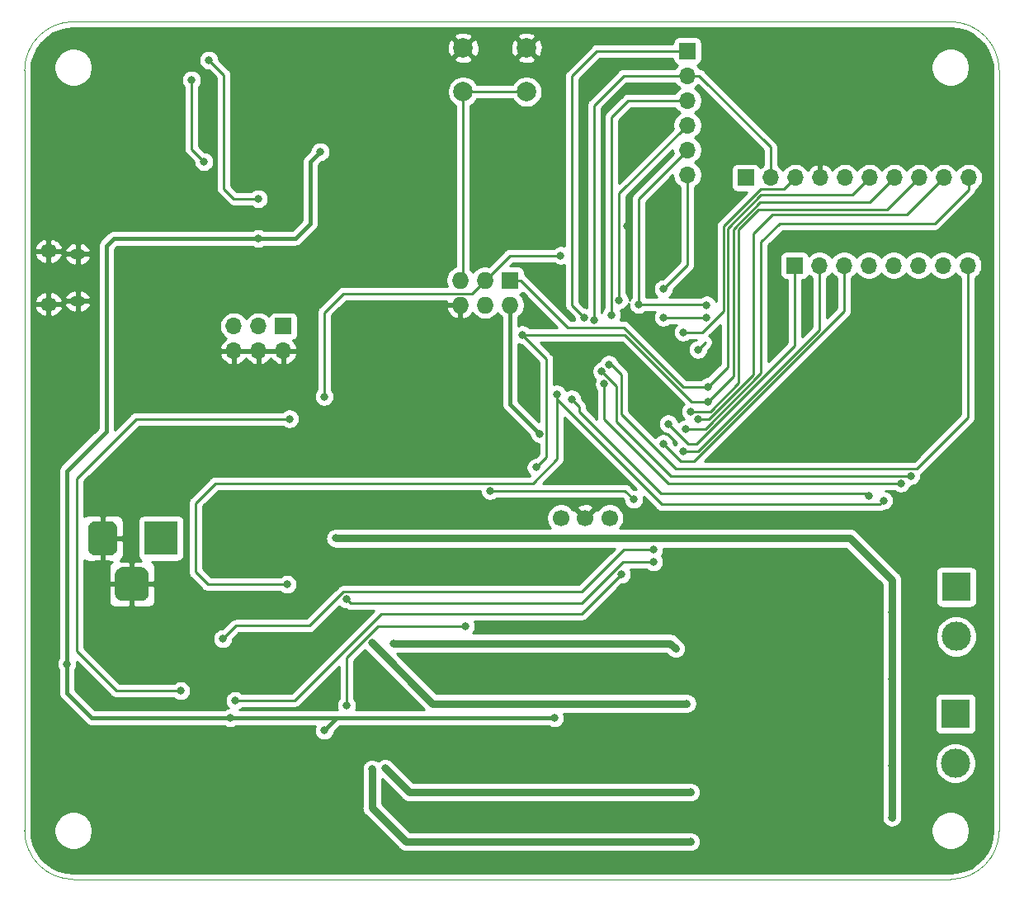
<source format=gbr>
G04 #@! TF.GenerationSoftware,KiCad,Pcbnew,5.1.5-52549c5~86~ubuntu19.10.1*
G04 #@! TF.CreationDate,2020-04-28T14:26:38+02:00*
G04 #@! TF.ProjectId,ArduinoDCC++,41726475-696e-46f4-9443-432b2b2e6b69,v.0.0.1c*
G04 #@! TF.SameCoordinates,Original*
G04 #@! TF.FileFunction,Copper,L2,Bot*
G04 #@! TF.FilePolarity,Positive*
%FSLAX46Y46*%
G04 Gerber Fmt 4.6, Leading zero omitted, Abs format (unit mm)*
G04 Created by KiCad (PCBNEW 5.1.5-52549c5~86~ubuntu19.10.1) date 2020-04-28 14:26:38*
%MOMM*%
%LPD*%
G04 APERTURE LIST*
%ADD10C,0.050000*%
%ADD11C,1.700000*%
%ADD12O,1.700000X1.700000*%
%ADD13R,1.700000X1.700000*%
%ADD14O,1.700000X1.350000*%
%ADD15O,1.500000X1.100000*%
%ADD16C,0.100000*%
%ADD17R,3.500000X3.500000*%
%ADD18C,3.000000*%
%ADD19R,3.000000X3.000000*%
%ADD20C,2.000000*%
%ADD21O,1.727200X1.727200*%
%ADD22R,1.727200X1.727200*%
%ADD23C,0.800000*%
%ADD24C,0.400000*%
%ADD25C,0.250000*%
%ADD26C,0.800000*%
%ADD27C,0.254000*%
G04 APERTURE END LIST*
D10*
X55000000Y-150000000D02*
X145000000Y-150000000D01*
X50000000Y-67000000D02*
X50000000Y-145000000D01*
X145000000Y-62000000D02*
X55000000Y-62000000D01*
X150000000Y-145000000D02*
X150000000Y-67000000D01*
X150000000Y-145000000D02*
G75*
G02X145000000Y-150000000I-5000000J0D01*
G01*
X145000000Y-62000000D02*
G75*
G02X150000000Y-67000000I0J-5000000D01*
G01*
X50000000Y-67000000D02*
G75*
G02X55000000Y-62000000I5000000J0D01*
G01*
X55000000Y-150000000D02*
G75*
G02X50000000Y-145000000I0J5000000D01*
G01*
D11*
X105031000Y-112916000D03*
X107531000Y-112916000D03*
X110031000Y-112916000D03*
D12*
X71463000Y-95771000D03*
X71463000Y-93231000D03*
X74003000Y-95771000D03*
X74003000Y-93231000D03*
X76543000Y-95771000D03*
D13*
X76543000Y-93231000D03*
D14*
X52441000Y-90983000D03*
X52441000Y-85523000D03*
D15*
X55441000Y-90673000D03*
X55441000Y-85833000D03*
G04 #@! TA.AperFunction,ComponentPad*
D16*
G36*
X61960765Y-117954213D02*
G01*
X62045704Y-117966813D01*
X62128999Y-117987677D01*
X62209848Y-118016605D01*
X62287472Y-118053319D01*
X62361124Y-118097464D01*
X62430094Y-118148616D01*
X62493718Y-118206282D01*
X62551384Y-118269906D01*
X62602536Y-118338876D01*
X62646681Y-118412528D01*
X62683395Y-118490152D01*
X62712323Y-118571001D01*
X62733187Y-118654296D01*
X62745787Y-118739235D01*
X62750000Y-118825000D01*
X62750000Y-120575000D01*
X62745787Y-120660765D01*
X62733187Y-120745704D01*
X62712323Y-120828999D01*
X62683395Y-120909848D01*
X62646681Y-120987472D01*
X62602536Y-121061124D01*
X62551384Y-121130094D01*
X62493718Y-121193718D01*
X62430094Y-121251384D01*
X62361124Y-121302536D01*
X62287472Y-121346681D01*
X62209848Y-121383395D01*
X62128999Y-121412323D01*
X62045704Y-121433187D01*
X61960765Y-121445787D01*
X61875000Y-121450000D01*
X60125000Y-121450000D01*
X60039235Y-121445787D01*
X59954296Y-121433187D01*
X59871001Y-121412323D01*
X59790152Y-121383395D01*
X59712528Y-121346681D01*
X59638876Y-121302536D01*
X59569906Y-121251384D01*
X59506282Y-121193718D01*
X59448616Y-121130094D01*
X59397464Y-121061124D01*
X59353319Y-120987472D01*
X59316605Y-120909848D01*
X59287677Y-120828999D01*
X59266813Y-120745704D01*
X59254213Y-120660765D01*
X59250000Y-120575000D01*
X59250000Y-118825000D01*
X59254213Y-118739235D01*
X59266813Y-118654296D01*
X59287677Y-118571001D01*
X59316605Y-118490152D01*
X59353319Y-118412528D01*
X59397464Y-118338876D01*
X59448616Y-118269906D01*
X59506282Y-118206282D01*
X59569906Y-118148616D01*
X59638876Y-118097464D01*
X59712528Y-118053319D01*
X59790152Y-118016605D01*
X59871001Y-117987677D01*
X59954296Y-117966813D01*
X60039235Y-117954213D01*
X60125000Y-117950000D01*
X61875000Y-117950000D01*
X61960765Y-117954213D01*
G37*
G04 #@! TD.AperFunction*
G04 #@! TA.AperFunction,ComponentPad*
G36*
X58823513Y-113253611D02*
G01*
X58896318Y-113264411D01*
X58967714Y-113282295D01*
X59037013Y-113307090D01*
X59103548Y-113338559D01*
X59166678Y-113376398D01*
X59225795Y-113420242D01*
X59280330Y-113469670D01*
X59329758Y-113524205D01*
X59373602Y-113583322D01*
X59411441Y-113646452D01*
X59442910Y-113712987D01*
X59467705Y-113782286D01*
X59485589Y-113853682D01*
X59496389Y-113926487D01*
X59500000Y-114000000D01*
X59500000Y-116000000D01*
X59496389Y-116073513D01*
X59485589Y-116146318D01*
X59467705Y-116217714D01*
X59442910Y-116287013D01*
X59411441Y-116353548D01*
X59373602Y-116416678D01*
X59329758Y-116475795D01*
X59280330Y-116530330D01*
X59225795Y-116579758D01*
X59166678Y-116623602D01*
X59103548Y-116661441D01*
X59037013Y-116692910D01*
X58967714Y-116717705D01*
X58896318Y-116735589D01*
X58823513Y-116746389D01*
X58750000Y-116750000D01*
X57250000Y-116750000D01*
X57176487Y-116746389D01*
X57103682Y-116735589D01*
X57032286Y-116717705D01*
X56962987Y-116692910D01*
X56896452Y-116661441D01*
X56833322Y-116623602D01*
X56774205Y-116579758D01*
X56719670Y-116530330D01*
X56670242Y-116475795D01*
X56626398Y-116416678D01*
X56588559Y-116353548D01*
X56557090Y-116287013D01*
X56532295Y-116217714D01*
X56514411Y-116146318D01*
X56503611Y-116073513D01*
X56500000Y-116000000D01*
X56500000Y-114000000D01*
X56503611Y-113926487D01*
X56514411Y-113853682D01*
X56532295Y-113782286D01*
X56557090Y-113712987D01*
X56588559Y-113646452D01*
X56626398Y-113583322D01*
X56670242Y-113524205D01*
X56719670Y-113469670D01*
X56774205Y-113420242D01*
X56833322Y-113376398D01*
X56896452Y-113338559D01*
X56962987Y-113307090D01*
X57032286Y-113282295D01*
X57103682Y-113264411D01*
X57176487Y-113253611D01*
X57250000Y-113250000D01*
X58750000Y-113250000D01*
X58823513Y-113253611D01*
G37*
G04 #@! TD.AperFunction*
D17*
X64000000Y-115000000D03*
D18*
X145504000Y-138080000D03*
D19*
X145504000Y-133000000D03*
D18*
X145588000Y-125080000D03*
D19*
X145588000Y-120000000D03*
D12*
X118000000Y-77700000D03*
X118000000Y-75160000D03*
X118000000Y-72620000D03*
X118000000Y-70080000D03*
X118000000Y-67540000D03*
D13*
X118000000Y-65000000D03*
D20*
X101500000Y-64684000D03*
X101500000Y-69184000D03*
X95000000Y-64684000D03*
X95000000Y-69184000D03*
D21*
X94704000Y-91072000D03*
X94704000Y-88532000D03*
X97244000Y-91072000D03*
X97244000Y-88532000D03*
X99784000Y-91072000D03*
D22*
X99784000Y-88532000D03*
D12*
X146780000Y-87000000D03*
X144240000Y-87000000D03*
X141700000Y-87000000D03*
X139160000Y-87000000D03*
X136620000Y-87000000D03*
X134080000Y-87000000D03*
X131540000Y-87000000D03*
D13*
X129000000Y-87000000D03*
D12*
X146860000Y-78000000D03*
X144320000Y-78000000D03*
X141780000Y-78000000D03*
X139240000Y-78000000D03*
X136700000Y-78000000D03*
X134160000Y-78000000D03*
X131620000Y-78000000D03*
X129080000Y-78000000D03*
X126540000Y-78000000D03*
D13*
X124000000Y-78000000D03*
D23*
X80342000Y-75330000D03*
X73955000Y-84220000D03*
X102832000Y-104280000D03*
X104356000Y-133442000D03*
X80734000Y-134712000D03*
X71082000Y-133442000D03*
X54318000Y-127902000D03*
X64224000Y-78880000D03*
X89878000Y-83452000D03*
X99530000Y-80404000D03*
X84290000Y-80404000D03*
X86068000Y-129886000D03*
X81242000Y-130902000D03*
X72860000Y-136998000D03*
X112992000Y-96914000D03*
X112992000Y-100216000D03*
X101816000Y-99708000D03*
X103086000Y-92596000D03*
X132296000Y-100470000D03*
X121374000Y-72911000D03*
X130137000Y-90945000D03*
X132804000Y-90183000D03*
X115405000Y-81928000D03*
X113373000Y-73038000D03*
X109563000Y-67196000D03*
X113119000Y-68720000D03*
X104229000Y-88913000D03*
X124803000Y-103518000D03*
X122390000Y-105296000D03*
X118453000Y-113043000D03*
X141821000Y-94628000D03*
X137757000Y-95390000D03*
X120485000Y-97041000D03*
X111849000Y-82944000D03*
X105753000Y-105677000D03*
X108166000Y-107201000D03*
X68912000Y-65932000D03*
X73992000Y-80156000D03*
X67134000Y-67964000D03*
X68404000Y-76346000D03*
X117818000Y-103772000D03*
X111214000Y-118710000D03*
X71590000Y-131664000D03*
X119088000Y-102756000D03*
X70320000Y-125314000D03*
X114516000Y-116170000D03*
X118326000Y-101994000D03*
X120104000Y-100978000D03*
X101054000Y-94120000D03*
X95212000Y-124044000D03*
X83020000Y-132172000D03*
X102464835Y-107732154D03*
X120104000Y-99454000D03*
X119088000Y-95644000D03*
X80734000Y-100470000D03*
X105000014Y-85992000D03*
X117564000Y-93866000D03*
X110198000Y-92088000D03*
X107404000Y-92342000D03*
X111000000Y-90564000D03*
X109944000Y-97167998D03*
X109219000Y-97875870D03*
X140932000Y-108598000D03*
X109476912Y-99159088D03*
X139916000Y-109360000D03*
X104610000Y-100216000D03*
X76924000Y-119726000D03*
X138138000Y-111138000D03*
X106134000Y-100724000D03*
X136614000Y-110630000D03*
X115532000Y-105296000D03*
X97752000Y-110122000D03*
X112484000Y-111011000D03*
X117564000Y-106058000D03*
X116040000Y-103264000D03*
X108420000Y-92596000D03*
X138984000Y-122552000D03*
X81904000Y-115000000D03*
X138984000Y-143634000D03*
X138984000Y-138300000D03*
X138984000Y-129410000D03*
X85635000Y-125747000D03*
X117954500Y-131950000D03*
X87886500Y-125781500D03*
X116801992Y-126330000D03*
X118326000Y-141062000D03*
X87005500Y-138600500D03*
X118326000Y-146142000D03*
X85635000Y-138701000D03*
X115532000Y-92342000D03*
X115532000Y-89421000D03*
X119977004Y-92342000D03*
X113000000Y-91000008D03*
X119977002Y-91072000D03*
X114516000Y-117440000D03*
X83020000Y-121250000D03*
X66002000Y-130648000D03*
X77178000Y-102756000D03*
D24*
X79326000Y-76346000D02*
X79326000Y-82696000D01*
X80342000Y-75330000D02*
X79326000Y-76346000D01*
X79326000Y-82696000D02*
X77802000Y-84220000D01*
X77802000Y-84220000D02*
X73955000Y-84220000D01*
X99784000Y-91072000D02*
X99784000Y-101232000D01*
X99784000Y-101232000D02*
X102832000Y-104280000D01*
X80734000Y-134712000D02*
X82004000Y-133442000D01*
X82004000Y-133442000D02*
X104356000Y-133442000D01*
X82004000Y-133442000D02*
X71082000Y-133442000D01*
X54318000Y-130902000D02*
X56858000Y-133442000D01*
X56858000Y-133442000D02*
X71082000Y-133442000D01*
X73955000Y-84220000D02*
X59138000Y-84220000D01*
X58382000Y-84976000D02*
X58382000Y-104026000D01*
X59138000Y-84220000D02*
X58382000Y-84976000D01*
X58382000Y-104026000D02*
X54318000Y-108090000D01*
X54318000Y-108090000D02*
X54318000Y-130902000D01*
X54318000Y-127902000D02*
X54318000Y-127902000D01*
D25*
X101500000Y-69184000D02*
X95000000Y-69184000D01*
X95000000Y-88236000D02*
X94704000Y-88532000D01*
X95000000Y-69184000D02*
X95000000Y-88236000D01*
X68912000Y-65932000D02*
X70436000Y-67456000D01*
X70436000Y-67456000D02*
X70436000Y-79140000D01*
X70436000Y-79140000D02*
X71452000Y-80156000D01*
X71452000Y-80156000D02*
X73992000Y-80156000D01*
X67134000Y-67964000D02*
X67134000Y-75076000D01*
X67134000Y-75076000D02*
X68404000Y-76346000D01*
X86576000Y-122774000D02*
X77686000Y-131664000D01*
X77686000Y-131664000D02*
X71590000Y-131664000D01*
X111214000Y-118710000D02*
X107150000Y-122774000D01*
X107150000Y-122774000D02*
X86576000Y-122774000D01*
X119852820Y-103772000D02*
X117818000Y-103772000D01*
X125565000Y-98059820D02*
X119852820Y-103772000D01*
X146860000Y-79202081D02*
X143372081Y-82690000D01*
X146860000Y-78000000D02*
X146860000Y-79202081D01*
X143372081Y-82690000D02*
X127470000Y-82690000D01*
X127470000Y-82690000D02*
X125565000Y-84595000D01*
X125565000Y-84595000D02*
X125565000Y-98059820D01*
X107150000Y-120488000D02*
X82708998Y-120488000D01*
X111468000Y-116170000D02*
X107150000Y-120488000D01*
X114516000Y-116170000D02*
X111468000Y-116170000D01*
X71647002Y-123986998D02*
X70320000Y-125314000D01*
X82708998Y-120488000D02*
X79210000Y-123986998D01*
X79210000Y-123986998D02*
X71647002Y-123986998D01*
X144320000Y-78000000D02*
X140519000Y-81801000D01*
X140519000Y-81801000D02*
X126708000Y-81801000D01*
X126708000Y-81801000D02*
X124803000Y-83706000D01*
X119653685Y-102756000D02*
X119088000Y-102756000D01*
X124803000Y-98185410D02*
X120232410Y-102756000D01*
X120232410Y-102756000D02*
X119653685Y-102756000D01*
X124803000Y-83706000D02*
X124803000Y-98185410D01*
X118891685Y-101994000D02*
X118326000Y-101994000D01*
X120358000Y-101994000D02*
X118891685Y-101994000D01*
X141780000Y-78000000D02*
X138487000Y-81293000D01*
X138487000Y-81293000D02*
X125313820Y-81293000D01*
X125313820Y-81293000D02*
X123279000Y-83327820D01*
X123279000Y-83327820D02*
X123279000Y-99073000D01*
X123279000Y-99073000D02*
X120358000Y-101994000D01*
X118451590Y-100978000D02*
X120104000Y-100978000D01*
X111593590Y-94120000D02*
X118451590Y-100978000D01*
X101054000Y-94120000D02*
X111593590Y-94120000D01*
X83020000Y-127265972D02*
X83020000Y-132172000D01*
X95212000Y-124044000D02*
X86241972Y-124044000D01*
X86241972Y-124044000D02*
X83020000Y-127265972D01*
X103557001Y-96623001D02*
X103557001Y-106639988D01*
X103557001Y-106639988D02*
X102864834Y-107332155D01*
X102864834Y-107332155D02*
X102464835Y-107732154D01*
X101054000Y-94120000D02*
X103557001Y-96623001D01*
X122701989Y-83268421D02*
X122701989Y-98380011D01*
X136709000Y-80531000D02*
X125439410Y-80531000D01*
X122701989Y-98380011D02*
X120503999Y-100578001D01*
X125439410Y-80531000D02*
X122701989Y-83268421D01*
X139240000Y-78000000D02*
X136709000Y-80531000D01*
X120503999Y-100578001D02*
X120104000Y-100978000D01*
X100897600Y-88532000D02*
X105723600Y-93358000D01*
X99784000Y-88532000D02*
X100897600Y-88532000D01*
X105723600Y-93358000D02*
X111468000Y-93358000D01*
X117564000Y-99454000D02*
X120104000Y-99454000D01*
X111468000Y-93358000D02*
X117564000Y-99454000D01*
X135850001Y-78849999D02*
X136700000Y-78000000D01*
X125565000Y-79769000D02*
X134931000Y-79769000D01*
X122136000Y-97422000D02*
X122136000Y-83198000D01*
X120104000Y-99454000D02*
X122136000Y-97422000D01*
X134931000Y-79769000D02*
X135850001Y-78849999D01*
X122136000Y-83198000D02*
X125565000Y-79769000D01*
X119088000Y-95644000D02*
X119850000Y-94882000D01*
X97244000Y-88532000D02*
X95892601Y-89883399D01*
X95892601Y-89883399D02*
X82684601Y-89883399D01*
X82684601Y-89883399D02*
X80734000Y-91834000D01*
X80734000Y-91834000D02*
X80734000Y-100470000D01*
X99784000Y-85992000D02*
X105000014Y-85992000D01*
X97244000Y-88532000D02*
X99784000Y-85992000D01*
X128230001Y-78849999D02*
X129080000Y-78000000D01*
X127904999Y-79175001D02*
X128230001Y-78849999D01*
X121685991Y-83011599D02*
X125522589Y-79175001D01*
X125522589Y-79175001D02*
X127904999Y-79175001D01*
X121685990Y-91706016D02*
X121685991Y-83011599D01*
X119526006Y-93866000D02*
X121685990Y-91706016D01*
X117564000Y-93866000D02*
X119526006Y-93866000D01*
X110198000Y-92088000D02*
X110198000Y-71802000D01*
X111920000Y-70080000D02*
X118000000Y-70080000D01*
X110198000Y-71802000D02*
X111920000Y-70080000D01*
X108711000Y-65000000D02*
X118000000Y-65000000D01*
X106134000Y-67577000D02*
X108711000Y-65000000D01*
X106134000Y-91072000D02*
X107404000Y-92342000D01*
X106134000Y-67577000D02*
X106134000Y-91072000D01*
X111000000Y-79620000D02*
X111000000Y-89998315D01*
X111000000Y-89998315D02*
X111000000Y-90564000D01*
X118000000Y-72620000D02*
X111000000Y-79620000D01*
X110197998Y-97167998D02*
X109944000Y-97167998D01*
X116802000Y-107836000D02*
X111214000Y-102248000D01*
X111214000Y-98184000D02*
X110197998Y-97167998D01*
X111214000Y-102248000D02*
X111214000Y-98184000D01*
X146780000Y-87000000D02*
X146780000Y-102623000D01*
X141567000Y-107836000D02*
X116802000Y-107836000D01*
X146780000Y-102623000D02*
X141567000Y-107836000D01*
X109219000Y-97875870D02*
X110706000Y-99362870D01*
X110706000Y-103010000D02*
X116294000Y-108598000D01*
X110706000Y-99362870D02*
X110706000Y-103010000D01*
X116294000Y-108598000D02*
X140932000Y-108598000D01*
X109476912Y-99159088D02*
X109476912Y-102796912D01*
X109476912Y-102796912D02*
X116040000Y-109360000D01*
X139916000Y-109360000D02*
X116040000Y-109360000D01*
X68796000Y-119726000D02*
X76924000Y-119726000D01*
X104610000Y-106877002D02*
X102127002Y-109360000D01*
X104610000Y-100216000D02*
X104610000Y-106877002D01*
X102127002Y-109360000D02*
X69558000Y-109360000D01*
X67526000Y-118456000D02*
X68796000Y-119726000D01*
X69558000Y-109360000D02*
X67526000Y-111392000D01*
X67526000Y-111392000D02*
X67526000Y-118456000D01*
X137757000Y-111519000D02*
X138138000Y-111138000D01*
X115347998Y-111519000D02*
X137757000Y-111519000D01*
X104610000Y-100216000D02*
X104610000Y-100781002D01*
X104610000Y-100781002D02*
X115347998Y-111519000D01*
X106896000Y-101486000D02*
X106134000Y-100724000D01*
X106896000Y-101994000D02*
X106896000Y-101486000D01*
X115278000Y-110376000D02*
X106896000Y-101994000D01*
X115278000Y-110376000D02*
X136360000Y-110376000D01*
X136360000Y-110376000D02*
X136614000Y-110630000D01*
X117056000Y-106820000D02*
X115532000Y-105296000D01*
X134080000Y-91702410D02*
X118708410Y-107074000D01*
X134080000Y-87000000D02*
X134080000Y-91702410D01*
X117310000Y-107074000D02*
X117056000Y-106820000D01*
X118708410Y-107074000D02*
X117310000Y-107074000D01*
X111595000Y-110122000D02*
X112484000Y-111011000D01*
X97752000Y-110122000D02*
X111595000Y-110122000D01*
X117564000Y-106058000D02*
X119088000Y-106058000D01*
X119088000Y-106058000D02*
X119088000Y-106021000D01*
X131540000Y-93606000D02*
X119088000Y-106058000D01*
X131540000Y-87000000D02*
X131540000Y-93606000D01*
X118072000Y-105296000D02*
X116040000Y-103264000D01*
X118965230Y-105296000D02*
X118072000Y-105296000D01*
X129000000Y-95261230D02*
X118965230Y-105296000D01*
X129000000Y-87000000D02*
X129000000Y-95261230D01*
X108420000Y-71000000D02*
X108420000Y-92596000D01*
X108420000Y-70580000D02*
X108420000Y-71000000D01*
X118000000Y-67540000D02*
X111460000Y-67540000D01*
X111460000Y-67540000D02*
X108420000Y-70580000D01*
X126540000Y-76797919D02*
X126540000Y-78000000D01*
X126540000Y-74877919D02*
X126540000Y-76797919D01*
X119202081Y-67540000D02*
X126540000Y-74877919D01*
X118000000Y-67540000D02*
X119202081Y-67540000D01*
D26*
X138984000Y-122552000D02*
X138984000Y-129410000D01*
X138984000Y-119302000D02*
X138984000Y-122552000D01*
X134682000Y-115000000D02*
X138984000Y-119302000D01*
X81904000Y-115000000D02*
X134682000Y-115000000D01*
X138984000Y-138300000D02*
X138984000Y-143634000D01*
X138984000Y-129410000D02*
X138984000Y-138300000D01*
X85635000Y-125747000D02*
X91838000Y-131950000D01*
X91838000Y-131950000D02*
X117954500Y-131950000D01*
X87886500Y-125781500D02*
X116253492Y-125781500D01*
X116253492Y-125781500D02*
X116801992Y-126330000D01*
X89467000Y-141062000D02*
X118326000Y-141062000D01*
X87005500Y-138600500D02*
X89467000Y-141062000D01*
X85635000Y-142661000D02*
X85635000Y-138701000D01*
X89116000Y-146142000D02*
X85635000Y-142661000D01*
X118326000Y-146142000D02*
X89116000Y-146142000D01*
D25*
X118000000Y-77700000D02*
X118000000Y-86953000D01*
X118000000Y-86953000D02*
X115532000Y-89421000D01*
X115532000Y-92342000D02*
X119977004Y-92342000D01*
X113000000Y-80160000D02*
X113000000Y-91000008D01*
X118000000Y-75160000D02*
X113000000Y-80160000D01*
X119905010Y-91000008D02*
X119977002Y-91072000D01*
X113000000Y-91000008D02*
X119905010Y-91000008D01*
X111410998Y-117440000D02*
X107150000Y-121700998D01*
X114516000Y-117440000D02*
X111410998Y-117440000D01*
X107150000Y-121700998D02*
X83470998Y-121700998D01*
X83470998Y-121700998D02*
X83020000Y-121250000D01*
X61430000Y-102756000D02*
X59906000Y-104280000D01*
X77178000Y-102756000D02*
X61430000Y-102756000D01*
X60160000Y-104026000D02*
X59906000Y-104280000D01*
X55334000Y-126584000D02*
X55334000Y-108852000D01*
X55334000Y-108852000D02*
X59906000Y-104280000D01*
X66002000Y-130648000D02*
X59398000Y-130648000D01*
X59398000Y-130648000D02*
X55334000Y-126584000D01*
D27*
G36*
X145768083Y-62731173D02*
G01*
X146511891Y-62934656D01*
X147207905Y-63266638D01*
X147834130Y-63716626D01*
X148370777Y-64270403D01*
X148800871Y-64910451D01*
X149110829Y-65616553D01*
X149292065Y-66371457D01*
X149340001Y-67024220D01*
X149340000Y-144970608D01*
X149268827Y-145768083D01*
X149065344Y-146511890D01*
X148733363Y-147207904D01*
X148283374Y-147834130D01*
X147729597Y-148370777D01*
X147089549Y-148800871D01*
X146383447Y-149110829D01*
X145628543Y-149292065D01*
X144975793Y-149340000D01*
X55029392Y-149340000D01*
X54231917Y-149268827D01*
X53488110Y-149065344D01*
X52792096Y-148733363D01*
X52165870Y-148283374D01*
X51629223Y-147729597D01*
X51199129Y-147089549D01*
X50889171Y-146383447D01*
X50707935Y-145628543D01*
X50660000Y-144975793D01*
X50660000Y-144804495D01*
X53015000Y-144804495D01*
X53015000Y-145195505D01*
X53091282Y-145579003D01*
X53240915Y-145940250D01*
X53458149Y-146265364D01*
X53734636Y-146541851D01*
X54059750Y-146759085D01*
X54420997Y-146908718D01*
X54804495Y-146985000D01*
X55195505Y-146985000D01*
X55579003Y-146908718D01*
X55940250Y-146759085D01*
X56265364Y-146541851D01*
X56541851Y-146265364D01*
X56759085Y-145940250D01*
X56908718Y-145579003D01*
X56985000Y-145195505D01*
X56985000Y-144804495D01*
X56908718Y-144420997D01*
X56759085Y-144059750D01*
X56541851Y-143734636D01*
X56265364Y-143458149D01*
X55940250Y-143240915D01*
X55579003Y-143091282D01*
X55195505Y-143015000D01*
X54804495Y-143015000D01*
X54420997Y-143091282D01*
X54059750Y-143240915D01*
X53734636Y-143458149D01*
X53458149Y-143734636D01*
X53240915Y-144059750D01*
X53091282Y-144420997D01*
X53015000Y-144804495D01*
X50660000Y-144804495D01*
X50660000Y-142661000D01*
X84594994Y-142661000D01*
X84600000Y-142711828D01*
X84600000Y-142711837D01*
X84614976Y-142863894D01*
X84674159Y-143058992D01*
X84770266Y-143238797D01*
X84899604Y-143396396D01*
X84939097Y-143428807D01*
X88348197Y-146837908D01*
X88380604Y-146877396D01*
X88420092Y-146909803D01*
X88538202Y-147006734D01*
X88626817Y-147054099D01*
X88718007Y-147102841D01*
X88913105Y-147162024D01*
X89065162Y-147177000D01*
X89065171Y-147177000D01*
X89115999Y-147182006D01*
X89166827Y-147177000D01*
X118427939Y-147177000D01*
X118478057Y-147167031D01*
X118528895Y-147162024D01*
X118577777Y-147147196D01*
X118627898Y-147137226D01*
X118675113Y-147117669D01*
X118723993Y-147102841D01*
X118769042Y-147078762D01*
X118816256Y-147059205D01*
X118858746Y-147030814D01*
X118903797Y-147006734D01*
X118943284Y-146974328D01*
X118985774Y-146945937D01*
X119021908Y-146909803D01*
X119061396Y-146877396D01*
X119093803Y-146837908D01*
X119129937Y-146801774D01*
X119158328Y-146759284D01*
X119190734Y-146719797D01*
X119214814Y-146674746D01*
X119243205Y-146632256D01*
X119262762Y-146585042D01*
X119286841Y-146539993D01*
X119301669Y-146491113D01*
X119321226Y-146443898D01*
X119331196Y-146393777D01*
X119346024Y-146344895D01*
X119351031Y-146294057D01*
X119361000Y-146243939D01*
X119361000Y-146192838D01*
X119366007Y-146142000D01*
X119361000Y-146091162D01*
X119361000Y-146040061D01*
X119351031Y-145989943D01*
X119346024Y-145939105D01*
X119331196Y-145890223D01*
X119321226Y-145840102D01*
X119301669Y-145792887D01*
X119286841Y-145744007D01*
X119262762Y-145698958D01*
X119243205Y-145651744D01*
X119214814Y-145609254D01*
X119190734Y-145564203D01*
X119158328Y-145524716D01*
X119129937Y-145482226D01*
X119093803Y-145446092D01*
X119061396Y-145406604D01*
X119021908Y-145374197D01*
X118985774Y-145338063D01*
X118943284Y-145309672D01*
X118903797Y-145277266D01*
X118858746Y-145253186D01*
X118816256Y-145224795D01*
X118769042Y-145205238D01*
X118723993Y-145181159D01*
X118675113Y-145166331D01*
X118627898Y-145146774D01*
X118577777Y-145136804D01*
X118528895Y-145121976D01*
X118478057Y-145116969D01*
X118427939Y-145107000D01*
X89544711Y-145107000D01*
X89242206Y-144804495D01*
X143015000Y-144804495D01*
X143015000Y-145195505D01*
X143091282Y-145579003D01*
X143240915Y-145940250D01*
X143458149Y-146265364D01*
X143734636Y-146541851D01*
X144059750Y-146759085D01*
X144420997Y-146908718D01*
X144804495Y-146985000D01*
X145195505Y-146985000D01*
X145579003Y-146908718D01*
X145940250Y-146759085D01*
X146265364Y-146541851D01*
X146541851Y-146265364D01*
X146759085Y-145940250D01*
X146908718Y-145579003D01*
X146985000Y-145195505D01*
X146985000Y-144804495D01*
X146908718Y-144420997D01*
X146759085Y-144059750D01*
X146541851Y-143734636D01*
X146265364Y-143458149D01*
X145940250Y-143240915D01*
X145579003Y-143091282D01*
X145195505Y-143015000D01*
X144804495Y-143015000D01*
X144420997Y-143091282D01*
X144059750Y-143240915D01*
X143734636Y-143458149D01*
X143458149Y-143734636D01*
X143240915Y-144059750D01*
X143091282Y-144420997D01*
X143015000Y-144804495D01*
X89242206Y-144804495D01*
X86670000Y-142232290D01*
X86670000Y-139728710D01*
X88699197Y-141757908D01*
X88731604Y-141797396D01*
X88771092Y-141829803D01*
X88889202Y-141926734D01*
X88985309Y-141978104D01*
X89069007Y-142022841D01*
X89264105Y-142082024D01*
X89416162Y-142097000D01*
X89416165Y-142097000D01*
X89467000Y-142102007D01*
X89517835Y-142097000D01*
X118427939Y-142097000D01*
X118478057Y-142087031D01*
X118528895Y-142082024D01*
X118577777Y-142067196D01*
X118627898Y-142057226D01*
X118675113Y-142037669D01*
X118723993Y-142022841D01*
X118769042Y-141998762D01*
X118816256Y-141979205D01*
X118858746Y-141950814D01*
X118903797Y-141926734D01*
X118943284Y-141894328D01*
X118985774Y-141865937D01*
X119021908Y-141829803D01*
X119061396Y-141797396D01*
X119093803Y-141757908D01*
X119129937Y-141721774D01*
X119158328Y-141679284D01*
X119190734Y-141639797D01*
X119214814Y-141594746D01*
X119243205Y-141552256D01*
X119262762Y-141505042D01*
X119286841Y-141459993D01*
X119301669Y-141411113D01*
X119321226Y-141363898D01*
X119331196Y-141313777D01*
X119346024Y-141264895D01*
X119351031Y-141214057D01*
X119361000Y-141163939D01*
X119361000Y-141112838D01*
X119366007Y-141062000D01*
X119361000Y-141011162D01*
X119361000Y-140960061D01*
X119351031Y-140909943D01*
X119346024Y-140859105D01*
X119331196Y-140810223D01*
X119321226Y-140760102D01*
X119301669Y-140712887D01*
X119286841Y-140664007D01*
X119262762Y-140618958D01*
X119243205Y-140571744D01*
X119214814Y-140529254D01*
X119190734Y-140484203D01*
X119158328Y-140444716D01*
X119129937Y-140402226D01*
X119093803Y-140366092D01*
X119061396Y-140326604D01*
X119021908Y-140294197D01*
X118985774Y-140258063D01*
X118943284Y-140229672D01*
X118903797Y-140197266D01*
X118858746Y-140173186D01*
X118816256Y-140144795D01*
X118769042Y-140125238D01*
X118723993Y-140101159D01*
X118675113Y-140086331D01*
X118627898Y-140066774D01*
X118577777Y-140056804D01*
X118528895Y-140041976D01*
X118478057Y-140036969D01*
X118427939Y-140027000D01*
X89895711Y-140027000D01*
X87809439Y-137940729D01*
X87809437Y-137940726D01*
X87665274Y-137796563D01*
X87622783Y-137768171D01*
X87583297Y-137735766D01*
X87538248Y-137711687D01*
X87495756Y-137683295D01*
X87448536Y-137663736D01*
X87403493Y-137639660D01*
X87354622Y-137624835D01*
X87307398Y-137605274D01*
X87257268Y-137595303D01*
X87208395Y-137580477D01*
X87157567Y-137575471D01*
X87107439Y-137565500D01*
X87056328Y-137565500D01*
X87005500Y-137560494D01*
X86954672Y-137565500D01*
X86903561Y-137565500D01*
X86853433Y-137575471D01*
X86802605Y-137580477D01*
X86753732Y-137595303D01*
X86703602Y-137605274D01*
X86656378Y-137624835D01*
X86607507Y-137639660D01*
X86562464Y-137663736D01*
X86515244Y-137683295D01*
X86472752Y-137711687D01*
X86427703Y-137735766D01*
X86388216Y-137768172D01*
X86345726Y-137796563D01*
X86309592Y-137832697D01*
X86270104Y-137865104D01*
X86261902Y-137875099D01*
X86252284Y-137868672D01*
X86212797Y-137836266D01*
X86167746Y-137812186D01*
X86125256Y-137783795D01*
X86078042Y-137764238D01*
X86032993Y-137740159D01*
X85984113Y-137725331D01*
X85936898Y-137705774D01*
X85886777Y-137695804D01*
X85837895Y-137680976D01*
X85787057Y-137675969D01*
X85736939Y-137666000D01*
X85685838Y-137666000D01*
X85635000Y-137660993D01*
X85584162Y-137666000D01*
X85533061Y-137666000D01*
X85482942Y-137675969D01*
X85432106Y-137680976D01*
X85383226Y-137695804D01*
X85333102Y-137705774D01*
X85285884Y-137725332D01*
X85237008Y-137740159D01*
X85191962Y-137764237D01*
X85144744Y-137783795D01*
X85102250Y-137812188D01*
X85057204Y-137836266D01*
X85017721Y-137868669D01*
X84975226Y-137897063D01*
X84939087Y-137933202D01*
X84899605Y-137965604D01*
X84867203Y-138005086D01*
X84831063Y-138041226D01*
X84802668Y-138083722D01*
X84770267Y-138123203D01*
X84746191Y-138168247D01*
X84717795Y-138210744D01*
X84698235Y-138257966D01*
X84674160Y-138303007D01*
X84659335Y-138351878D01*
X84639774Y-138399102D01*
X84629803Y-138449232D01*
X84614977Y-138498105D01*
X84609971Y-138548933D01*
X84600000Y-138599061D01*
X84600000Y-138802939D01*
X84600001Y-138802944D01*
X84600000Y-142610172D01*
X84594994Y-142661000D01*
X50660000Y-142661000D01*
X50660000Y-127800061D01*
X53283000Y-127800061D01*
X53283000Y-128003939D01*
X53322774Y-128203898D01*
X53400795Y-128392256D01*
X53483001Y-128515286D01*
X53483001Y-130860971D01*
X53478960Y-130902000D01*
X53495082Y-131065688D01*
X53542828Y-131223086D01*
X53620364Y-131368145D01*
X53620365Y-131368146D01*
X53724710Y-131495291D01*
X53756574Y-131521441D01*
X56238559Y-134003427D01*
X56264709Y-134035291D01*
X56391854Y-134139636D01*
X56536913Y-134217172D01*
X56694311Y-134264918D01*
X56816981Y-134277000D01*
X56816991Y-134277000D01*
X56857999Y-134281039D01*
X56899007Y-134277000D01*
X70468715Y-134277000D01*
X70591744Y-134359205D01*
X70780102Y-134437226D01*
X70980061Y-134477000D01*
X71183939Y-134477000D01*
X71383898Y-134437226D01*
X71572256Y-134359205D01*
X71695285Y-134277000D01*
X79793907Y-134277000D01*
X79738774Y-134410102D01*
X79699000Y-134610061D01*
X79699000Y-134813939D01*
X79738774Y-135013898D01*
X79816795Y-135202256D01*
X79930063Y-135371774D01*
X80074226Y-135515937D01*
X80243744Y-135629205D01*
X80432102Y-135707226D01*
X80632061Y-135747000D01*
X80835939Y-135747000D01*
X81035898Y-135707226D01*
X81224256Y-135629205D01*
X81393774Y-135515937D01*
X81537937Y-135371774D01*
X81651205Y-135202256D01*
X81729226Y-135013898D01*
X81758093Y-134868775D01*
X82349868Y-134277000D01*
X103742715Y-134277000D01*
X103865744Y-134359205D01*
X104054102Y-134437226D01*
X104254061Y-134477000D01*
X104457939Y-134477000D01*
X104657898Y-134437226D01*
X104846256Y-134359205D01*
X105015774Y-134245937D01*
X105159937Y-134101774D01*
X105273205Y-133932256D01*
X105351226Y-133743898D01*
X105391000Y-133543939D01*
X105391000Y-133340061D01*
X105351226Y-133140102D01*
X105286980Y-132985000D01*
X118056439Y-132985000D01*
X118106557Y-132975031D01*
X118157395Y-132970024D01*
X118206277Y-132955196D01*
X118256398Y-132945226D01*
X118303613Y-132925669D01*
X118352493Y-132910841D01*
X118397542Y-132886762D01*
X118444756Y-132867205D01*
X118487246Y-132838814D01*
X118532297Y-132814734D01*
X118571784Y-132782328D01*
X118614274Y-132753937D01*
X118650408Y-132717803D01*
X118689896Y-132685396D01*
X118722303Y-132645908D01*
X118758437Y-132609774D01*
X118786828Y-132567284D01*
X118819234Y-132527797D01*
X118843314Y-132482746D01*
X118871705Y-132440256D01*
X118891262Y-132393042D01*
X118915341Y-132347993D01*
X118930169Y-132299113D01*
X118949726Y-132251898D01*
X118959696Y-132201777D01*
X118974524Y-132152895D01*
X118979531Y-132102057D01*
X118989500Y-132051939D01*
X118989500Y-132000838D01*
X118994507Y-131950000D01*
X118989500Y-131899162D01*
X118989500Y-131848061D01*
X118979531Y-131797943D01*
X118974524Y-131747105D01*
X118959696Y-131698223D01*
X118949726Y-131648102D01*
X118930169Y-131600887D01*
X118915341Y-131552007D01*
X118891262Y-131506958D01*
X118871705Y-131459744D01*
X118843314Y-131417254D01*
X118819234Y-131372203D01*
X118786828Y-131332716D01*
X118758437Y-131290226D01*
X118722303Y-131254092D01*
X118689896Y-131214604D01*
X118650408Y-131182197D01*
X118614274Y-131146063D01*
X118571784Y-131117672D01*
X118532297Y-131085266D01*
X118487246Y-131061186D01*
X118444756Y-131032795D01*
X118397542Y-131013238D01*
X118352493Y-130989159D01*
X118303613Y-130974331D01*
X118256398Y-130954774D01*
X118206277Y-130944804D01*
X118157395Y-130929976D01*
X118106557Y-130924969D01*
X118056439Y-130915000D01*
X92266711Y-130915000D01*
X88168210Y-126816500D01*
X115824782Y-126816500D01*
X115998053Y-126989771D01*
X115998055Y-126989774D01*
X116142218Y-127133937D01*
X116184709Y-127162329D01*
X116224195Y-127194734D01*
X116269245Y-127218814D01*
X116311736Y-127247205D01*
X116358953Y-127266763D01*
X116403998Y-127290840D01*
X116452873Y-127305666D01*
X116500094Y-127325226D01*
X116550221Y-127335197D01*
X116599096Y-127350023D01*
X116649926Y-127355029D01*
X116700053Y-127365000D01*
X116751163Y-127365000D01*
X116801991Y-127370006D01*
X116852819Y-127365000D01*
X116903931Y-127365000D01*
X116954059Y-127355029D01*
X117004887Y-127350023D01*
X117053760Y-127335197D01*
X117103890Y-127325226D01*
X117151114Y-127305665D01*
X117199985Y-127290840D01*
X117245028Y-127266764D01*
X117292248Y-127247205D01*
X117334740Y-127218813D01*
X117379789Y-127194734D01*
X117419273Y-127162330D01*
X117461766Y-127133937D01*
X117497908Y-127097795D01*
X117537387Y-127065395D01*
X117569787Y-127025916D01*
X117605929Y-126989774D01*
X117634322Y-126947281D01*
X117666726Y-126907797D01*
X117690805Y-126862748D01*
X117719197Y-126820256D01*
X117738756Y-126773036D01*
X117762832Y-126727993D01*
X117777657Y-126679122D01*
X117797218Y-126631898D01*
X117807189Y-126581768D01*
X117822015Y-126532895D01*
X117827021Y-126482067D01*
X117836992Y-126431939D01*
X117836992Y-126380827D01*
X117841998Y-126329999D01*
X117836992Y-126279171D01*
X117836992Y-126228061D01*
X117827021Y-126177934D01*
X117822015Y-126127104D01*
X117807189Y-126078229D01*
X117797218Y-126028102D01*
X117777658Y-125980881D01*
X117762832Y-125932006D01*
X117738755Y-125886961D01*
X117719197Y-125839744D01*
X117690806Y-125797253D01*
X117666726Y-125752203D01*
X117634321Y-125712717D01*
X117605929Y-125670226D01*
X117461766Y-125526063D01*
X117461763Y-125526061D01*
X117021299Y-125085597D01*
X116988888Y-125046104D01*
X116831289Y-124916766D01*
X116651485Y-124820659D01*
X116456387Y-124761476D01*
X116304330Y-124746500D01*
X116304320Y-124746500D01*
X116253492Y-124741494D01*
X116202664Y-124746500D01*
X95973211Y-124746500D01*
X96015937Y-124703774D01*
X96129205Y-124534256D01*
X96207226Y-124345898D01*
X96247000Y-124145939D01*
X96247000Y-123942061D01*
X96207226Y-123742102D01*
X96129205Y-123553744D01*
X96116013Y-123534000D01*
X107112678Y-123534000D01*
X107150000Y-123537676D01*
X107187322Y-123534000D01*
X107187333Y-123534000D01*
X107298986Y-123523003D01*
X107442247Y-123479546D01*
X107574276Y-123408974D01*
X107690001Y-123314001D01*
X107713804Y-123284997D01*
X111253802Y-119745000D01*
X111315939Y-119745000D01*
X111515898Y-119705226D01*
X111704256Y-119627205D01*
X111873774Y-119513937D01*
X112017937Y-119369774D01*
X112131205Y-119200256D01*
X112209226Y-119011898D01*
X112249000Y-118811939D01*
X112249000Y-118608061D01*
X112209226Y-118408102D01*
X112131205Y-118219744D01*
X112118013Y-118200000D01*
X113812289Y-118200000D01*
X113856226Y-118243937D01*
X114025744Y-118357205D01*
X114214102Y-118435226D01*
X114414061Y-118475000D01*
X114617939Y-118475000D01*
X114817898Y-118435226D01*
X115006256Y-118357205D01*
X115175774Y-118243937D01*
X115319937Y-118099774D01*
X115433205Y-117930256D01*
X115511226Y-117741898D01*
X115551000Y-117541939D01*
X115551000Y-117338061D01*
X115511226Y-117138102D01*
X115433205Y-116949744D01*
X115336490Y-116805000D01*
X115433205Y-116660256D01*
X115511226Y-116471898D01*
X115551000Y-116271939D01*
X115551000Y-116068061D01*
X115544424Y-116035000D01*
X134253290Y-116035000D01*
X137949000Y-119730711D01*
X137949001Y-122450056D01*
X137949000Y-122450061D01*
X137949000Y-122501163D01*
X137949001Y-129308056D01*
X137949000Y-129308061D01*
X137949000Y-129359163D01*
X137949001Y-138198056D01*
X137949000Y-138198061D01*
X137949000Y-138249163D01*
X137949001Y-143532056D01*
X137949000Y-143532061D01*
X137949000Y-143735939D01*
X137958971Y-143786067D01*
X137963977Y-143836895D01*
X137978803Y-143885768D01*
X137988774Y-143935898D01*
X138008335Y-143983122D01*
X138023160Y-144031993D01*
X138047235Y-144077034D01*
X138066795Y-144124256D01*
X138095191Y-144166753D01*
X138119267Y-144211797D01*
X138151668Y-144251278D01*
X138180063Y-144293774D01*
X138216203Y-144329914D01*
X138248605Y-144369396D01*
X138288087Y-144401798D01*
X138324226Y-144437937D01*
X138366721Y-144466331D01*
X138406204Y-144498734D01*
X138451250Y-144522812D01*
X138493744Y-144551205D01*
X138540962Y-144570763D01*
X138586008Y-144594841D01*
X138634884Y-144609668D01*
X138682102Y-144629226D01*
X138732226Y-144639196D01*
X138781106Y-144654024D01*
X138831942Y-144659031D01*
X138882061Y-144669000D01*
X138933162Y-144669000D01*
X138984000Y-144674007D01*
X139034838Y-144669000D01*
X139085939Y-144669000D01*
X139136057Y-144659031D01*
X139186895Y-144654024D01*
X139235777Y-144639196D01*
X139285898Y-144629226D01*
X139333113Y-144609669D01*
X139381993Y-144594841D01*
X139427042Y-144570762D01*
X139474256Y-144551205D01*
X139516746Y-144522814D01*
X139561797Y-144498734D01*
X139601284Y-144466328D01*
X139643774Y-144437937D01*
X139679908Y-144401803D01*
X139719396Y-144369396D01*
X139751803Y-144329908D01*
X139787937Y-144293774D01*
X139816328Y-144251284D01*
X139848734Y-144211797D01*
X139872814Y-144166746D01*
X139901205Y-144124256D01*
X139920762Y-144077042D01*
X139944841Y-144031993D01*
X139959669Y-143983113D01*
X139979226Y-143935898D01*
X139989196Y-143885777D01*
X140004024Y-143836895D01*
X140009031Y-143786057D01*
X140019000Y-143735939D01*
X140019000Y-137869721D01*
X143369000Y-137869721D01*
X143369000Y-138290279D01*
X143451047Y-138702756D01*
X143611988Y-139091302D01*
X143845637Y-139440983D01*
X144143017Y-139738363D01*
X144492698Y-139972012D01*
X144881244Y-140132953D01*
X145293721Y-140215000D01*
X145714279Y-140215000D01*
X146126756Y-140132953D01*
X146515302Y-139972012D01*
X146864983Y-139738363D01*
X147162363Y-139440983D01*
X147396012Y-139091302D01*
X147556953Y-138702756D01*
X147639000Y-138290279D01*
X147639000Y-137869721D01*
X147556953Y-137457244D01*
X147396012Y-137068698D01*
X147162363Y-136719017D01*
X146864983Y-136421637D01*
X146515302Y-136187988D01*
X146126756Y-136027047D01*
X145714279Y-135945000D01*
X145293721Y-135945000D01*
X144881244Y-136027047D01*
X144492698Y-136187988D01*
X144143017Y-136421637D01*
X143845637Y-136719017D01*
X143611988Y-137068698D01*
X143451047Y-137457244D01*
X143369000Y-137869721D01*
X140019000Y-137869721D01*
X140019000Y-131500000D01*
X143365928Y-131500000D01*
X143365928Y-134500000D01*
X143378188Y-134624482D01*
X143414498Y-134744180D01*
X143473463Y-134854494D01*
X143552815Y-134951185D01*
X143649506Y-135030537D01*
X143759820Y-135089502D01*
X143879518Y-135125812D01*
X144004000Y-135138072D01*
X147004000Y-135138072D01*
X147128482Y-135125812D01*
X147248180Y-135089502D01*
X147358494Y-135030537D01*
X147455185Y-134951185D01*
X147534537Y-134854494D01*
X147593502Y-134744180D01*
X147629812Y-134624482D01*
X147642072Y-134500000D01*
X147642072Y-131500000D01*
X147629812Y-131375518D01*
X147593502Y-131255820D01*
X147534537Y-131145506D01*
X147455185Y-131048815D01*
X147358494Y-130969463D01*
X147248180Y-130910498D01*
X147128482Y-130874188D01*
X147004000Y-130861928D01*
X144004000Y-130861928D01*
X143879518Y-130874188D01*
X143759820Y-130910498D01*
X143649506Y-130969463D01*
X143552815Y-131048815D01*
X143473463Y-131145506D01*
X143414498Y-131255820D01*
X143378188Y-131375518D01*
X143365928Y-131500000D01*
X140019000Y-131500000D01*
X140019000Y-124869721D01*
X143453000Y-124869721D01*
X143453000Y-125290279D01*
X143535047Y-125702756D01*
X143695988Y-126091302D01*
X143929637Y-126440983D01*
X144227017Y-126738363D01*
X144576698Y-126972012D01*
X144965244Y-127132953D01*
X145377721Y-127215000D01*
X145798279Y-127215000D01*
X146210756Y-127132953D01*
X146599302Y-126972012D01*
X146948983Y-126738363D01*
X147246363Y-126440983D01*
X147480012Y-126091302D01*
X147640953Y-125702756D01*
X147723000Y-125290279D01*
X147723000Y-124869721D01*
X147640953Y-124457244D01*
X147480012Y-124068698D01*
X147246363Y-123719017D01*
X146948983Y-123421637D01*
X146599302Y-123187988D01*
X146210756Y-123027047D01*
X145798279Y-122945000D01*
X145377721Y-122945000D01*
X144965244Y-123027047D01*
X144576698Y-123187988D01*
X144227017Y-123421637D01*
X143929637Y-123719017D01*
X143695988Y-124068698D01*
X143535047Y-124457244D01*
X143453000Y-124869721D01*
X140019000Y-124869721D01*
X140019000Y-119352835D01*
X140024007Y-119302000D01*
X140017481Y-119235744D01*
X140004024Y-119099105D01*
X139944841Y-118904007D01*
X139861586Y-118748247D01*
X139848734Y-118724202D01*
X139751803Y-118606092D01*
X139719396Y-118566604D01*
X139679908Y-118534197D01*
X139645711Y-118500000D01*
X143449928Y-118500000D01*
X143449928Y-121500000D01*
X143462188Y-121624482D01*
X143498498Y-121744180D01*
X143557463Y-121854494D01*
X143636815Y-121951185D01*
X143733506Y-122030537D01*
X143843820Y-122089502D01*
X143963518Y-122125812D01*
X144088000Y-122138072D01*
X147088000Y-122138072D01*
X147212482Y-122125812D01*
X147332180Y-122089502D01*
X147442494Y-122030537D01*
X147539185Y-121951185D01*
X147618537Y-121854494D01*
X147677502Y-121744180D01*
X147713812Y-121624482D01*
X147726072Y-121500000D01*
X147726072Y-118500000D01*
X147713812Y-118375518D01*
X147677502Y-118255820D01*
X147618537Y-118145506D01*
X147539185Y-118048815D01*
X147442494Y-117969463D01*
X147332180Y-117910498D01*
X147212482Y-117874188D01*
X147088000Y-117861928D01*
X144088000Y-117861928D01*
X143963518Y-117874188D01*
X143843820Y-117910498D01*
X143733506Y-117969463D01*
X143636815Y-118048815D01*
X143557463Y-118145506D01*
X143498498Y-118255820D01*
X143462188Y-118375518D01*
X143449928Y-118500000D01*
X139645711Y-118500000D01*
X135449807Y-114304097D01*
X135417396Y-114264604D01*
X135259797Y-114135266D01*
X135079993Y-114039159D01*
X134884895Y-113979976D01*
X134732838Y-113965000D01*
X134732828Y-113965000D01*
X134682000Y-113959994D01*
X134631172Y-113965000D01*
X111082107Y-113965000D01*
X111184475Y-113862632D01*
X111346990Y-113619411D01*
X111458932Y-113349158D01*
X111516000Y-113062260D01*
X111516000Y-112769740D01*
X111458932Y-112482842D01*
X111346990Y-112212589D01*
X111184475Y-111969368D01*
X110977632Y-111762525D01*
X110734411Y-111600010D01*
X110464158Y-111488068D01*
X110177260Y-111431000D01*
X109884740Y-111431000D01*
X109597842Y-111488068D01*
X109327589Y-111600010D01*
X109084368Y-111762525D01*
X108877525Y-111969368D01*
X108768584Y-112132410D01*
X108559397Y-112067208D01*
X107710605Y-112916000D01*
X107724748Y-112930143D01*
X107545143Y-113109748D01*
X107531000Y-113095605D01*
X107516858Y-113109748D01*
X107337253Y-112930143D01*
X107351395Y-112916000D01*
X106502603Y-112067208D01*
X106293416Y-112132410D01*
X106184475Y-111969368D01*
X106102710Y-111887603D01*
X106682208Y-111887603D01*
X107531000Y-112736395D01*
X108379792Y-111887603D01*
X108302157Y-111638528D01*
X108038117Y-111512629D01*
X107754589Y-111440661D01*
X107462469Y-111425389D01*
X107172981Y-111467401D01*
X106897253Y-111565081D01*
X106759843Y-111638528D01*
X106682208Y-111887603D01*
X106102710Y-111887603D01*
X105977632Y-111762525D01*
X105734411Y-111600010D01*
X105464158Y-111488068D01*
X105177260Y-111431000D01*
X104884740Y-111431000D01*
X104597842Y-111488068D01*
X104327589Y-111600010D01*
X104084368Y-111762525D01*
X103877525Y-111969368D01*
X103715010Y-112212589D01*
X103603068Y-112482842D01*
X103546000Y-112769740D01*
X103546000Y-113062260D01*
X103603068Y-113349158D01*
X103715010Y-113619411D01*
X103877525Y-113862632D01*
X103979893Y-113965000D01*
X81802061Y-113965000D01*
X81751943Y-113974969D01*
X81701105Y-113979976D01*
X81652223Y-113994804D01*
X81602102Y-114004774D01*
X81554887Y-114024331D01*
X81506007Y-114039159D01*
X81460958Y-114063238D01*
X81413744Y-114082795D01*
X81371254Y-114111186D01*
X81326203Y-114135266D01*
X81286716Y-114167672D01*
X81244226Y-114196063D01*
X81208092Y-114232197D01*
X81168604Y-114264604D01*
X81136197Y-114304092D01*
X81100063Y-114340226D01*
X81071672Y-114382716D01*
X81039266Y-114422203D01*
X81015186Y-114467254D01*
X80986795Y-114509744D01*
X80967238Y-114556958D01*
X80943159Y-114602007D01*
X80928331Y-114650887D01*
X80908774Y-114698102D01*
X80898804Y-114748223D01*
X80883976Y-114797105D01*
X80878969Y-114847943D01*
X80869000Y-114898061D01*
X80869000Y-114949162D01*
X80863993Y-115000000D01*
X80869000Y-115050838D01*
X80869000Y-115101939D01*
X80878969Y-115152057D01*
X80883976Y-115202895D01*
X80898804Y-115251777D01*
X80908774Y-115301898D01*
X80928331Y-115349113D01*
X80943159Y-115397993D01*
X80967238Y-115443042D01*
X80986795Y-115490256D01*
X81015186Y-115532746D01*
X81039266Y-115577797D01*
X81071672Y-115617284D01*
X81100063Y-115659774D01*
X81136196Y-115695907D01*
X81168604Y-115735396D01*
X81208092Y-115767803D01*
X81244226Y-115803937D01*
X81286716Y-115832328D01*
X81326203Y-115864734D01*
X81371254Y-115888814D01*
X81413744Y-115917205D01*
X81460958Y-115936762D01*
X81506007Y-115960841D01*
X81554887Y-115975669D01*
X81602102Y-115995226D01*
X81652223Y-116005196D01*
X81701105Y-116020024D01*
X81751943Y-116025031D01*
X81802061Y-116035000D01*
X110528198Y-116035000D01*
X106835199Y-119728000D01*
X82746320Y-119728000D01*
X82708997Y-119724324D01*
X82671674Y-119728000D01*
X82671665Y-119728000D01*
X82560012Y-119738997D01*
X82416751Y-119782454D01*
X82284722Y-119853026D01*
X82284720Y-119853027D01*
X82284721Y-119853027D01*
X82197994Y-119924201D01*
X82197990Y-119924205D01*
X82168997Y-119947999D01*
X82145203Y-119976992D01*
X78895199Y-123226998D01*
X71684324Y-123226998D01*
X71647001Y-123223322D01*
X71609678Y-123226998D01*
X71609669Y-123226998D01*
X71498016Y-123237995D01*
X71354755Y-123281452D01*
X71222726Y-123352024D01*
X71107001Y-123446997D01*
X71083203Y-123475995D01*
X70280199Y-124279000D01*
X70218061Y-124279000D01*
X70018102Y-124318774D01*
X69829744Y-124396795D01*
X69660226Y-124510063D01*
X69516063Y-124654226D01*
X69402795Y-124823744D01*
X69324774Y-125012102D01*
X69285000Y-125212061D01*
X69285000Y-125415939D01*
X69324774Y-125615898D01*
X69402795Y-125804256D01*
X69516063Y-125973774D01*
X69660226Y-126117937D01*
X69829744Y-126231205D01*
X70018102Y-126309226D01*
X70218061Y-126349000D01*
X70421939Y-126349000D01*
X70621898Y-126309226D01*
X70810256Y-126231205D01*
X70979774Y-126117937D01*
X71123937Y-125973774D01*
X71237205Y-125804256D01*
X71315226Y-125615898D01*
X71355000Y-125415939D01*
X71355000Y-125353801D01*
X71961804Y-124746998D01*
X79172678Y-124746998D01*
X79210000Y-124750674D01*
X79247322Y-124746998D01*
X79247333Y-124746998D01*
X79358986Y-124736001D01*
X79502247Y-124692544D01*
X79634276Y-124621972D01*
X79750001Y-124526999D01*
X79773804Y-124497995D01*
X82289045Y-121982756D01*
X82360226Y-122053937D01*
X82529744Y-122167205D01*
X82718102Y-122245226D01*
X82918061Y-122285000D01*
X82984612Y-122285000D01*
X83046722Y-122335972D01*
X83178751Y-122406544D01*
X83322012Y-122450001D01*
X83433665Y-122460998D01*
X83433674Y-122460998D01*
X83470997Y-122464674D01*
X83508320Y-122460998D01*
X85814200Y-122460998D01*
X77371199Y-130904000D01*
X72293711Y-130904000D01*
X72249774Y-130860063D01*
X72080256Y-130746795D01*
X71891898Y-130668774D01*
X71691939Y-130629000D01*
X71488061Y-130629000D01*
X71288102Y-130668774D01*
X71099744Y-130746795D01*
X70930226Y-130860063D01*
X70786063Y-131004226D01*
X70672795Y-131173744D01*
X70594774Y-131362102D01*
X70555000Y-131562061D01*
X70555000Y-131765939D01*
X70594774Y-131965898D01*
X70672795Y-132154256D01*
X70786063Y-132323774D01*
X70887667Y-132425378D01*
X70780102Y-132446774D01*
X70591744Y-132524795D01*
X70468715Y-132607000D01*
X57203868Y-132607000D01*
X55153000Y-130556133D01*
X55153000Y-128515285D01*
X55235205Y-128392256D01*
X55313226Y-128203898D01*
X55353000Y-128003939D01*
X55353000Y-127800061D01*
X55322643Y-127647444D01*
X58834201Y-131159003D01*
X58857999Y-131188001D01*
X58886997Y-131211799D01*
X58973723Y-131282974D01*
X59105753Y-131353546D01*
X59249014Y-131397003D01*
X59360667Y-131408000D01*
X59360677Y-131408000D01*
X59398000Y-131411676D01*
X59435323Y-131408000D01*
X65298289Y-131408000D01*
X65342226Y-131451937D01*
X65511744Y-131565205D01*
X65700102Y-131643226D01*
X65900061Y-131683000D01*
X66103939Y-131683000D01*
X66303898Y-131643226D01*
X66492256Y-131565205D01*
X66661774Y-131451937D01*
X66805937Y-131307774D01*
X66919205Y-131138256D01*
X66997226Y-130949898D01*
X67037000Y-130749939D01*
X67037000Y-130546061D01*
X66997226Y-130346102D01*
X66919205Y-130157744D01*
X66805937Y-129988226D01*
X66661774Y-129844063D01*
X66492256Y-129730795D01*
X66303898Y-129652774D01*
X66103939Y-129613000D01*
X65900061Y-129613000D01*
X65700102Y-129652774D01*
X65511744Y-129730795D01*
X65342226Y-129844063D01*
X65298289Y-129888000D01*
X59712802Y-129888000D01*
X56094000Y-126269199D01*
X56094000Y-121450000D01*
X58611928Y-121450000D01*
X58624188Y-121574482D01*
X58660498Y-121694180D01*
X58719463Y-121804494D01*
X58798815Y-121901185D01*
X58895506Y-121980537D01*
X59005820Y-122039502D01*
X59125518Y-122075812D01*
X59250000Y-122088072D01*
X60714250Y-122085000D01*
X60873000Y-121926250D01*
X60873000Y-119827000D01*
X61127000Y-119827000D01*
X61127000Y-121926250D01*
X61285750Y-122085000D01*
X62750000Y-122088072D01*
X62874482Y-122075812D01*
X62994180Y-122039502D01*
X63104494Y-121980537D01*
X63201185Y-121901185D01*
X63280537Y-121804494D01*
X63339502Y-121694180D01*
X63375812Y-121574482D01*
X63388072Y-121450000D01*
X63385000Y-119985750D01*
X63226250Y-119827000D01*
X61127000Y-119827000D01*
X60873000Y-119827000D01*
X58773750Y-119827000D01*
X58615000Y-119985750D01*
X58611928Y-121450000D01*
X56094000Y-121450000D01*
X56094000Y-117238267D01*
X56145506Y-117280537D01*
X56255820Y-117339502D01*
X56375518Y-117375812D01*
X56500000Y-117388072D01*
X57714250Y-117385000D01*
X57873000Y-117226250D01*
X57873000Y-115127000D01*
X58127000Y-115127000D01*
X58127000Y-117226250D01*
X58285750Y-117385000D01*
X58956805Y-117386698D01*
X58895506Y-117419463D01*
X58798815Y-117498815D01*
X58719463Y-117595506D01*
X58660498Y-117705820D01*
X58624188Y-117825518D01*
X58611928Y-117950000D01*
X58615000Y-119414250D01*
X58773750Y-119573000D01*
X60873000Y-119573000D01*
X60873000Y-117473750D01*
X61127000Y-117473750D01*
X61127000Y-119573000D01*
X63226250Y-119573000D01*
X63385000Y-119414250D01*
X63388072Y-117950000D01*
X63375812Y-117825518D01*
X63339502Y-117705820D01*
X63280537Y-117595506D01*
X63201185Y-117498815D01*
X63104494Y-117419463D01*
X63045767Y-117388072D01*
X65750000Y-117388072D01*
X65874482Y-117375812D01*
X65994180Y-117339502D01*
X66104494Y-117280537D01*
X66201185Y-117201185D01*
X66280537Y-117104494D01*
X66339502Y-116994180D01*
X66375812Y-116874482D01*
X66388072Y-116750000D01*
X66388072Y-113250000D01*
X66375812Y-113125518D01*
X66339502Y-113005820D01*
X66280537Y-112895506D01*
X66201185Y-112798815D01*
X66104494Y-112719463D01*
X65994180Y-112660498D01*
X65874482Y-112624188D01*
X65750000Y-112611928D01*
X62250000Y-112611928D01*
X62125518Y-112624188D01*
X62005820Y-112660498D01*
X61895506Y-112719463D01*
X61798815Y-112798815D01*
X61719463Y-112895506D01*
X61660498Y-113005820D01*
X61624188Y-113125518D01*
X61611928Y-113250000D01*
X61611928Y-116750000D01*
X61624188Y-116874482D01*
X61660498Y-116994180D01*
X61719463Y-117104494D01*
X61798815Y-117201185D01*
X61895506Y-117280537D01*
X61957345Y-117313591D01*
X61285750Y-117315000D01*
X61127000Y-117473750D01*
X60873000Y-117473750D01*
X60714250Y-117315000D01*
X59793633Y-117313069D01*
X59854494Y-117280537D01*
X59951185Y-117201185D01*
X60030537Y-117104494D01*
X60089502Y-116994180D01*
X60125812Y-116874482D01*
X60138072Y-116750000D01*
X60135000Y-115285750D01*
X59976250Y-115127000D01*
X58127000Y-115127000D01*
X57873000Y-115127000D01*
X57853000Y-115127000D01*
X57853000Y-114873000D01*
X57873000Y-114873000D01*
X57873000Y-112773750D01*
X58127000Y-112773750D01*
X58127000Y-114873000D01*
X59976250Y-114873000D01*
X60135000Y-114714250D01*
X60138072Y-113250000D01*
X60125812Y-113125518D01*
X60089502Y-113005820D01*
X60030537Y-112895506D01*
X59951185Y-112798815D01*
X59854494Y-112719463D01*
X59744180Y-112660498D01*
X59624482Y-112624188D01*
X59500000Y-112611928D01*
X58285750Y-112615000D01*
X58127000Y-112773750D01*
X57873000Y-112773750D01*
X57714250Y-112615000D01*
X56500000Y-112611928D01*
X56375518Y-112624188D01*
X56255820Y-112660498D01*
X56145506Y-112719463D01*
X56094000Y-112761733D01*
X56094000Y-111392000D01*
X66762324Y-111392000D01*
X66766000Y-111429323D01*
X66766001Y-118418668D01*
X66762324Y-118456000D01*
X66766001Y-118493333D01*
X66776998Y-118604986D01*
X66777931Y-118608061D01*
X66820454Y-118748246D01*
X66891026Y-118880276D01*
X66961379Y-118966000D01*
X66986000Y-118996001D01*
X67014998Y-119019799D01*
X68232201Y-120237003D01*
X68255999Y-120266001D01*
X68371724Y-120360974D01*
X68503753Y-120431546D01*
X68647014Y-120475003D01*
X68758667Y-120486000D01*
X68758676Y-120486000D01*
X68795999Y-120489676D01*
X68833322Y-120486000D01*
X76220289Y-120486000D01*
X76264226Y-120529937D01*
X76433744Y-120643205D01*
X76622102Y-120721226D01*
X76822061Y-120761000D01*
X77025939Y-120761000D01*
X77225898Y-120721226D01*
X77414256Y-120643205D01*
X77583774Y-120529937D01*
X77727937Y-120385774D01*
X77841205Y-120216256D01*
X77919226Y-120027898D01*
X77959000Y-119827939D01*
X77959000Y-119624061D01*
X77919226Y-119424102D01*
X77841205Y-119235744D01*
X77727937Y-119066226D01*
X77583774Y-118922063D01*
X77414256Y-118808795D01*
X77225898Y-118730774D01*
X77025939Y-118691000D01*
X76822061Y-118691000D01*
X76622102Y-118730774D01*
X76433744Y-118808795D01*
X76264226Y-118922063D01*
X76220289Y-118966000D01*
X69110802Y-118966000D01*
X68286000Y-118141199D01*
X68286000Y-111706801D01*
X69872802Y-110120000D01*
X96717000Y-110120000D01*
X96717000Y-110223939D01*
X96756774Y-110423898D01*
X96834795Y-110612256D01*
X96948063Y-110781774D01*
X97092226Y-110925937D01*
X97261744Y-111039205D01*
X97450102Y-111117226D01*
X97650061Y-111157000D01*
X97853939Y-111157000D01*
X98053898Y-111117226D01*
X98242256Y-111039205D01*
X98411774Y-110925937D01*
X98455711Y-110882000D01*
X111280199Y-110882000D01*
X111449000Y-111050801D01*
X111449000Y-111112939D01*
X111488774Y-111312898D01*
X111566795Y-111501256D01*
X111680063Y-111670774D01*
X111824226Y-111814937D01*
X111993744Y-111928205D01*
X112182102Y-112006226D01*
X112382061Y-112046000D01*
X112585939Y-112046000D01*
X112785898Y-112006226D01*
X112974256Y-111928205D01*
X113143774Y-111814937D01*
X113287937Y-111670774D01*
X113401205Y-111501256D01*
X113479226Y-111312898D01*
X113519000Y-111112939D01*
X113519000Y-110909061D01*
X113483181Y-110728986D01*
X114784203Y-112030008D01*
X114807997Y-112059001D01*
X114836990Y-112082795D01*
X114836994Y-112082799D01*
X114854964Y-112097546D01*
X114923722Y-112153974D01*
X115055751Y-112224546D01*
X115199012Y-112268003D01*
X115310665Y-112279000D01*
X115310674Y-112279000D01*
X115347997Y-112282676D01*
X115385320Y-112279000D01*
X137719678Y-112279000D01*
X137757000Y-112282676D01*
X137794322Y-112279000D01*
X137794333Y-112279000D01*
X137905986Y-112268003D01*
X138049247Y-112224546D01*
X138145681Y-112173000D01*
X138239939Y-112173000D01*
X138439898Y-112133226D01*
X138628256Y-112055205D01*
X138797774Y-111941937D01*
X138941937Y-111797774D01*
X139055205Y-111628256D01*
X139133226Y-111439898D01*
X139173000Y-111239939D01*
X139173000Y-111036061D01*
X139133226Y-110836102D01*
X139055205Y-110647744D01*
X138941937Y-110478226D01*
X138797774Y-110334063D01*
X138628256Y-110220795D01*
X138439898Y-110142774D01*
X138325404Y-110120000D01*
X139212289Y-110120000D01*
X139256226Y-110163937D01*
X139425744Y-110277205D01*
X139614102Y-110355226D01*
X139814061Y-110395000D01*
X140017939Y-110395000D01*
X140217898Y-110355226D01*
X140406256Y-110277205D01*
X140575774Y-110163937D01*
X140719937Y-110019774D01*
X140833205Y-109850256D01*
X140911226Y-109661898D01*
X140916974Y-109633000D01*
X141033939Y-109633000D01*
X141233898Y-109593226D01*
X141422256Y-109515205D01*
X141591774Y-109401937D01*
X141735937Y-109257774D01*
X141849205Y-109088256D01*
X141927226Y-108899898D01*
X141967000Y-108699939D01*
X141967000Y-108496061D01*
X141964823Y-108485114D01*
X141991276Y-108470974D01*
X142107001Y-108376001D01*
X142130804Y-108346997D01*
X147291003Y-103186799D01*
X147320001Y-103163001D01*
X147414974Y-103047276D01*
X147485546Y-102915247D01*
X147529003Y-102771986D01*
X147540000Y-102660333D01*
X147540000Y-102660324D01*
X147543676Y-102623001D01*
X147540000Y-102585678D01*
X147540000Y-88278178D01*
X147726632Y-88153475D01*
X147933475Y-87946632D01*
X148095990Y-87703411D01*
X148207932Y-87433158D01*
X148265000Y-87146260D01*
X148265000Y-86853740D01*
X148207932Y-86566842D01*
X148095990Y-86296589D01*
X147933475Y-86053368D01*
X147726632Y-85846525D01*
X147483411Y-85684010D01*
X147213158Y-85572068D01*
X146926260Y-85515000D01*
X146633740Y-85515000D01*
X146346842Y-85572068D01*
X146076589Y-85684010D01*
X145833368Y-85846525D01*
X145626525Y-86053368D01*
X145510000Y-86227760D01*
X145393475Y-86053368D01*
X145186632Y-85846525D01*
X144943411Y-85684010D01*
X144673158Y-85572068D01*
X144386260Y-85515000D01*
X144093740Y-85515000D01*
X143806842Y-85572068D01*
X143536589Y-85684010D01*
X143293368Y-85846525D01*
X143086525Y-86053368D01*
X142970000Y-86227760D01*
X142853475Y-86053368D01*
X142646632Y-85846525D01*
X142403411Y-85684010D01*
X142133158Y-85572068D01*
X141846260Y-85515000D01*
X141553740Y-85515000D01*
X141266842Y-85572068D01*
X140996589Y-85684010D01*
X140753368Y-85846525D01*
X140546525Y-86053368D01*
X140430000Y-86227760D01*
X140313475Y-86053368D01*
X140106632Y-85846525D01*
X139863411Y-85684010D01*
X139593158Y-85572068D01*
X139306260Y-85515000D01*
X139013740Y-85515000D01*
X138726842Y-85572068D01*
X138456589Y-85684010D01*
X138213368Y-85846525D01*
X138006525Y-86053368D01*
X137890000Y-86227760D01*
X137773475Y-86053368D01*
X137566632Y-85846525D01*
X137323411Y-85684010D01*
X137053158Y-85572068D01*
X136766260Y-85515000D01*
X136473740Y-85515000D01*
X136186842Y-85572068D01*
X135916589Y-85684010D01*
X135673368Y-85846525D01*
X135466525Y-86053368D01*
X135350000Y-86227760D01*
X135233475Y-86053368D01*
X135026632Y-85846525D01*
X134783411Y-85684010D01*
X134513158Y-85572068D01*
X134226260Y-85515000D01*
X133933740Y-85515000D01*
X133646842Y-85572068D01*
X133376589Y-85684010D01*
X133133368Y-85846525D01*
X132926525Y-86053368D01*
X132810000Y-86227760D01*
X132693475Y-86053368D01*
X132486632Y-85846525D01*
X132243411Y-85684010D01*
X131973158Y-85572068D01*
X131686260Y-85515000D01*
X131393740Y-85515000D01*
X131106842Y-85572068D01*
X130836589Y-85684010D01*
X130593368Y-85846525D01*
X130461513Y-85978380D01*
X130439502Y-85905820D01*
X130380537Y-85795506D01*
X130301185Y-85698815D01*
X130204494Y-85619463D01*
X130094180Y-85560498D01*
X129974482Y-85524188D01*
X129850000Y-85511928D01*
X128150000Y-85511928D01*
X128025518Y-85524188D01*
X127905820Y-85560498D01*
X127795506Y-85619463D01*
X127698815Y-85698815D01*
X127619463Y-85795506D01*
X127560498Y-85905820D01*
X127524188Y-86025518D01*
X127511928Y-86150000D01*
X127511928Y-87850000D01*
X127524188Y-87974482D01*
X127560498Y-88094180D01*
X127619463Y-88204494D01*
X127698815Y-88301185D01*
X127795506Y-88380537D01*
X127905820Y-88439502D01*
X128025518Y-88475812D01*
X128150000Y-88488072D01*
X128240000Y-88488072D01*
X128240001Y-94946427D01*
X126325000Y-96861428D01*
X126325000Y-84909801D01*
X127784802Y-83450000D01*
X143334759Y-83450000D01*
X143372081Y-83453676D01*
X143409403Y-83450000D01*
X143409414Y-83450000D01*
X143521067Y-83439003D01*
X143664328Y-83395546D01*
X143796357Y-83324974D01*
X143912082Y-83230001D01*
X143935885Y-83200997D01*
X147371003Y-79765880D01*
X147400001Y-79742082D01*
X147494974Y-79626357D01*
X147565546Y-79494328D01*
X147609003Y-79351067D01*
X147615913Y-79280909D01*
X147806632Y-79153475D01*
X148013475Y-78946632D01*
X148175990Y-78703411D01*
X148287932Y-78433158D01*
X148345000Y-78146260D01*
X148345000Y-77853740D01*
X148287932Y-77566842D01*
X148175990Y-77296589D01*
X148013475Y-77053368D01*
X147806632Y-76846525D01*
X147563411Y-76684010D01*
X147293158Y-76572068D01*
X147006260Y-76515000D01*
X146713740Y-76515000D01*
X146426842Y-76572068D01*
X146156589Y-76684010D01*
X145913368Y-76846525D01*
X145706525Y-77053368D01*
X145590000Y-77227760D01*
X145473475Y-77053368D01*
X145266632Y-76846525D01*
X145023411Y-76684010D01*
X144753158Y-76572068D01*
X144466260Y-76515000D01*
X144173740Y-76515000D01*
X143886842Y-76572068D01*
X143616589Y-76684010D01*
X143373368Y-76846525D01*
X143166525Y-77053368D01*
X143050000Y-77227760D01*
X142933475Y-77053368D01*
X142726632Y-76846525D01*
X142483411Y-76684010D01*
X142213158Y-76572068D01*
X141926260Y-76515000D01*
X141633740Y-76515000D01*
X141346842Y-76572068D01*
X141076589Y-76684010D01*
X140833368Y-76846525D01*
X140626525Y-77053368D01*
X140510000Y-77227760D01*
X140393475Y-77053368D01*
X140186632Y-76846525D01*
X139943411Y-76684010D01*
X139673158Y-76572068D01*
X139386260Y-76515000D01*
X139093740Y-76515000D01*
X138806842Y-76572068D01*
X138536589Y-76684010D01*
X138293368Y-76846525D01*
X138086525Y-77053368D01*
X137970000Y-77227760D01*
X137853475Y-77053368D01*
X137646632Y-76846525D01*
X137403411Y-76684010D01*
X137133158Y-76572068D01*
X136846260Y-76515000D01*
X136553740Y-76515000D01*
X136266842Y-76572068D01*
X135996589Y-76684010D01*
X135753368Y-76846525D01*
X135546525Y-77053368D01*
X135430000Y-77227760D01*
X135313475Y-77053368D01*
X135106632Y-76846525D01*
X134863411Y-76684010D01*
X134593158Y-76572068D01*
X134306260Y-76515000D01*
X134013740Y-76515000D01*
X133726842Y-76572068D01*
X133456589Y-76684010D01*
X133213368Y-76846525D01*
X133006525Y-77053368D01*
X132884805Y-77235534D01*
X132815178Y-77118645D01*
X132620269Y-76902412D01*
X132386920Y-76728359D01*
X132124099Y-76603175D01*
X131976890Y-76558524D01*
X131747000Y-76679845D01*
X131747000Y-77873000D01*
X131767000Y-77873000D01*
X131767000Y-78127000D01*
X131747000Y-78127000D01*
X131747000Y-78147000D01*
X131493000Y-78147000D01*
X131493000Y-78127000D01*
X131473000Y-78127000D01*
X131473000Y-77873000D01*
X131493000Y-77873000D01*
X131493000Y-76679845D01*
X131263110Y-76558524D01*
X131115901Y-76603175D01*
X130853080Y-76728359D01*
X130619731Y-76902412D01*
X130424822Y-77118645D01*
X130355195Y-77235534D01*
X130233475Y-77053368D01*
X130026632Y-76846525D01*
X129783411Y-76684010D01*
X129513158Y-76572068D01*
X129226260Y-76515000D01*
X128933740Y-76515000D01*
X128646842Y-76572068D01*
X128376589Y-76684010D01*
X128133368Y-76846525D01*
X127926525Y-77053368D01*
X127810000Y-77227760D01*
X127693475Y-77053368D01*
X127486632Y-76846525D01*
X127300000Y-76721822D01*
X127300000Y-74915252D01*
X127303677Y-74877919D01*
X127289003Y-74728933D01*
X127245546Y-74585672D01*
X127174974Y-74453643D01*
X127080001Y-74337918D01*
X127051004Y-74314121D01*
X119765885Y-67029003D01*
X119742082Y-66999999D01*
X119626357Y-66905026D01*
X119494328Y-66834454D01*
X119351067Y-66790997D01*
X119280909Y-66784087D01*
X119153475Y-66593368D01*
X119048602Y-66488495D01*
X143015000Y-66488495D01*
X143015000Y-66879505D01*
X143091282Y-67263003D01*
X143240915Y-67624250D01*
X143458149Y-67949364D01*
X143734636Y-68225851D01*
X144059750Y-68443085D01*
X144420997Y-68592718D01*
X144804495Y-68669000D01*
X145195505Y-68669000D01*
X145579003Y-68592718D01*
X145940250Y-68443085D01*
X146265364Y-68225851D01*
X146541851Y-67949364D01*
X146759085Y-67624250D01*
X146908718Y-67263003D01*
X146985000Y-66879505D01*
X146985000Y-66488495D01*
X146908718Y-66104997D01*
X146759085Y-65743750D01*
X146541851Y-65418636D01*
X146265364Y-65142149D01*
X145940250Y-64924915D01*
X145579003Y-64775282D01*
X145195505Y-64699000D01*
X144804495Y-64699000D01*
X144420997Y-64775282D01*
X144059750Y-64924915D01*
X143734636Y-65142149D01*
X143458149Y-65418636D01*
X143240915Y-65743750D01*
X143091282Y-66104997D01*
X143015000Y-66488495D01*
X119048602Y-66488495D01*
X119021620Y-66461513D01*
X119094180Y-66439502D01*
X119204494Y-66380537D01*
X119301185Y-66301185D01*
X119380537Y-66204494D01*
X119439502Y-66094180D01*
X119475812Y-65974482D01*
X119488072Y-65850000D01*
X119488072Y-64150000D01*
X119475812Y-64025518D01*
X119439502Y-63905820D01*
X119380537Y-63795506D01*
X119301185Y-63698815D01*
X119204494Y-63619463D01*
X119094180Y-63560498D01*
X118974482Y-63524188D01*
X118850000Y-63511928D01*
X117150000Y-63511928D01*
X117025518Y-63524188D01*
X116905820Y-63560498D01*
X116795506Y-63619463D01*
X116698815Y-63698815D01*
X116619463Y-63795506D01*
X116560498Y-63905820D01*
X116524188Y-64025518D01*
X116511928Y-64150000D01*
X116511928Y-64240000D01*
X108748322Y-64240000D01*
X108710999Y-64236324D01*
X108673676Y-64240000D01*
X108673667Y-64240000D01*
X108562014Y-64250997D01*
X108418753Y-64294454D01*
X108286724Y-64365026D01*
X108170999Y-64459999D01*
X108147201Y-64488997D01*
X105623003Y-67013196D01*
X105593999Y-67036999D01*
X105538871Y-67104174D01*
X105499026Y-67152724D01*
X105492927Y-67164135D01*
X105428454Y-67284754D01*
X105384997Y-67428015D01*
X105374000Y-67539668D01*
X105374000Y-67539678D01*
X105370324Y-67577000D01*
X105374000Y-67614322D01*
X105374001Y-85026634D01*
X105301912Y-84996774D01*
X105101953Y-84957000D01*
X104898075Y-84957000D01*
X104698116Y-84996774D01*
X104509758Y-85074795D01*
X104340240Y-85188063D01*
X104296303Y-85232000D01*
X99821322Y-85232000D01*
X99783999Y-85228324D01*
X99746676Y-85232000D01*
X99746667Y-85232000D01*
X99635014Y-85242997D01*
X99491753Y-85286454D01*
X99359724Y-85357026D01*
X99343685Y-85370189D01*
X99272996Y-85428201D01*
X99272992Y-85428205D01*
X99243999Y-85451999D01*
X99220205Y-85480992D01*
X97621974Y-87079224D01*
X97391599Y-87033400D01*
X97096401Y-87033400D01*
X96806875Y-87090990D01*
X96534147Y-87203958D01*
X96288698Y-87367961D01*
X96079961Y-87576698D01*
X95974000Y-87735281D01*
X95868039Y-87576698D01*
X95760000Y-87468659D01*
X95760000Y-70638909D01*
X95774463Y-70632918D01*
X96042252Y-70453987D01*
X96269987Y-70226252D01*
X96448918Y-69958463D01*
X96454909Y-69944000D01*
X100045091Y-69944000D01*
X100051082Y-69958463D01*
X100230013Y-70226252D01*
X100457748Y-70453987D01*
X100725537Y-70632918D01*
X101023088Y-70756168D01*
X101338967Y-70819000D01*
X101661033Y-70819000D01*
X101976912Y-70756168D01*
X102274463Y-70632918D01*
X102542252Y-70453987D01*
X102769987Y-70226252D01*
X102948918Y-69958463D01*
X103072168Y-69660912D01*
X103135000Y-69345033D01*
X103135000Y-69022967D01*
X103072168Y-68707088D01*
X102948918Y-68409537D01*
X102769987Y-68141748D01*
X102542252Y-67914013D01*
X102274463Y-67735082D01*
X101976912Y-67611832D01*
X101661033Y-67549000D01*
X101338967Y-67549000D01*
X101023088Y-67611832D01*
X100725537Y-67735082D01*
X100457748Y-67914013D01*
X100230013Y-68141748D01*
X100051082Y-68409537D01*
X100045091Y-68424000D01*
X96454909Y-68424000D01*
X96448918Y-68409537D01*
X96269987Y-68141748D01*
X96042252Y-67914013D01*
X95774463Y-67735082D01*
X95476912Y-67611832D01*
X95161033Y-67549000D01*
X94838967Y-67549000D01*
X94523088Y-67611832D01*
X94225537Y-67735082D01*
X93957748Y-67914013D01*
X93730013Y-68141748D01*
X93551082Y-68409537D01*
X93427832Y-68707088D01*
X93365000Y-69022967D01*
X93365000Y-69345033D01*
X93427832Y-69660912D01*
X93551082Y-69958463D01*
X93730013Y-70226252D01*
X93957748Y-70453987D01*
X94225537Y-70632918D01*
X94240000Y-70638909D01*
X94240001Y-87102122D01*
X93994147Y-87203958D01*
X93748698Y-87367961D01*
X93539961Y-87576698D01*
X93375958Y-87822147D01*
X93262990Y-88094875D01*
X93205400Y-88384401D01*
X93205400Y-88679599D01*
X93262990Y-88969125D01*
X93326893Y-89123399D01*
X82721923Y-89123399D01*
X82684600Y-89119723D01*
X82647277Y-89123399D01*
X82647268Y-89123399D01*
X82535615Y-89134396D01*
X82392354Y-89177853D01*
X82260325Y-89248425D01*
X82260323Y-89248426D01*
X82260324Y-89248426D01*
X82173597Y-89319600D01*
X82173593Y-89319604D01*
X82144600Y-89343398D01*
X82120806Y-89372391D01*
X80223002Y-91270196D01*
X80193999Y-91293999D01*
X80150688Y-91346774D01*
X80099026Y-91409724D01*
X80055976Y-91490264D01*
X80028454Y-91541754D01*
X79984997Y-91685015D01*
X79974000Y-91796668D01*
X79974000Y-91796678D01*
X79970324Y-91834000D01*
X79974000Y-91871322D01*
X79974001Y-99766288D01*
X79930063Y-99810226D01*
X79816795Y-99979744D01*
X79738774Y-100168102D01*
X79699000Y-100368061D01*
X79699000Y-100571939D01*
X79738774Y-100771898D01*
X79816795Y-100960256D01*
X79930063Y-101129774D01*
X80074226Y-101273937D01*
X80243744Y-101387205D01*
X80432102Y-101465226D01*
X80632061Y-101505000D01*
X80835939Y-101505000D01*
X81035898Y-101465226D01*
X81224256Y-101387205D01*
X81393774Y-101273937D01*
X81537937Y-101129774D01*
X81651205Y-100960256D01*
X81729226Y-100771898D01*
X81769000Y-100571939D01*
X81769000Y-100368061D01*
X81729226Y-100168102D01*
X81651205Y-99979744D01*
X81537937Y-99810226D01*
X81494000Y-99766289D01*
X81494000Y-92148801D01*
X82211774Y-91431027D01*
X93249037Y-91431027D01*
X93347036Y-91707978D01*
X93497183Y-91960488D01*
X93693707Y-92178854D01*
X93929056Y-92354684D01*
X94194186Y-92481222D01*
X94344974Y-92526958D01*
X94577000Y-92405817D01*
X94577000Y-91199000D01*
X93369536Y-91199000D01*
X93249037Y-91431027D01*
X82211774Y-91431027D01*
X82999404Y-90643399D01*
X93273656Y-90643399D01*
X93249037Y-90712973D01*
X93369536Y-90945000D01*
X94577000Y-90945000D01*
X94577000Y-90925000D01*
X94831000Y-90925000D01*
X94831000Y-90945000D01*
X94851000Y-90945000D01*
X94851000Y-91199000D01*
X94831000Y-91199000D01*
X94831000Y-92405817D01*
X95063026Y-92526958D01*
X95213814Y-92481222D01*
X95478944Y-92354684D01*
X95714293Y-92178854D01*
X95910817Y-91960488D01*
X95969441Y-91861897D01*
X96079961Y-92027302D01*
X96288698Y-92236039D01*
X96534147Y-92400042D01*
X96806875Y-92513010D01*
X97096401Y-92570600D01*
X97391599Y-92570600D01*
X97681125Y-92513010D01*
X97953853Y-92400042D01*
X98199302Y-92236039D01*
X98408039Y-92027302D01*
X98514000Y-91868719D01*
X98619961Y-92027302D01*
X98828698Y-92236039D01*
X98949000Y-92316422D01*
X98949001Y-101190971D01*
X98944960Y-101232000D01*
X98961082Y-101395688D01*
X99008828Y-101553086D01*
X99040839Y-101612974D01*
X99086365Y-101698146D01*
X99190710Y-101825291D01*
X99222574Y-101851441D01*
X101807908Y-104436776D01*
X101836774Y-104581898D01*
X101914795Y-104770256D01*
X102028063Y-104939774D01*
X102172226Y-105083937D01*
X102341744Y-105197205D01*
X102530102Y-105275226D01*
X102730061Y-105315000D01*
X102797002Y-105315000D01*
X102797002Y-106325185D01*
X102425034Y-106697154D01*
X102362896Y-106697154D01*
X102162937Y-106736928D01*
X101974579Y-106814949D01*
X101805061Y-106928217D01*
X101660898Y-107072380D01*
X101547630Y-107241898D01*
X101469609Y-107430256D01*
X101429835Y-107630215D01*
X101429835Y-107834093D01*
X101469609Y-108034052D01*
X101547630Y-108222410D01*
X101660898Y-108391928D01*
X101805061Y-108536091D01*
X101847652Y-108564549D01*
X101812201Y-108600000D01*
X69595323Y-108600000D01*
X69558000Y-108596324D01*
X69520677Y-108600000D01*
X69520667Y-108600000D01*
X69409014Y-108610997D01*
X69265753Y-108654454D01*
X69133723Y-108725026D01*
X69057433Y-108787636D01*
X69017999Y-108819999D01*
X68994201Y-108848997D01*
X67015003Y-110828196D01*
X66985999Y-110851999D01*
X66939170Y-110909061D01*
X66891026Y-110967724D01*
X66823143Y-111094723D01*
X66820454Y-111099754D01*
X66776997Y-111243015D01*
X66766000Y-111354668D01*
X66766000Y-111354678D01*
X66762324Y-111392000D01*
X56094000Y-111392000D01*
X56094000Y-109166801D01*
X60469799Y-104791004D01*
X60469808Y-104790993D01*
X61744803Y-103516000D01*
X76474289Y-103516000D01*
X76518226Y-103559937D01*
X76687744Y-103673205D01*
X76876102Y-103751226D01*
X77076061Y-103791000D01*
X77279939Y-103791000D01*
X77479898Y-103751226D01*
X77668256Y-103673205D01*
X77837774Y-103559937D01*
X77981937Y-103415774D01*
X78095205Y-103246256D01*
X78173226Y-103057898D01*
X78213000Y-102857939D01*
X78213000Y-102654061D01*
X78173226Y-102454102D01*
X78095205Y-102265744D01*
X77981937Y-102096226D01*
X77837774Y-101952063D01*
X77668256Y-101838795D01*
X77479898Y-101760774D01*
X77279939Y-101721000D01*
X77076061Y-101721000D01*
X76876102Y-101760774D01*
X76687744Y-101838795D01*
X76518226Y-101952063D01*
X76474289Y-101996000D01*
X61467322Y-101996000D01*
X61429999Y-101992324D01*
X61392676Y-101996000D01*
X61392667Y-101996000D01*
X61281014Y-102006997D01*
X61137753Y-102050454D01*
X61005724Y-102121026D01*
X61005722Y-102121027D01*
X61005723Y-102121027D01*
X60918996Y-102192201D01*
X60918992Y-102192205D01*
X60889999Y-102215999D01*
X60866205Y-102244992D01*
X59648998Y-103462201D01*
X59395007Y-103716192D01*
X59394996Y-103716201D01*
X59217000Y-103894197D01*
X59217000Y-96127891D01*
X70021519Y-96127891D01*
X70118843Y-96402252D01*
X70267822Y-96652355D01*
X70462731Y-96868588D01*
X70696080Y-97042641D01*
X70958901Y-97167825D01*
X71106110Y-97212476D01*
X71336000Y-97091155D01*
X71336000Y-95898000D01*
X71590000Y-95898000D01*
X71590000Y-97091155D01*
X71819890Y-97212476D01*
X71967099Y-97167825D01*
X72229920Y-97042641D01*
X72463269Y-96868588D01*
X72658178Y-96652355D01*
X72733000Y-96526745D01*
X72807822Y-96652355D01*
X73002731Y-96868588D01*
X73236080Y-97042641D01*
X73498901Y-97167825D01*
X73646110Y-97212476D01*
X73876000Y-97091155D01*
X73876000Y-95898000D01*
X74130000Y-95898000D01*
X74130000Y-97091155D01*
X74359890Y-97212476D01*
X74507099Y-97167825D01*
X74769920Y-97042641D01*
X75003269Y-96868588D01*
X75198178Y-96652355D01*
X75273000Y-96526745D01*
X75347822Y-96652355D01*
X75542731Y-96868588D01*
X75776080Y-97042641D01*
X76038901Y-97167825D01*
X76186110Y-97212476D01*
X76416000Y-97091155D01*
X76416000Y-95898000D01*
X76670000Y-95898000D01*
X76670000Y-97091155D01*
X76899890Y-97212476D01*
X77047099Y-97167825D01*
X77309920Y-97042641D01*
X77543269Y-96868588D01*
X77738178Y-96652355D01*
X77887157Y-96402252D01*
X77984481Y-96127891D01*
X77863814Y-95898000D01*
X76670000Y-95898000D01*
X76416000Y-95898000D01*
X74130000Y-95898000D01*
X73876000Y-95898000D01*
X71590000Y-95898000D01*
X71336000Y-95898000D01*
X70142186Y-95898000D01*
X70021519Y-96127891D01*
X59217000Y-96127891D01*
X59217000Y-93084740D01*
X69978000Y-93084740D01*
X69978000Y-93377260D01*
X70035068Y-93664158D01*
X70147010Y-93934411D01*
X70309525Y-94177632D01*
X70516368Y-94384475D01*
X70692406Y-94502100D01*
X70462731Y-94673412D01*
X70267822Y-94889645D01*
X70118843Y-95139748D01*
X70021519Y-95414109D01*
X70142186Y-95644000D01*
X71336000Y-95644000D01*
X71336000Y-95624000D01*
X71590000Y-95624000D01*
X71590000Y-95644000D01*
X73876000Y-95644000D01*
X73876000Y-95624000D01*
X74130000Y-95624000D01*
X74130000Y-95644000D01*
X76416000Y-95644000D01*
X76416000Y-95624000D01*
X76670000Y-95624000D01*
X76670000Y-95644000D01*
X77863814Y-95644000D01*
X77984481Y-95414109D01*
X77887157Y-95139748D01*
X77738178Y-94889645D01*
X77561374Y-94693498D01*
X77637180Y-94670502D01*
X77747494Y-94611537D01*
X77844185Y-94532185D01*
X77923537Y-94435494D01*
X77982502Y-94325180D01*
X78018812Y-94205482D01*
X78031072Y-94081000D01*
X78031072Y-92381000D01*
X78018812Y-92256518D01*
X77982502Y-92136820D01*
X77923537Y-92026506D01*
X77844185Y-91929815D01*
X77747494Y-91850463D01*
X77637180Y-91791498D01*
X77517482Y-91755188D01*
X77393000Y-91742928D01*
X75693000Y-91742928D01*
X75568518Y-91755188D01*
X75448820Y-91791498D01*
X75338506Y-91850463D01*
X75241815Y-91929815D01*
X75162463Y-92026506D01*
X75103498Y-92136820D01*
X75081487Y-92209380D01*
X74949632Y-92077525D01*
X74706411Y-91915010D01*
X74436158Y-91803068D01*
X74149260Y-91746000D01*
X73856740Y-91746000D01*
X73569842Y-91803068D01*
X73299589Y-91915010D01*
X73056368Y-92077525D01*
X72849525Y-92284368D01*
X72733000Y-92458760D01*
X72616475Y-92284368D01*
X72409632Y-92077525D01*
X72166411Y-91915010D01*
X71896158Y-91803068D01*
X71609260Y-91746000D01*
X71316740Y-91746000D01*
X71029842Y-91803068D01*
X70759589Y-91915010D01*
X70516368Y-92077525D01*
X70309525Y-92284368D01*
X70147010Y-92527589D01*
X70035068Y-92797842D01*
X69978000Y-93084740D01*
X59217000Y-93084740D01*
X59217000Y-85321867D01*
X59483868Y-85055000D01*
X73341715Y-85055000D01*
X73464744Y-85137205D01*
X73653102Y-85215226D01*
X73853061Y-85255000D01*
X74056939Y-85255000D01*
X74256898Y-85215226D01*
X74445256Y-85137205D01*
X74568285Y-85055000D01*
X77760982Y-85055000D01*
X77802000Y-85059040D01*
X77843018Y-85055000D01*
X77843019Y-85055000D01*
X77965689Y-85042918D01*
X78123087Y-84995172D01*
X78268146Y-84917636D01*
X78395291Y-84813291D01*
X78421446Y-84781421D01*
X79887426Y-83315441D01*
X79919291Y-83289291D01*
X80023636Y-83162146D01*
X80101172Y-83017087D01*
X80148918Y-82859689D01*
X80161000Y-82737019D01*
X80161000Y-82737009D01*
X80165039Y-82696001D01*
X80161000Y-82654993D01*
X80161000Y-76691867D01*
X80498775Y-76354093D01*
X80643898Y-76325226D01*
X80832256Y-76247205D01*
X81001774Y-76133937D01*
X81145937Y-75989774D01*
X81259205Y-75820256D01*
X81337226Y-75631898D01*
X81377000Y-75431939D01*
X81377000Y-75228061D01*
X81337226Y-75028102D01*
X81259205Y-74839744D01*
X81145937Y-74670226D01*
X81001774Y-74526063D01*
X80832256Y-74412795D01*
X80643898Y-74334774D01*
X80443939Y-74295000D01*
X80240061Y-74295000D01*
X80040102Y-74334774D01*
X79851744Y-74412795D01*
X79682226Y-74526063D01*
X79538063Y-74670226D01*
X79424795Y-74839744D01*
X79346774Y-75028102D01*
X79317907Y-75173225D01*
X78764579Y-75726554D01*
X78732709Y-75752709D01*
X78665178Y-75834997D01*
X78628364Y-75879855D01*
X78550828Y-76024914D01*
X78503082Y-76182312D01*
X78486960Y-76346000D01*
X78491000Y-76387019D01*
X78491001Y-82350131D01*
X77456133Y-83385000D01*
X74568285Y-83385000D01*
X74445256Y-83302795D01*
X74256898Y-83224774D01*
X74056939Y-83185000D01*
X73853061Y-83185000D01*
X73653102Y-83224774D01*
X73464744Y-83302795D01*
X73341715Y-83385000D01*
X59179007Y-83385000D01*
X59137999Y-83380961D01*
X59096991Y-83385000D01*
X59096981Y-83385000D01*
X58974311Y-83397082D01*
X58816913Y-83444828D01*
X58671854Y-83522364D01*
X58544709Y-83626709D01*
X58518561Y-83658571D01*
X57820579Y-84356554D01*
X57788709Y-84382709D01*
X57717338Y-84469676D01*
X57684364Y-84509855D01*
X57606828Y-84654914D01*
X57559082Y-84812312D01*
X57542960Y-84976000D01*
X57547000Y-85017018D01*
X57547001Y-103680130D01*
X53756579Y-107470554D01*
X53724709Y-107496709D01*
X53653754Y-107583169D01*
X53620364Y-107623855D01*
X53542828Y-107768914D01*
X53495082Y-107926312D01*
X53478960Y-108090000D01*
X53483000Y-108131018D01*
X53483001Y-127288714D01*
X53400795Y-127411744D01*
X53322774Y-127600102D01*
X53283000Y-127800061D01*
X50660000Y-127800061D01*
X50660000Y-91312400D01*
X50998090Y-91312400D01*
X51001143Y-91336029D01*
X51094319Y-91576007D01*
X51232522Y-91793196D01*
X51410441Y-91979250D01*
X51621239Y-92127019D01*
X51856815Y-92230824D01*
X52108116Y-92286675D01*
X52314000Y-92136573D01*
X52314000Y-91110000D01*
X52568000Y-91110000D01*
X52568000Y-92136573D01*
X52773884Y-92286675D01*
X53025185Y-92230824D01*
X53260761Y-92127019D01*
X53471559Y-91979250D01*
X53649478Y-91793196D01*
X53787681Y-91576007D01*
X53880857Y-91336029D01*
X53883910Y-91312400D01*
X53760224Y-91110000D01*
X52568000Y-91110000D01*
X52314000Y-91110000D01*
X51121776Y-91110000D01*
X50998090Y-91312400D01*
X50660000Y-91312400D01*
X50660000Y-90982744D01*
X54097197Y-90982744D01*
X54101989Y-91021526D01*
X54191869Y-91237039D01*
X54322066Y-91430877D01*
X54487578Y-91595590D01*
X54682043Y-91724848D01*
X54897989Y-91813684D01*
X55127116Y-91858684D01*
X55314000Y-91703152D01*
X55314000Y-90800000D01*
X55568000Y-90800000D01*
X55568000Y-91703152D01*
X55754884Y-91858684D01*
X55984011Y-91813684D01*
X56199957Y-91724848D01*
X56394422Y-91595590D01*
X56559934Y-91430877D01*
X56690131Y-91237039D01*
X56780011Y-91021526D01*
X56784803Y-90982744D01*
X56659361Y-90800000D01*
X55568000Y-90800000D01*
X55314000Y-90800000D01*
X54222639Y-90800000D01*
X54097197Y-90982744D01*
X50660000Y-90982744D01*
X50660000Y-90653600D01*
X50998090Y-90653600D01*
X51121776Y-90856000D01*
X52314000Y-90856000D01*
X52314000Y-89829427D01*
X52568000Y-89829427D01*
X52568000Y-90856000D01*
X53760224Y-90856000D01*
X53883910Y-90653600D01*
X53880857Y-90629971D01*
X53787681Y-90389993D01*
X53770668Y-90363256D01*
X54097197Y-90363256D01*
X54222639Y-90546000D01*
X55314000Y-90546000D01*
X55314000Y-89642848D01*
X55568000Y-89642848D01*
X55568000Y-90546000D01*
X56659361Y-90546000D01*
X56784803Y-90363256D01*
X56780011Y-90324474D01*
X56690131Y-90108961D01*
X56559934Y-89915123D01*
X56394422Y-89750410D01*
X56199957Y-89621152D01*
X55984011Y-89532316D01*
X55754884Y-89487316D01*
X55568000Y-89642848D01*
X55314000Y-89642848D01*
X55127116Y-89487316D01*
X54897989Y-89532316D01*
X54682043Y-89621152D01*
X54487578Y-89750410D01*
X54322066Y-89915123D01*
X54191869Y-90108961D01*
X54101989Y-90324474D01*
X54097197Y-90363256D01*
X53770668Y-90363256D01*
X53649478Y-90172804D01*
X53471559Y-89986750D01*
X53260761Y-89838981D01*
X53025185Y-89735176D01*
X52773884Y-89679325D01*
X52568000Y-89829427D01*
X52314000Y-89829427D01*
X52108116Y-89679325D01*
X51856815Y-89735176D01*
X51621239Y-89838981D01*
X51410441Y-89986750D01*
X51232522Y-90172804D01*
X51094319Y-90389993D01*
X51001143Y-90629971D01*
X50998090Y-90653600D01*
X50660000Y-90653600D01*
X50660000Y-85852400D01*
X50998090Y-85852400D01*
X51001143Y-85876029D01*
X51094319Y-86116007D01*
X51232522Y-86333196D01*
X51410441Y-86519250D01*
X51621239Y-86667019D01*
X51856815Y-86770824D01*
X52108116Y-86826675D01*
X52314000Y-86676573D01*
X52314000Y-85650000D01*
X52568000Y-85650000D01*
X52568000Y-86676573D01*
X52773884Y-86826675D01*
X53025185Y-86770824D01*
X53260761Y-86667019D01*
X53471559Y-86519250D01*
X53649478Y-86333196D01*
X53770667Y-86142744D01*
X54097197Y-86142744D01*
X54101989Y-86181526D01*
X54191869Y-86397039D01*
X54322066Y-86590877D01*
X54487578Y-86755590D01*
X54682043Y-86884848D01*
X54897989Y-86973684D01*
X55127116Y-87018684D01*
X55314000Y-86863152D01*
X55314000Y-85960000D01*
X55568000Y-85960000D01*
X55568000Y-86863152D01*
X55754884Y-87018684D01*
X55984011Y-86973684D01*
X56199957Y-86884848D01*
X56394422Y-86755590D01*
X56559934Y-86590877D01*
X56690131Y-86397039D01*
X56780011Y-86181526D01*
X56784803Y-86142744D01*
X56659361Y-85960000D01*
X55568000Y-85960000D01*
X55314000Y-85960000D01*
X54222639Y-85960000D01*
X54097197Y-86142744D01*
X53770667Y-86142744D01*
X53787681Y-86116007D01*
X53880857Y-85876029D01*
X53883910Y-85852400D01*
X53760224Y-85650000D01*
X52568000Y-85650000D01*
X52314000Y-85650000D01*
X51121776Y-85650000D01*
X50998090Y-85852400D01*
X50660000Y-85852400D01*
X50660000Y-85523256D01*
X54097197Y-85523256D01*
X54222639Y-85706000D01*
X55314000Y-85706000D01*
X55314000Y-84802848D01*
X55568000Y-84802848D01*
X55568000Y-85706000D01*
X56659361Y-85706000D01*
X56784803Y-85523256D01*
X56780011Y-85484474D01*
X56690131Y-85268961D01*
X56559934Y-85075123D01*
X56394422Y-84910410D01*
X56199957Y-84781152D01*
X55984011Y-84692316D01*
X55754884Y-84647316D01*
X55568000Y-84802848D01*
X55314000Y-84802848D01*
X55127116Y-84647316D01*
X54897989Y-84692316D01*
X54682043Y-84781152D01*
X54487578Y-84910410D01*
X54322066Y-85075123D01*
X54191869Y-85268961D01*
X54101989Y-85484474D01*
X54097197Y-85523256D01*
X50660000Y-85523256D01*
X50660000Y-85193600D01*
X50998090Y-85193600D01*
X51121776Y-85396000D01*
X52314000Y-85396000D01*
X52314000Y-84369427D01*
X52568000Y-84369427D01*
X52568000Y-85396000D01*
X53760224Y-85396000D01*
X53883910Y-85193600D01*
X53880857Y-85169971D01*
X53787681Y-84929993D01*
X53649478Y-84712804D01*
X53471559Y-84526750D01*
X53260761Y-84378981D01*
X53025185Y-84275176D01*
X52773884Y-84219325D01*
X52568000Y-84369427D01*
X52314000Y-84369427D01*
X52108116Y-84219325D01*
X51856815Y-84275176D01*
X51621239Y-84378981D01*
X51410441Y-84526750D01*
X51232522Y-84712804D01*
X51094319Y-84929993D01*
X51001143Y-85169971D01*
X50998090Y-85193600D01*
X50660000Y-85193600D01*
X50660000Y-67029392D01*
X50708273Y-66488495D01*
X53015000Y-66488495D01*
X53015000Y-66879505D01*
X53091282Y-67263003D01*
X53240915Y-67624250D01*
X53458149Y-67949364D01*
X53734636Y-68225851D01*
X54059750Y-68443085D01*
X54420997Y-68592718D01*
X54804495Y-68669000D01*
X55195505Y-68669000D01*
X55579003Y-68592718D01*
X55940250Y-68443085D01*
X56265364Y-68225851D01*
X56541851Y-67949364D01*
X56600184Y-67862061D01*
X66099000Y-67862061D01*
X66099000Y-68065939D01*
X66138774Y-68265898D01*
X66216795Y-68454256D01*
X66330063Y-68623774D01*
X66374000Y-68667711D01*
X66374001Y-75038668D01*
X66370324Y-75076000D01*
X66384998Y-75224985D01*
X66428454Y-75368246D01*
X66499026Y-75500276D01*
X66556927Y-75570828D01*
X66594000Y-75616001D01*
X66622998Y-75639799D01*
X67369000Y-76385802D01*
X67369000Y-76447939D01*
X67408774Y-76647898D01*
X67486795Y-76836256D01*
X67600063Y-77005774D01*
X67744226Y-77149937D01*
X67913744Y-77263205D01*
X68102102Y-77341226D01*
X68302061Y-77381000D01*
X68505939Y-77381000D01*
X68705898Y-77341226D01*
X68894256Y-77263205D01*
X69063774Y-77149937D01*
X69207937Y-77005774D01*
X69321205Y-76836256D01*
X69399226Y-76647898D01*
X69439000Y-76447939D01*
X69439000Y-76244061D01*
X69399226Y-76044102D01*
X69321205Y-75855744D01*
X69207937Y-75686226D01*
X69063774Y-75542063D01*
X68894256Y-75428795D01*
X68705898Y-75350774D01*
X68505939Y-75311000D01*
X68443802Y-75311000D01*
X67894000Y-74761199D01*
X67894000Y-68667711D01*
X67937937Y-68623774D01*
X68051205Y-68454256D01*
X68129226Y-68265898D01*
X68169000Y-68065939D01*
X68169000Y-67862061D01*
X68129226Y-67662102D01*
X68051205Y-67473744D01*
X67937937Y-67304226D01*
X67793774Y-67160063D01*
X67624256Y-67046795D01*
X67435898Y-66968774D01*
X67235939Y-66929000D01*
X67032061Y-66929000D01*
X66832102Y-66968774D01*
X66643744Y-67046795D01*
X66474226Y-67160063D01*
X66330063Y-67304226D01*
X66216795Y-67473744D01*
X66138774Y-67662102D01*
X66099000Y-67862061D01*
X56600184Y-67862061D01*
X56759085Y-67624250D01*
X56908718Y-67263003D01*
X56985000Y-66879505D01*
X56985000Y-66488495D01*
X56908718Y-66104997D01*
X56794837Y-65830061D01*
X67877000Y-65830061D01*
X67877000Y-66033939D01*
X67916774Y-66233898D01*
X67994795Y-66422256D01*
X68108063Y-66591774D01*
X68252226Y-66735937D01*
X68421744Y-66849205D01*
X68610102Y-66927226D01*
X68810061Y-66967000D01*
X68872198Y-66967000D01*
X69676000Y-67770803D01*
X69676001Y-79102668D01*
X69672324Y-79140000D01*
X69676001Y-79177333D01*
X69686998Y-79288986D01*
X69696453Y-79320155D01*
X69730454Y-79432246D01*
X69801026Y-79564276D01*
X69872201Y-79651002D01*
X69896000Y-79680001D01*
X69924998Y-79703799D01*
X70888201Y-80667003D01*
X70911999Y-80696001D01*
X70940997Y-80719799D01*
X71027723Y-80790974D01*
X71159753Y-80861546D01*
X71303014Y-80905003D01*
X71414667Y-80916000D01*
X71414677Y-80916000D01*
X71452000Y-80919676D01*
X71489322Y-80916000D01*
X73288289Y-80916000D01*
X73332226Y-80959937D01*
X73501744Y-81073205D01*
X73690102Y-81151226D01*
X73890061Y-81191000D01*
X74093939Y-81191000D01*
X74293898Y-81151226D01*
X74482256Y-81073205D01*
X74651774Y-80959937D01*
X74795937Y-80815774D01*
X74909205Y-80646256D01*
X74987226Y-80457898D01*
X75027000Y-80257939D01*
X75027000Y-80054061D01*
X74987226Y-79854102D01*
X74909205Y-79665744D01*
X74795937Y-79496226D01*
X74651774Y-79352063D01*
X74482256Y-79238795D01*
X74293898Y-79160774D01*
X74093939Y-79121000D01*
X73890061Y-79121000D01*
X73690102Y-79160774D01*
X73501744Y-79238795D01*
X73332226Y-79352063D01*
X73288289Y-79396000D01*
X71766802Y-79396000D01*
X71196000Y-78825199D01*
X71196000Y-67493322D01*
X71199676Y-67455999D01*
X71196000Y-67418676D01*
X71196000Y-67418667D01*
X71185003Y-67307014D01*
X71141546Y-67163753D01*
X71070974Y-67031724D01*
X71044938Y-66999999D01*
X70999799Y-66944996D01*
X70999795Y-66944992D01*
X70976001Y-66915999D01*
X70947009Y-66892206D01*
X69947000Y-65892198D01*
X69947000Y-65830061D01*
X69944882Y-65819413D01*
X94044192Y-65819413D01*
X94139956Y-66083814D01*
X94429571Y-66224704D01*
X94741108Y-66306384D01*
X95062595Y-66325718D01*
X95381675Y-66281961D01*
X95686088Y-66176795D01*
X95860044Y-66083814D01*
X95955808Y-65819413D01*
X100544192Y-65819413D01*
X100639956Y-66083814D01*
X100929571Y-66224704D01*
X101241108Y-66306384D01*
X101562595Y-66325718D01*
X101881675Y-66281961D01*
X102186088Y-66176795D01*
X102360044Y-66083814D01*
X102455808Y-65819413D01*
X101500000Y-64863605D01*
X100544192Y-65819413D01*
X95955808Y-65819413D01*
X95000000Y-64863605D01*
X94044192Y-65819413D01*
X69944882Y-65819413D01*
X69907226Y-65630102D01*
X69829205Y-65441744D01*
X69715937Y-65272226D01*
X69571774Y-65128063D01*
X69402256Y-65014795D01*
X69213898Y-64936774D01*
X69013939Y-64897000D01*
X68810061Y-64897000D01*
X68610102Y-64936774D01*
X68421744Y-65014795D01*
X68252226Y-65128063D01*
X68108063Y-65272226D01*
X67994795Y-65441744D01*
X67916774Y-65630102D01*
X67877000Y-65830061D01*
X56794837Y-65830061D01*
X56759085Y-65743750D01*
X56541851Y-65418636D01*
X56265364Y-65142149D01*
X55940250Y-64924915D01*
X55579003Y-64775282D01*
X55434783Y-64746595D01*
X93358282Y-64746595D01*
X93402039Y-65065675D01*
X93507205Y-65370088D01*
X93600186Y-65544044D01*
X93864587Y-65639808D01*
X94820395Y-64684000D01*
X95179605Y-64684000D01*
X96135413Y-65639808D01*
X96399814Y-65544044D01*
X96540704Y-65254429D01*
X96622384Y-64942892D01*
X96634189Y-64746595D01*
X99858282Y-64746595D01*
X99902039Y-65065675D01*
X100007205Y-65370088D01*
X100100186Y-65544044D01*
X100364587Y-65639808D01*
X101320395Y-64684000D01*
X101679605Y-64684000D01*
X102635413Y-65639808D01*
X102899814Y-65544044D01*
X103040704Y-65254429D01*
X103122384Y-64942892D01*
X103141718Y-64621405D01*
X103097961Y-64302325D01*
X102992795Y-63997912D01*
X102899814Y-63823956D01*
X102635413Y-63728192D01*
X101679605Y-64684000D01*
X101320395Y-64684000D01*
X100364587Y-63728192D01*
X100100186Y-63823956D01*
X99959296Y-64113571D01*
X99877616Y-64425108D01*
X99858282Y-64746595D01*
X96634189Y-64746595D01*
X96641718Y-64621405D01*
X96597961Y-64302325D01*
X96492795Y-63997912D01*
X96399814Y-63823956D01*
X96135413Y-63728192D01*
X95179605Y-64684000D01*
X94820395Y-64684000D01*
X93864587Y-63728192D01*
X93600186Y-63823956D01*
X93459296Y-64113571D01*
X93377616Y-64425108D01*
X93358282Y-64746595D01*
X55434783Y-64746595D01*
X55195505Y-64699000D01*
X54804495Y-64699000D01*
X54420997Y-64775282D01*
X54059750Y-64924915D01*
X53734636Y-65142149D01*
X53458149Y-65418636D01*
X53240915Y-65743750D01*
X53091282Y-66104997D01*
X53015000Y-66488495D01*
X50708273Y-66488495D01*
X50731173Y-66231917D01*
X50934656Y-65488109D01*
X51266638Y-64792095D01*
X51716626Y-64165870D01*
X52270403Y-63629223D01*
X52390402Y-63548587D01*
X94044192Y-63548587D01*
X95000000Y-64504395D01*
X95955808Y-63548587D01*
X100544192Y-63548587D01*
X101500000Y-64504395D01*
X102455808Y-63548587D01*
X102360044Y-63284186D01*
X102070429Y-63143296D01*
X101758892Y-63061616D01*
X101437405Y-63042282D01*
X101118325Y-63086039D01*
X100813912Y-63191205D01*
X100639956Y-63284186D01*
X100544192Y-63548587D01*
X95955808Y-63548587D01*
X95860044Y-63284186D01*
X95570429Y-63143296D01*
X95258892Y-63061616D01*
X94937405Y-63042282D01*
X94618325Y-63086039D01*
X94313912Y-63191205D01*
X94139956Y-63284186D01*
X94044192Y-63548587D01*
X52390402Y-63548587D01*
X52910451Y-63199129D01*
X53616553Y-62889171D01*
X54371457Y-62707935D01*
X55024207Y-62660000D01*
X144970608Y-62660000D01*
X145768083Y-62731173D01*
G37*
X145768083Y-62731173D02*
X146511891Y-62934656D01*
X147207905Y-63266638D01*
X147834130Y-63716626D01*
X148370777Y-64270403D01*
X148800871Y-64910451D01*
X149110829Y-65616553D01*
X149292065Y-66371457D01*
X149340001Y-67024220D01*
X149340000Y-144970608D01*
X149268827Y-145768083D01*
X149065344Y-146511890D01*
X148733363Y-147207904D01*
X148283374Y-147834130D01*
X147729597Y-148370777D01*
X147089549Y-148800871D01*
X146383447Y-149110829D01*
X145628543Y-149292065D01*
X144975793Y-149340000D01*
X55029392Y-149340000D01*
X54231917Y-149268827D01*
X53488110Y-149065344D01*
X52792096Y-148733363D01*
X52165870Y-148283374D01*
X51629223Y-147729597D01*
X51199129Y-147089549D01*
X50889171Y-146383447D01*
X50707935Y-145628543D01*
X50660000Y-144975793D01*
X50660000Y-144804495D01*
X53015000Y-144804495D01*
X53015000Y-145195505D01*
X53091282Y-145579003D01*
X53240915Y-145940250D01*
X53458149Y-146265364D01*
X53734636Y-146541851D01*
X54059750Y-146759085D01*
X54420997Y-146908718D01*
X54804495Y-146985000D01*
X55195505Y-146985000D01*
X55579003Y-146908718D01*
X55940250Y-146759085D01*
X56265364Y-146541851D01*
X56541851Y-146265364D01*
X56759085Y-145940250D01*
X56908718Y-145579003D01*
X56985000Y-145195505D01*
X56985000Y-144804495D01*
X56908718Y-144420997D01*
X56759085Y-144059750D01*
X56541851Y-143734636D01*
X56265364Y-143458149D01*
X55940250Y-143240915D01*
X55579003Y-143091282D01*
X55195505Y-143015000D01*
X54804495Y-143015000D01*
X54420997Y-143091282D01*
X54059750Y-143240915D01*
X53734636Y-143458149D01*
X53458149Y-143734636D01*
X53240915Y-144059750D01*
X53091282Y-144420997D01*
X53015000Y-144804495D01*
X50660000Y-144804495D01*
X50660000Y-142661000D01*
X84594994Y-142661000D01*
X84600000Y-142711828D01*
X84600000Y-142711837D01*
X84614976Y-142863894D01*
X84674159Y-143058992D01*
X84770266Y-143238797D01*
X84899604Y-143396396D01*
X84939097Y-143428807D01*
X88348197Y-146837908D01*
X88380604Y-146877396D01*
X88420092Y-146909803D01*
X88538202Y-147006734D01*
X88626817Y-147054099D01*
X88718007Y-147102841D01*
X88913105Y-147162024D01*
X89065162Y-147177000D01*
X89065171Y-147177000D01*
X89115999Y-147182006D01*
X89166827Y-147177000D01*
X118427939Y-147177000D01*
X118478057Y-147167031D01*
X118528895Y-147162024D01*
X118577777Y-147147196D01*
X118627898Y-147137226D01*
X118675113Y-147117669D01*
X118723993Y-147102841D01*
X118769042Y-147078762D01*
X118816256Y-147059205D01*
X118858746Y-147030814D01*
X118903797Y-147006734D01*
X118943284Y-146974328D01*
X118985774Y-146945937D01*
X119021908Y-146909803D01*
X119061396Y-146877396D01*
X119093803Y-146837908D01*
X119129937Y-146801774D01*
X119158328Y-146759284D01*
X119190734Y-146719797D01*
X119214814Y-146674746D01*
X119243205Y-146632256D01*
X119262762Y-146585042D01*
X119286841Y-146539993D01*
X119301669Y-146491113D01*
X119321226Y-146443898D01*
X119331196Y-146393777D01*
X119346024Y-146344895D01*
X119351031Y-146294057D01*
X119361000Y-146243939D01*
X119361000Y-146192838D01*
X119366007Y-146142000D01*
X119361000Y-146091162D01*
X119361000Y-146040061D01*
X119351031Y-145989943D01*
X119346024Y-145939105D01*
X119331196Y-145890223D01*
X119321226Y-145840102D01*
X119301669Y-145792887D01*
X119286841Y-145744007D01*
X119262762Y-145698958D01*
X119243205Y-145651744D01*
X119214814Y-145609254D01*
X119190734Y-145564203D01*
X119158328Y-145524716D01*
X119129937Y-145482226D01*
X119093803Y-145446092D01*
X119061396Y-145406604D01*
X119021908Y-145374197D01*
X118985774Y-145338063D01*
X118943284Y-145309672D01*
X118903797Y-145277266D01*
X118858746Y-145253186D01*
X118816256Y-145224795D01*
X118769042Y-145205238D01*
X118723993Y-145181159D01*
X118675113Y-145166331D01*
X118627898Y-145146774D01*
X118577777Y-145136804D01*
X118528895Y-145121976D01*
X118478057Y-145116969D01*
X118427939Y-145107000D01*
X89544711Y-145107000D01*
X89242206Y-144804495D01*
X143015000Y-144804495D01*
X143015000Y-145195505D01*
X143091282Y-145579003D01*
X143240915Y-145940250D01*
X143458149Y-146265364D01*
X143734636Y-146541851D01*
X144059750Y-146759085D01*
X144420997Y-146908718D01*
X144804495Y-146985000D01*
X145195505Y-146985000D01*
X145579003Y-146908718D01*
X145940250Y-146759085D01*
X146265364Y-146541851D01*
X146541851Y-146265364D01*
X146759085Y-145940250D01*
X146908718Y-145579003D01*
X146985000Y-145195505D01*
X146985000Y-144804495D01*
X146908718Y-144420997D01*
X146759085Y-144059750D01*
X146541851Y-143734636D01*
X146265364Y-143458149D01*
X145940250Y-143240915D01*
X145579003Y-143091282D01*
X145195505Y-143015000D01*
X144804495Y-143015000D01*
X144420997Y-143091282D01*
X144059750Y-143240915D01*
X143734636Y-143458149D01*
X143458149Y-143734636D01*
X143240915Y-144059750D01*
X143091282Y-144420997D01*
X143015000Y-144804495D01*
X89242206Y-144804495D01*
X86670000Y-142232290D01*
X86670000Y-139728710D01*
X88699197Y-141757908D01*
X88731604Y-141797396D01*
X88771092Y-141829803D01*
X88889202Y-141926734D01*
X88985309Y-141978104D01*
X89069007Y-142022841D01*
X89264105Y-142082024D01*
X89416162Y-142097000D01*
X89416165Y-142097000D01*
X89467000Y-142102007D01*
X89517835Y-142097000D01*
X118427939Y-142097000D01*
X118478057Y-142087031D01*
X118528895Y-142082024D01*
X118577777Y-142067196D01*
X118627898Y-142057226D01*
X118675113Y-142037669D01*
X118723993Y-142022841D01*
X118769042Y-141998762D01*
X118816256Y-141979205D01*
X118858746Y-141950814D01*
X118903797Y-141926734D01*
X118943284Y-141894328D01*
X118985774Y-141865937D01*
X119021908Y-141829803D01*
X119061396Y-141797396D01*
X119093803Y-141757908D01*
X119129937Y-141721774D01*
X119158328Y-141679284D01*
X119190734Y-141639797D01*
X119214814Y-141594746D01*
X119243205Y-141552256D01*
X119262762Y-141505042D01*
X119286841Y-141459993D01*
X119301669Y-141411113D01*
X119321226Y-141363898D01*
X119331196Y-141313777D01*
X119346024Y-141264895D01*
X119351031Y-141214057D01*
X119361000Y-141163939D01*
X119361000Y-141112838D01*
X119366007Y-141062000D01*
X119361000Y-141011162D01*
X119361000Y-140960061D01*
X119351031Y-140909943D01*
X119346024Y-140859105D01*
X119331196Y-140810223D01*
X119321226Y-140760102D01*
X119301669Y-140712887D01*
X119286841Y-140664007D01*
X119262762Y-140618958D01*
X119243205Y-140571744D01*
X119214814Y-140529254D01*
X119190734Y-140484203D01*
X119158328Y-140444716D01*
X119129937Y-140402226D01*
X119093803Y-140366092D01*
X119061396Y-140326604D01*
X119021908Y-140294197D01*
X118985774Y-140258063D01*
X118943284Y-140229672D01*
X118903797Y-140197266D01*
X118858746Y-140173186D01*
X118816256Y-140144795D01*
X118769042Y-140125238D01*
X118723993Y-140101159D01*
X118675113Y-140086331D01*
X118627898Y-140066774D01*
X118577777Y-140056804D01*
X118528895Y-140041976D01*
X118478057Y-140036969D01*
X118427939Y-140027000D01*
X89895711Y-140027000D01*
X87809439Y-137940729D01*
X87809437Y-137940726D01*
X87665274Y-137796563D01*
X87622783Y-137768171D01*
X87583297Y-137735766D01*
X87538248Y-137711687D01*
X87495756Y-137683295D01*
X87448536Y-137663736D01*
X87403493Y-137639660D01*
X87354622Y-137624835D01*
X87307398Y-137605274D01*
X87257268Y-137595303D01*
X87208395Y-137580477D01*
X87157567Y-137575471D01*
X87107439Y-137565500D01*
X87056328Y-137565500D01*
X87005500Y-137560494D01*
X86954672Y-137565500D01*
X86903561Y-137565500D01*
X86853433Y-137575471D01*
X86802605Y-137580477D01*
X86753732Y-137595303D01*
X86703602Y-137605274D01*
X86656378Y-137624835D01*
X86607507Y-137639660D01*
X86562464Y-137663736D01*
X86515244Y-137683295D01*
X86472752Y-137711687D01*
X86427703Y-137735766D01*
X86388216Y-137768172D01*
X86345726Y-137796563D01*
X86309592Y-137832697D01*
X86270104Y-137865104D01*
X86261902Y-137875099D01*
X86252284Y-137868672D01*
X86212797Y-137836266D01*
X86167746Y-137812186D01*
X86125256Y-137783795D01*
X86078042Y-137764238D01*
X86032993Y-137740159D01*
X85984113Y-137725331D01*
X85936898Y-137705774D01*
X85886777Y-137695804D01*
X85837895Y-137680976D01*
X85787057Y-137675969D01*
X85736939Y-137666000D01*
X85685838Y-137666000D01*
X85635000Y-137660993D01*
X85584162Y-137666000D01*
X85533061Y-137666000D01*
X85482942Y-137675969D01*
X85432106Y-137680976D01*
X85383226Y-137695804D01*
X85333102Y-137705774D01*
X85285884Y-137725332D01*
X85237008Y-137740159D01*
X85191962Y-137764237D01*
X85144744Y-137783795D01*
X85102250Y-137812188D01*
X85057204Y-137836266D01*
X85017721Y-137868669D01*
X84975226Y-137897063D01*
X84939087Y-137933202D01*
X84899605Y-137965604D01*
X84867203Y-138005086D01*
X84831063Y-138041226D01*
X84802668Y-138083722D01*
X84770267Y-138123203D01*
X84746191Y-138168247D01*
X84717795Y-138210744D01*
X84698235Y-138257966D01*
X84674160Y-138303007D01*
X84659335Y-138351878D01*
X84639774Y-138399102D01*
X84629803Y-138449232D01*
X84614977Y-138498105D01*
X84609971Y-138548933D01*
X84600000Y-138599061D01*
X84600000Y-138802939D01*
X84600001Y-138802944D01*
X84600000Y-142610172D01*
X84594994Y-142661000D01*
X50660000Y-142661000D01*
X50660000Y-127800061D01*
X53283000Y-127800061D01*
X53283000Y-128003939D01*
X53322774Y-128203898D01*
X53400795Y-128392256D01*
X53483001Y-128515286D01*
X53483001Y-130860971D01*
X53478960Y-130902000D01*
X53495082Y-131065688D01*
X53542828Y-131223086D01*
X53620364Y-131368145D01*
X53620365Y-131368146D01*
X53724710Y-131495291D01*
X53756574Y-131521441D01*
X56238559Y-134003427D01*
X56264709Y-134035291D01*
X56391854Y-134139636D01*
X56536913Y-134217172D01*
X56694311Y-134264918D01*
X56816981Y-134277000D01*
X56816991Y-134277000D01*
X56857999Y-134281039D01*
X56899007Y-134277000D01*
X70468715Y-134277000D01*
X70591744Y-134359205D01*
X70780102Y-134437226D01*
X70980061Y-134477000D01*
X71183939Y-134477000D01*
X71383898Y-134437226D01*
X71572256Y-134359205D01*
X71695285Y-134277000D01*
X79793907Y-134277000D01*
X79738774Y-134410102D01*
X79699000Y-134610061D01*
X79699000Y-134813939D01*
X79738774Y-135013898D01*
X79816795Y-135202256D01*
X79930063Y-135371774D01*
X80074226Y-135515937D01*
X80243744Y-135629205D01*
X80432102Y-135707226D01*
X80632061Y-135747000D01*
X80835939Y-135747000D01*
X81035898Y-135707226D01*
X81224256Y-135629205D01*
X81393774Y-135515937D01*
X81537937Y-135371774D01*
X81651205Y-135202256D01*
X81729226Y-135013898D01*
X81758093Y-134868775D01*
X82349868Y-134277000D01*
X103742715Y-134277000D01*
X103865744Y-134359205D01*
X104054102Y-134437226D01*
X104254061Y-134477000D01*
X104457939Y-134477000D01*
X104657898Y-134437226D01*
X104846256Y-134359205D01*
X105015774Y-134245937D01*
X105159937Y-134101774D01*
X105273205Y-133932256D01*
X105351226Y-133743898D01*
X105391000Y-133543939D01*
X105391000Y-133340061D01*
X105351226Y-133140102D01*
X105286980Y-132985000D01*
X118056439Y-132985000D01*
X118106557Y-132975031D01*
X118157395Y-132970024D01*
X118206277Y-132955196D01*
X118256398Y-132945226D01*
X118303613Y-132925669D01*
X118352493Y-132910841D01*
X118397542Y-132886762D01*
X118444756Y-132867205D01*
X118487246Y-132838814D01*
X118532297Y-132814734D01*
X118571784Y-132782328D01*
X118614274Y-132753937D01*
X118650408Y-132717803D01*
X118689896Y-132685396D01*
X118722303Y-132645908D01*
X118758437Y-132609774D01*
X118786828Y-132567284D01*
X118819234Y-132527797D01*
X118843314Y-132482746D01*
X118871705Y-132440256D01*
X118891262Y-132393042D01*
X118915341Y-132347993D01*
X118930169Y-132299113D01*
X118949726Y-132251898D01*
X118959696Y-132201777D01*
X118974524Y-132152895D01*
X118979531Y-132102057D01*
X118989500Y-132051939D01*
X118989500Y-132000838D01*
X118994507Y-131950000D01*
X118989500Y-131899162D01*
X118989500Y-131848061D01*
X118979531Y-131797943D01*
X118974524Y-131747105D01*
X118959696Y-131698223D01*
X118949726Y-131648102D01*
X118930169Y-131600887D01*
X118915341Y-131552007D01*
X118891262Y-131506958D01*
X118871705Y-131459744D01*
X118843314Y-131417254D01*
X118819234Y-131372203D01*
X118786828Y-131332716D01*
X118758437Y-131290226D01*
X118722303Y-131254092D01*
X118689896Y-131214604D01*
X118650408Y-131182197D01*
X118614274Y-131146063D01*
X118571784Y-131117672D01*
X118532297Y-131085266D01*
X118487246Y-131061186D01*
X118444756Y-131032795D01*
X118397542Y-131013238D01*
X118352493Y-130989159D01*
X118303613Y-130974331D01*
X118256398Y-130954774D01*
X118206277Y-130944804D01*
X118157395Y-130929976D01*
X118106557Y-130924969D01*
X118056439Y-130915000D01*
X92266711Y-130915000D01*
X88168210Y-126816500D01*
X115824782Y-126816500D01*
X115998053Y-126989771D01*
X115998055Y-126989774D01*
X116142218Y-127133937D01*
X116184709Y-127162329D01*
X116224195Y-127194734D01*
X116269245Y-127218814D01*
X116311736Y-127247205D01*
X116358953Y-127266763D01*
X116403998Y-127290840D01*
X116452873Y-127305666D01*
X116500094Y-127325226D01*
X116550221Y-127335197D01*
X116599096Y-127350023D01*
X116649926Y-127355029D01*
X116700053Y-127365000D01*
X116751163Y-127365000D01*
X116801991Y-127370006D01*
X116852819Y-127365000D01*
X116903931Y-127365000D01*
X116954059Y-127355029D01*
X117004887Y-127350023D01*
X117053760Y-127335197D01*
X117103890Y-127325226D01*
X117151114Y-127305665D01*
X117199985Y-127290840D01*
X117245028Y-127266764D01*
X117292248Y-127247205D01*
X117334740Y-127218813D01*
X117379789Y-127194734D01*
X117419273Y-127162330D01*
X117461766Y-127133937D01*
X117497908Y-127097795D01*
X117537387Y-127065395D01*
X117569787Y-127025916D01*
X117605929Y-126989774D01*
X117634322Y-126947281D01*
X117666726Y-126907797D01*
X117690805Y-126862748D01*
X117719197Y-126820256D01*
X117738756Y-126773036D01*
X117762832Y-126727993D01*
X117777657Y-126679122D01*
X117797218Y-126631898D01*
X117807189Y-126581768D01*
X117822015Y-126532895D01*
X117827021Y-126482067D01*
X117836992Y-126431939D01*
X117836992Y-126380827D01*
X117841998Y-126329999D01*
X117836992Y-126279171D01*
X117836992Y-126228061D01*
X117827021Y-126177934D01*
X117822015Y-126127104D01*
X117807189Y-126078229D01*
X117797218Y-126028102D01*
X117777658Y-125980881D01*
X117762832Y-125932006D01*
X117738755Y-125886961D01*
X117719197Y-125839744D01*
X117690806Y-125797253D01*
X117666726Y-125752203D01*
X117634321Y-125712717D01*
X117605929Y-125670226D01*
X117461766Y-125526063D01*
X117461763Y-125526061D01*
X117021299Y-125085597D01*
X116988888Y-125046104D01*
X116831289Y-124916766D01*
X116651485Y-124820659D01*
X116456387Y-124761476D01*
X116304330Y-124746500D01*
X116304320Y-124746500D01*
X116253492Y-124741494D01*
X116202664Y-124746500D01*
X95973211Y-124746500D01*
X96015937Y-124703774D01*
X96129205Y-124534256D01*
X96207226Y-124345898D01*
X96247000Y-124145939D01*
X96247000Y-123942061D01*
X96207226Y-123742102D01*
X96129205Y-123553744D01*
X96116013Y-123534000D01*
X107112678Y-123534000D01*
X107150000Y-123537676D01*
X107187322Y-123534000D01*
X107187333Y-123534000D01*
X107298986Y-123523003D01*
X107442247Y-123479546D01*
X107574276Y-123408974D01*
X107690001Y-123314001D01*
X107713804Y-123284997D01*
X111253802Y-119745000D01*
X111315939Y-119745000D01*
X111515898Y-119705226D01*
X111704256Y-119627205D01*
X111873774Y-119513937D01*
X112017937Y-119369774D01*
X112131205Y-119200256D01*
X112209226Y-119011898D01*
X112249000Y-118811939D01*
X112249000Y-118608061D01*
X112209226Y-118408102D01*
X112131205Y-118219744D01*
X112118013Y-118200000D01*
X113812289Y-118200000D01*
X113856226Y-118243937D01*
X114025744Y-118357205D01*
X114214102Y-118435226D01*
X114414061Y-118475000D01*
X114617939Y-118475000D01*
X114817898Y-118435226D01*
X115006256Y-118357205D01*
X115175774Y-118243937D01*
X115319937Y-118099774D01*
X115433205Y-117930256D01*
X115511226Y-117741898D01*
X115551000Y-117541939D01*
X115551000Y-117338061D01*
X115511226Y-117138102D01*
X115433205Y-116949744D01*
X115336490Y-116805000D01*
X115433205Y-116660256D01*
X115511226Y-116471898D01*
X115551000Y-116271939D01*
X115551000Y-116068061D01*
X115544424Y-116035000D01*
X134253290Y-116035000D01*
X137949000Y-119730711D01*
X137949001Y-122450056D01*
X137949000Y-122450061D01*
X137949000Y-122501163D01*
X137949001Y-129308056D01*
X137949000Y-129308061D01*
X137949000Y-129359163D01*
X137949001Y-138198056D01*
X137949000Y-138198061D01*
X137949000Y-138249163D01*
X137949001Y-143532056D01*
X137949000Y-143532061D01*
X137949000Y-143735939D01*
X137958971Y-143786067D01*
X137963977Y-143836895D01*
X137978803Y-143885768D01*
X137988774Y-143935898D01*
X138008335Y-143983122D01*
X138023160Y-144031993D01*
X138047235Y-144077034D01*
X138066795Y-144124256D01*
X138095191Y-144166753D01*
X138119267Y-144211797D01*
X138151668Y-144251278D01*
X138180063Y-144293774D01*
X138216203Y-144329914D01*
X138248605Y-144369396D01*
X138288087Y-144401798D01*
X138324226Y-144437937D01*
X138366721Y-144466331D01*
X138406204Y-144498734D01*
X138451250Y-144522812D01*
X138493744Y-144551205D01*
X138540962Y-144570763D01*
X138586008Y-144594841D01*
X138634884Y-144609668D01*
X138682102Y-144629226D01*
X138732226Y-144639196D01*
X138781106Y-144654024D01*
X138831942Y-144659031D01*
X138882061Y-144669000D01*
X138933162Y-144669000D01*
X138984000Y-144674007D01*
X139034838Y-144669000D01*
X139085939Y-144669000D01*
X139136057Y-144659031D01*
X139186895Y-144654024D01*
X139235777Y-144639196D01*
X139285898Y-144629226D01*
X139333113Y-144609669D01*
X139381993Y-144594841D01*
X139427042Y-144570762D01*
X139474256Y-144551205D01*
X139516746Y-144522814D01*
X139561797Y-144498734D01*
X139601284Y-144466328D01*
X139643774Y-144437937D01*
X139679908Y-144401803D01*
X139719396Y-144369396D01*
X139751803Y-144329908D01*
X139787937Y-144293774D01*
X139816328Y-144251284D01*
X139848734Y-144211797D01*
X139872814Y-144166746D01*
X139901205Y-144124256D01*
X139920762Y-144077042D01*
X139944841Y-144031993D01*
X139959669Y-143983113D01*
X139979226Y-143935898D01*
X139989196Y-143885777D01*
X140004024Y-143836895D01*
X140009031Y-143786057D01*
X140019000Y-143735939D01*
X140019000Y-137869721D01*
X143369000Y-137869721D01*
X143369000Y-138290279D01*
X143451047Y-138702756D01*
X143611988Y-139091302D01*
X143845637Y-139440983D01*
X144143017Y-139738363D01*
X144492698Y-139972012D01*
X144881244Y-140132953D01*
X145293721Y-140215000D01*
X145714279Y-140215000D01*
X146126756Y-140132953D01*
X146515302Y-139972012D01*
X146864983Y-139738363D01*
X147162363Y-139440983D01*
X147396012Y-139091302D01*
X147556953Y-138702756D01*
X147639000Y-138290279D01*
X147639000Y-137869721D01*
X147556953Y-137457244D01*
X147396012Y-137068698D01*
X147162363Y-136719017D01*
X146864983Y-136421637D01*
X146515302Y-136187988D01*
X146126756Y-136027047D01*
X145714279Y-135945000D01*
X145293721Y-135945000D01*
X144881244Y-136027047D01*
X144492698Y-136187988D01*
X144143017Y-136421637D01*
X143845637Y-136719017D01*
X143611988Y-137068698D01*
X143451047Y-137457244D01*
X143369000Y-137869721D01*
X140019000Y-137869721D01*
X140019000Y-131500000D01*
X143365928Y-131500000D01*
X143365928Y-134500000D01*
X143378188Y-134624482D01*
X143414498Y-134744180D01*
X143473463Y-134854494D01*
X143552815Y-134951185D01*
X143649506Y-135030537D01*
X143759820Y-135089502D01*
X143879518Y-135125812D01*
X144004000Y-135138072D01*
X147004000Y-135138072D01*
X147128482Y-135125812D01*
X147248180Y-135089502D01*
X147358494Y-135030537D01*
X147455185Y-134951185D01*
X147534537Y-134854494D01*
X147593502Y-134744180D01*
X147629812Y-134624482D01*
X147642072Y-134500000D01*
X147642072Y-131500000D01*
X147629812Y-131375518D01*
X147593502Y-131255820D01*
X147534537Y-131145506D01*
X147455185Y-131048815D01*
X147358494Y-130969463D01*
X147248180Y-130910498D01*
X147128482Y-130874188D01*
X147004000Y-130861928D01*
X144004000Y-130861928D01*
X143879518Y-130874188D01*
X143759820Y-130910498D01*
X143649506Y-130969463D01*
X143552815Y-131048815D01*
X143473463Y-131145506D01*
X143414498Y-131255820D01*
X143378188Y-131375518D01*
X143365928Y-131500000D01*
X140019000Y-131500000D01*
X140019000Y-124869721D01*
X143453000Y-124869721D01*
X143453000Y-125290279D01*
X143535047Y-125702756D01*
X143695988Y-126091302D01*
X143929637Y-126440983D01*
X144227017Y-126738363D01*
X144576698Y-126972012D01*
X144965244Y-127132953D01*
X145377721Y-127215000D01*
X145798279Y-127215000D01*
X146210756Y-127132953D01*
X146599302Y-126972012D01*
X146948983Y-126738363D01*
X147246363Y-126440983D01*
X147480012Y-126091302D01*
X147640953Y-125702756D01*
X147723000Y-125290279D01*
X147723000Y-124869721D01*
X147640953Y-124457244D01*
X147480012Y-124068698D01*
X147246363Y-123719017D01*
X146948983Y-123421637D01*
X146599302Y-123187988D01*
X146210756Y-123027047D01*
X145798279Y-122945000D01*
X145377721Y-122945000D01*
X144965244Y-123027047D01*
X144576698Y-123187988D01*
X144227017Y-123421637D01*
X143929637Y-123719017D01*
X143695988Y-124068698D01*
X143535047Y-124457244D01*
X143453000Y-124869721D01*
X140019000Y-124869721D01*
X140019000Y-119352835D01*
X140024007Y-119302000D01*
X140017481Y-119235744D01*
X140004024Y-119099105D01*
X139944841Y-118904007D01*
X139861586Y-118748247D01*
X139848734Y-118724202D01*
X139751803Y-118606092D01*
X139719396Y-118566604D01*
X139679908Y-118534197D01*
X139645711Y-118500000D01*
X143449928Y-118500000D01*
X143449928Y-121500000D01*
X143462188Y-121624482D01*
X143498498Y-121744180D01*
X143557463Y-121854494D01*
X143636815Y-121951185D01*
X143733506Y-122030537D01*
X143843820Y-122089502D01*
X143963518Y-122125812D01*
X144088000Y-122138072D01*
X147088000Y-122138072D01*
X147212482Y-122125812D01*
X147332180Y-122089502D01*
X147442494Y-122030537D01*
X147539185Y-121951185D01*
X147618537Y-121854494D01*
X147677502Y-121744180D01*
X147713812Y-121624482D01*
X147726072Y-121500000D01*
X147726072Y-118500000D01*
X147713812Y-118375518D01*
X147677502Y-118255820D01*
X147618537Y-118145506D01*
X147539185Y-118048815D01*
X147442494Y-117969463D01*
X147332180Y-117910498D01*
X147212482Y-117874188D01*
X147088000Y-117861928D01*
X144088000Y-117861928D01*
X143963518Y-117874188D01*
X143843820Y-117910498D01*
X143733506Y-117969463D01*
X143636815Y-118048815D01*
X143557463Y-118145506D01*
X143498498Y-118255820D01*
X143462188Y-118375518D01*
X143449928Y-118500000D01*
X139645711Y-118500000D01*
X135449807Y-114304097D01*
X135417396Y-114264604D01*
X135259797Y-114135266D01*
X135079993Y-114039159D01*
X134884895Y-113979976D01*
X134732838Y-113965000D01*
X134732828Y-113965000D01*
X134682000Y-113959994D01*
X134631172Y-113965000D01*
X111082107Y-113965000D01*
X111184475Y-113862632D01*
X111346990Y-113619411D01*
X111458932Y-113349158D01*
X111516000Y-113062260D01*
X111516000Y-112769740D01*
X111458932Y-112482842D01*
X111346990Y-112212589D01*
X111184475Y-111969368D01*
X110977632Y-111762525D01*
X110734411Y-111600010D01*
X110464158Y-111488068D01*
X110177260Y-111431000D01*
X109884740Y-111431000D01*
X109597842Y-111488068D01*
X109327589Y-111600010D01*
X109084368Y-111762525D01*
X108877525Y-111969368D01*
X108768584Y-112132410D01*
X108559397Y-112067208D01*
X107710605Y-112916000D01*
X107724748Y-112930143D01*
X107545143Y-113109748D01*
X107531000Y-113095605D01*
X107516858Y-113109748D01*
X107337253Y-112930143D01*
X107351395Y-112916000D01*
X106502603Y-112067208D01*
X106293416Y-112132410D01*
X106184475Y-111969368D01*
X106102710Y-111887603D01*
X106682208Y-111887603D01*
X107531000Y-112736395D01*
X108379792Y-111887603D01*
X108302157Y-111638528D01*
X108038117Y-111512629D01*
X107754589Y-111440661D01*
X107462469Y-111425389D01*
X107172981Y-111467401D01*
X106897253Y-111565081D01*
X106759843Y-111638528D01*
X106682208Y-111887603D01*
X106102710Y-111887603D01*
X105977632Y-111762525D01*
X105734411Y-111600010D01*
X105464158Y-111488068D01*
X105177260Y-111431000D01*
X104884740Y-111431000D01*
X104597842Y-111488068D01*
X104327589Y-111600010D01*
X104084368Y-111762525D01*
X103877525Y-111969368D01*
X103715010Y-112212589D01*
X103603068Y-112482842D01*
X103546000Y-112769740D01*
X103546000Y-113062260D01*
X103603068Y-113349158D01*
X103715010Y-113619411D01*
X103877525Y-113862632D01*
X103979893Y-113965000D01*
X81802061Y-113965000D01*
X81751943Y-113974969D01*
X81701105Y-113979976D01*
X81652223Y-113994804D01*
X81602102Y-114004774D01*
X81554887Y-114024331D01*
X81506007Y-114039159D01*
X81460958Y-114063238D01*
X81413744Y-114082795D01*
X81371254Y-114111186D01*
X81326203Y-114135266D01*
X81286716Y-114167672D01*
X81244226Y-114196063D01*
X81208092Y-114232197D01*
X81168604Y-114264604D01*
X81136197Y-114304092D01*
X81100063Y-114340226D01*
X81071672Y-114382716D01*
X81039266Y-114422203D01*
X81015186Y-114467254D01*
X80986795Y-114509744D01*
X80967238Y-114556958D01*
X80943159Y-114602007D01*
X80928331Y-114650887D01*
X80908774Y-114698102D01*
X80898804Y-114748223D01*
X80883976Y-114797105D01*
X80878969Y-114847943D01*
X80869000Y-114898061D01*
X80869000Y-114949162D01*
X80863993Y-115000000D01*
X80869000Y-115050838D01*
X80869000Y-115101939D01*
X80878969Y-115152057D01*
X80883976Y-115202895D01*
X80898804Y-115251777D01*
X80908774Y-115301898D01*
X80928331Y-115349113D01*
X80943159Y-115397993D01*
X80967238Y-115443042D01*
X80986795Y-115490256D01*
X81015186Y-115532746D01*
X81039266Y-115577797D01*
X81071672Y-115617284D01*
X81100063Y-115659774D01*
X81136196Y-115695907D01*
X81168604Y-115735396D01*
X81208092Y-115767803D01*
X81244226Y-115803937D01*
X81286716Y-115832328D01*
X81326203Y-115864734D01*
X81371254Y-115888814D01*
X81413744Y-115917205D01*
X81460958Y-115936762D01*
X81506007Y-115960841D01*
X81554887Y-115975669D01*
X81602102Y-115995226D01*
X81652223Y-116005196D01*
X81701105Y-116020024D01*
X81751943Y-116025031D01*
X81802061Y-116035000D01*
X110528198Y-116035000D01*
X106835199Y-119728000D01*
X82746320Y-119728000D01*
X82708997Y-119724324D01*
X82671674Y-119728000D01*
X82671665Y-119728000D01*
X82560012Y-119738997D01*
X82416751Y-119782454D01*
X82284722Y-119853026D01*
X82284720Y-119853027D01*
X82284721Y-119853027D01*
X82197994Y-119924201D01*
X82197990Y-119924205D01*
X82168997Y-119947999D01*
X82145203Y-119976992D01*
X78895199Y-123226998D01*
X71684324Y-123226998D01*
X71647001Y-123223322D01*
X71609678Y-123226998D01*
X71609669Y-123226998D01*
X71498016Y-123237995D01*
X71354755Y-123281452D01*
X71222726Y-123352024D01*
X71107001Y-123446997D01*
X71083203Y-123475995D01*
X70280199Y-124279000D01*
X70218061Y-124279000D01*
X70018102Y-124318774D01*
X69829744Y-124396795D01*
X69660226Y-124510063D01*
X69516063Y-124654226D01*
X69402795Y-124823744D01*
X69324774Y-125012102D01*
X69285000Y-125212061D01*
X69285000Y-125415939D01*
X69324774Y-125615898D01*
X69402795Y-125804256D01*
X69516063Y-125973774D01*
X69660226Y-126117937D01*
X69829744Y-126231205D01*
X70018102Y-126309226D01*
X70218061Y-126349000D01*
X70421939Y-126349000D01*
X70621898Y-126309226D01*
X70810256Y-126231205D01*
X70979774Y-126117937D01*
X71123937Y-125973774D01*
X71237205Y-125804256D01*
X71315226Y-125615898D01*
X71355000Y-125415939D01*
X71355000Y-125353801D01*
X71961804Y-124746998D01*
X79172678Y-124746998D01*
X79210000Y-124750674D01*
X79247322Y-124746998D01*
X79247333Y-124746998D01*
X79358986Y-124736001D01*
X79502247Y-124692544D01*
X79634276Y-124621972D01*
X79750001Y-124526999D01*
X79773804Y-124497995D01*
X82289045Y-121982756D01*
X82360226Y-122053937D01*
X82529744Y-122167205D01*
X82718102Y-122245226D01*
X82918061Y-122285000D01*
X82984612Y-122285000D01*
X83046722Y-122335972D01*
X83178751Y-122406544D01*
X83322012Y-122450001D01*
X83433665Y-122460998D01*
X83433674Y-122460998D01*
X83470997Y-122464674D01*
X83508320Y-122460998D01*
X85814200Y-122460998D01*
X77371199Y-130904000D01*
X72293711Y-130904000D01*
X72249774Y-130860063D01*
X72080256Y-130746795D01*
X71891898Y-130668774D01*
X71691939Y-130629000D01*
X71488061Y-130629000D01*
X71288102Y-130668774D01*
X71099744Y-130746795D01*
X70930226Y-130860063D01*
X70786063Y-131004226D01*
X70672795Y-131173744D01*
X70594774Y-131362102D01*
X70555000Y-131562061D01*
X70555000Y-131765939D01*
X70594774Y-131965898D01*
X70672795Y-132154256D01*
X70786063Y-132323774D01*
X70887667Y-132425378D01*
X70780102Y-132446774D01*
X70591744Y-132524795D01*
X70468715Y-132607000D01*
X57203868Y-132607000D01*
X55153000Y-130556133D01*
X55153000Y-128515285D01*
X55235205Y-128392256D01*
X55313226Y-128203898D01*
X55353000Y-128003939D01*
X55353000Y-127800061D01*
X55322643Y-127647444D01*
X58834201Y-131159003D01*
X58857999Y-131188001D01*
X58886997Y-131211799D01*
X58973723Y-131282974D01*
X59105753Y-131353546D01*
X59249014Y-131397003D01*
X59360667Y-131408000D01*
X59360677Y-131408000D01*
X59398000Y-131411676D01*
X59435323Y-131408000D01*
X65298289Y-131408000D01*
X65342226Y-131451937D01*
X65511744Y-131565205D01*
X65700102Y-131643226D01*
X65900061Y-131683000D01*
X66103939Y-131683000D01*
X66303898Y-131643226D01*
X66492256Y-131565205D01*
X66661774Y-131451937D01*
X66805937Y-131307774D01*
X66919205Y-131138256D01*
X66997226Y-130949898D01*
X67037000Y-130749939D01*
X67037000Y-130546061D01*
X66997226Y-130346102D01*
X66919205Y-130157744D01*
X66805937Y-129988226D01*
X66661774Y-129844063D01*
X66492256Y-129730795D01*
X66303898Y-129652774D01*
X66103939Y-129613000D01*
X65900061Y-129613000D01*
X65700102Y-129652774D01*
X65511744Y-129730795D01*
X65342226Y-129844063D01*
X65298289Y-129888000D01*
X59712802Y-129888000D01*
X56094000Y-126269199D01*
X56094000Y-121450000D01*
X58611928Y-121450000D01*
X58624188Y-121574482D01*
X58660498Y-121694180D01*
X58719463Y-121804494D01*
X58798815Y-121901185D01*
X58895506Y-121980537D01*
X59005820Y-122039502D01*
X59125518Y-122075812D01*
X59250000Y-122088072D01*
X60714250Y-122085000D01*
X60873000Y-121926250D01*
X60873000Y-119827000D01*
X61127000Y-119827000D01*
X61127000Y-121926250D01*
X61285750Y-122085000D01*
X62750000Y-122088072D01*
X62874482Y-122075812D01*
X62994180Y-122039502D01*
X63104494Y-121980537D01*
X63201185Y-121901185D01*
X63280537Y-121804494D01*
X63339502Y-121694180D01*
X63375812Y-121574482D01*
X63388072Y-121450000D01*
X63385000Y-119985750D01*
X63226250Y-119827000D01*
X61127000Y-119827000D01*
X60873000Y-119827000D01*
X58773750Y-119827000D01*
X58615000Y-119985750D01*
X58611928Y-121450000D01*
X56094000Y-121450000D01*
X56094000Y-117238267D01*
X56145506Y-117280537D01*
X56255820Y-117339502D01*
X56375518Y-117375812D01*
X56500000Y-117388072D01*
X57714250Y-117385000D01*
X57873000Y-117226250D01*
X57873000Y-115127000D01*
X58127000Y-115127000D01*
X58127000Y-117226250D01*
X58285750Y-117385000D01*
X58956805Y-117386698D01*
X58895506Y-117419463D01*
X58798815Y-117498815D01*
X58719463Y-117595506D01*
X58660498Y-117705820D01*
X58624188Y-117825518D01*
X58611928Y-117950000D01*
X58615000Y-119414250D01*
X58773750Y-119573000D01*
X60873000Y-119573000D01*
X60873000Y-117473750D01*
X61127000Y-117473750D01*
X61127000Y-119573000D01*
X63226250Y-119573000D01*
X63385000Y-119414250D01*
X63388072Y-117950000D01*
X63375812Y-117825518D01*
X63339502Y-117705820D01*
X63280537Y-117595506D01*
X63201185Y-117498815D01*
X63104494Y-117419463D01*
X63045767Y-117388072D01*
X65750000Y-117388072D01*
X65874482Y-117375812D01*
X65994180Y-117339502D01*
X66104494Y-117280537D01*
X66201185Y-117201185D01*
X66280537Y-117104494D01*
X66339502Y-116994180D01*
X66375812Y-116874482D01*
X66388072Y-116750000D01*
X66388072Y-113250000D01*
X66375812Y-113125518D01*
X66339502Y-113005820D01*
X66280537Y-112895506D01*
X66201185Y-112798815D01*
X66104494Y-112719463D01*
X65994180Y-112660498D01*
X65874482Y-112624188D01*
X65750000Y-112611928D01*
X62250000Y-112611928D01*
X62125518Y-112624188D01*
X62005820Y-112660498D01*
X61895506Y-112719463D01*
X61798815Y-112798815D01*
X61719463Y-112895506D01*
X61660498Y-113005820D01*
X61624188Y-113125518D01*
X61611928Y-113250000D01*
X61611928Y-116750000D01*
X61624188Y-116874482D01*
X61660498Y-116994180D01*
X61719463Y-117104494D01*
X61798815Y-117201185D01*
X61895506Y-117280537D01*
X61957345Y-117313591D01*
X61285750Y-117315000D01*
X61127000Y-117473750D01*
X60873000Y-117473750D01*
X60714250Y-117315000D01*
X59793633Y-117313069D01*
X59854494Y-117280537D01*
X59951185Y-117201185D01*
X60030537Y-117104494D01*
X60089502Y-116994180D01*
X60125812Y-116874482D01*
X60138072Y-116750000D01*
X60135000Y-115285750D01*
X59976250Y-115127000D01*
X58127000Y-115127000D01*
X57873000Y-115127000D01*
X57853000Y-115127000D01*
X57853000Y-114873000D01*
X57873000Y-114873000D01*
X57873000Y-112773750D01*
X58127000Y-112773750D01*
X58127000Y-114873000D01*
X59976250Y-114873000D01*
X60135000Y-114714250D01*
X60138072Y-113250000D01*
X60125812Y-113125518D01*
X60089502Y-113005820D01*
X60030537Y-112895506D01*
X59951185Y-112798815D01*
X59854494Y-112719463D01*
X59744180Y-112660498D01*
X59624482Y-112624188D01*
X59500000Y-112611928D01*
X58285750Y-112615000D01*
X58127000Y-112773750D01*
X57873000Y-112773750D01*
X57714250Y-112615000D01*
X56500000Y-112611928D01*
X56375518Y-112624188D01*
X56255820Y-112660498D01*
X56145506Y-112719463D01*
X56094000Y-112761733D01*
X56094000Y-111392000D01*
X66762324Y-111392000D01*
X66766000Y-111429323D01*
X66766001Y-118418668D01*
X66762324Y-118456000D01*
X66766001Y-118493333D01*
X66776998Y-118604986D01*
X66777931Y-118608061D01*
X66820454Y-118748246D01*
X66891026Y-118880276D01*
X66961379Y-118966000D01*
X66986000Y-118996001D01*
X67014998Y-119019799D01*
X68232201Y-120237003D01*
X68255999Y-120266001D01*
X68371724Y-120360974D01*
X68503753Y-120431546D01*
X68647014Y-120475003D01*
X68758667Y-120486000D01*
X68758676Y-120486000D01*
X68795999Y-120489676D01*
X68833322Y-120486000D01*
X76220289Y-120486000D01*
X76264226Y-120529937D01*
X76433744Y-120643205D01*
X76622102Y-120721226D01*
X76822061Y-120761000D01*
X77025939Y-120761000D01*
X77225898Y-120721226D01*
X77414256Y-120643205D01*
X77583774Y-120529937D01*
X77727937Y-120385774D01*
X77841205Y-120216256D01*
X77919226Y-120027898D01*
X77959000Y-119827939D01*
X77959000Y-119624061D01*
X77919226Y-119424102D01*
X77841205Y-119235744D01*
X77727937Y-119066226D01*
X77583774Y-118922063D01*
X77414256Y-118808795D01*
X77225898Y-118730774D01*
X77025939Y-118691000D01*
X76822061Y-118691000D01*
X76622102Y-118730774D01*
X76433744Y-118808795D01*
X76264226Y-118922063D01*
X76220289Y-118966000D01*
X69110802Y-118966000D01*
X68286000Y-118141199D01*
X68286000Y-111706801D01*
X69872802Y-110120000D01*
X96717000Y-110120000D01*
X96717000Y-110223939D01*
X96756774Y-110423898D01*
X96834795Y-110612256D01*
X96948063Y-110781774D01*
X97092226Y-110925937D01*
X97261744Y-111039205D01*
X97450102Y-111117226D01*
X97650061Y-111157000D01*
X97853939Y-111157000D01*
X98053898Y-111117226D01*
X98242256Y-111039205D01*
X98411774Y-110925937D01*
X98455711Y-110882000D01*
X111280199Y-110882000D01*
X111449000Y-111050801D01*
X111449000Y-111112939D01*
X111488774Y-111312898D01*
X111566795Y-111501256D01*
X111680063Y-111670774D01*
X111824226Y-111814937D01*
X111993744Y-111928205D01*
X112182102Y-112006226D01*
X112382061Y-112046000D01*
X112585939Y-112046000D01*
X112785898Y-112006226D01*
X112974256Y-111928205D01*
X113143774Y-111814937D01*
X113287937Y-111670774D01*
X113401205Y-111501256D01*
X113479226Y-111312898D01*
X113519000Y-111112939D01*
X113519000Y-110909061D01*
X113483181Y-110728986D01*
X114784203Y-112030008D01*
X114807997Y-112059001D01*
X114836990Y-112082795D01*
X114836994Y-112082799D01*
X114854964Y-112097546D01*
X114923722Y-112153974D01*
X115055751Y-112224546D01*
X115199012Y-112268003D01*
X115310665Y-112279000D01*
X115310674Y-112279000D01*
X115347997Y-112282676D01*
X115385320Y-112279000D01*
X137719678Y-112279000D01*
X137757000Y-112282676D01*
X137794322Y-112279000D01*
X137794333Y-112279000D01*
X137905986Y-112268003D01*
X138049247Y-112224546D01*
X138145681Y-112173000D01*
X138239939Y-112173000D01*
X138439898Y-112133226D01*
X138628256Y-112055205D01*
X138797774Y-111941937D01*
X138941937Y-111797774D01*
X139055205Y-111628256D01*
X139133226Y-111439898D01*
X139173000Y-111239939D01*
X139173000Y-111036061D01*
X139133226Y-110836102D01*
X139055205Y-110647744D01*
X138941937Y-110478226D01*
X138797774Y-110334063D01*
X138628256Y-110220795D01*
X138439898Y-110142774D01*
X138325404Y-110120000D01*
X139212289Y-110120000D01*
X139256226Y-110163937D01*
X139425744Y-110277205D01*
X139614102Y-110355226D01*
X139814061Y-110395000D01*
X140017939Y-110395000D01*
X140217898Y-110355226D01*
X140406256Y-110277205D01*
X140575774Y-110163937D01*
X140719937Y-110019774D01*
X140833205Y-109850256D01*
X140911226Y-109661898D01*
X140916974Y-109633000D01*
X141033939Y-109633000D01*
X141233898Y-109593226D01*
X141422256Y-109515205D01*
X141591774Y-109401937D01*
X141735937Y-109257774D01*
X141849205Y-109088256D01*
X141927226Y-108899898D01*
X141967000Y-108699939D01*
X141967000Y-108496061D01*
X141964823Y-108485114D01*
X141991276Y-108470974D01*
X142107001Y-108376001D01*
X142130804Y-108346997D01*
X147291003Y-103186799D01*
X147320001Y-103163001D01*
X147414974Y-103047276D01*
X147485546Y-102915247D01*
X147529003Y-102771986D01*
X147540000Y-102660333D01*
X147540000Y-102660324D01*
X147543676Y-102623001D01*
X147540000Y-102585678D01*
X147540000Y-88278178D01*
X147726632Y-88153475D01*
X147933475Y-87946632D01*
X148095990Y-87703411D01*
X148207932Y-87433158D01*
X148265000Y-87146260D01*
X148265000Y-86853740D01*
X148207932Y-86566842D01*
X148095990Y-86296589D01*
X147933475Y-86053368D01*
X147726632Y-85846525D01*
X147483411Y-85684010D01*
X147213158Y-85572068D01*
X146926260Y-85515000D01*
X146633740Y-85515000D01*
X146346842Y-85572068D01*
X146076589Y-85684010D01*
X145833368Y-85846525D01*
X145626525Y-86053368D01*
X145510000Y-86227760D01*
X145393475Y-86053368D01*
X145186632Y-85846525D01*
X144943411Y-85684010D01*
X144673158Y-85572068D01*
X144386260Y-85515000D01*
X144093740Y-85515000D01*
X143806842Y-85572068D01*
X143536589Y-85684010D01*
X143293368Y-85846525D01*
X143086525Y-86053368D01*
X142970000Y-86227760D01*
X142853475Y-86053368D01*
X142646632Y-85846525D01*
X142403411Y-85684010D01*
X142133158Y-85572068D01*
X141846260Y-85515000D01*
X141553740Y-85515000D01*
X141266842Y-85572068D01*
X140996589Y-85684010D01*
X140753368Y-85846525D01*
X140546525Y-86053368D01*
X140430000Y-86227760D01*
X140313475Y-86053368D01*
X140106632Y-85846525D01*
X139863411Y-85684010D01*
X139593158Y-85572068D01*
X139306260Y-85515000D01*
X139013740Y-85515000D01*
X138726842Y-85572068D01*
X138456589Y-85684010D01*
X138213368Y-85846525D01*
X138006525Y-86053368D01*
X137890000Y-86227760D01*
X137773475Y-86053368D01*
X137566632Y-85846525D01*
X137323411Y-85684010D01*
X137053158Y-85572068D01*
X136766260Y-85515000D01*
X136473740Y-85515000D01*
X136186842Y-85572068D01*
X135916589Y-85684010D01*
X135673368Y-85846525D01*
X135466525Y-86053368D01*
X135350000Y-86227760D01*
X135233475Y-86053368D01*
X135026632Y-85846525D01*
X134783411Y-85684010D01*
X134513158Y-85572068D01*
X134226260Y-85515000D01*
X133933740Y-85515000D01*
X133646842Y-85572068D01*
X133376589Y-85684010D01*
X133133368Y-85846525D01*
X132926525Y-86053368D01*
X132810000Y-86227760D01*
X132693475Y-86053368D01*
X132486632Y-85846525D01*
X132243411Y-85684010D01*
X131973158Y-85572068D01*
X131686260Y-85515000D01*
X131393740Y-85515000D01*
X131106842Y-85572068D01*
X130836589Y-85684010D01*
X130593368Y-85846525D01*
X130461513Y-85978380D01*
X130439502Y-85905820D01*
X130380537Y-85795506D01*
X130301185Y-85698815D01*
X130204494Y-85619463D01*
X130094180Y-85560498D01*
X129974482Y-85524188D01*
X129850000Y-85511928D01*
X128150000Y-85511928D01*
X128025518Y-85524188D01*
X127905820Y-85560498D01*
X127795506Y-85619463D01*
X127698815Y-85698815D01*
X127619463Y-85795506D01*
X127560498Y-85905820D01*
X127524188Y-86025518D01*
X127511928Y-86150000D01*
X127511928Y-87850000D01*
X127524188Y-87974482D01*
X127560498Y-88094180D01*
X127619463Y-88204494D01*
X127698815Y-88301185D01*
X127795506Y-88380537D01*
X127905820Y-88439502D01*
X128025518Y-88475812D01*
X128150000Y-88488072D01*
X128240000Y-88488072D01*
X128240001Y-94946427D01*
X126325000Y-96861428D01*
X126325000Y-84909801D01*
X127784802Y-83450000D01*
X143334759Y-83450000D01*
X143372081Y-83453676D01*
X143409403Y-83450000D01*
X143409414Y-83450000D01*
X143521067Y-83439003D01*
X143664328Y-83395546D01*
X143796357Y-83324974D01*
X143912082Y-83230001D01*
X143935885Y-83200997D01*
X147371003Y-79765880D01*
X147400001Y-79742082D01*
X147494974Y-79626357D01*
X147565546Y-79494328D01*
X147609003Y-79351067D01*
X147615913Y-79280909D01*
X147806632Y-79153475D01*
X148013475Y-78946632D01*
X148175990Y-78703411D01*
X148287932Y-78433158D01*
X148345000Y-78146260D01*
X148345000Y-77853740D01*
X148287932Y-77566842D01*
X148175990Y-77296589D01*
X148013475Y-77053368D01*
X147806632Y-76846525D01*
X147563411Y-76684010D01*
X147293158Y-76572068D01*
X147006260Y-76515000D01*
X146713740Y-76515000D01*
X146426842Y-76572068D01*
X146156589Y-76684010D01*
X145913368Y-76846525D01*
X145706525Y-77053368D01*
X145590000Y-77227760D01*
X145473475Y-77053368D01*
X145266632Y-76846525D01*
X145023411Y-76684010D01*
X144753158Y-76572068D01*
X144466260Y-76515000D01*
X144173740Y-76515000D01*
X143886842Y-76572068D01*
X143616589Y-76684010D01*
X143373368Y-76846525D01*
X143166525Y-77053368D01*
X143050000Y-77227760D01*
X142933475Y-77053368D01*
X142726632Y-76846525D01*
X142483411Y-76684010D01*
X142213158Y-76572068D01*
X141926260Y-76515000D01*
X141633740Y-76515000D01*
X141346842Y-76572068D01*
X141076589Y-76684010D01*
X140833368Y-76846525D01*
X140626525Y-77053368D01*
X140510000Y-77227760D01*
X140393475Y-77053368D01*
X140186632Y-76846525D01*
X139943411Y-76684010D01*
X139673158Y-76572068D01*
X139386260Y-76515000D01*
X139093740Y-76515000D01*
X138806842Y-76572068D01*
X138536589Y-76684010D01*
X138293368Y-76846525D01*
X138086525Y-77053368D01*
X137970000Y-77227760D01*
X137853475Y-77053368D01*
X137646632Y-76846525D01*
X137403411Y-76684010D01*
X137133158Y-76572068D01*
X136846260Y-76515000D01*
X136553740Y-76515000D01*
X136266842Y-76572068D01*
X135996589Y-76684010D01*
X135753368Y-76846525D01*
X135546525Y-77053368D01*
X135430000Y-77227760D01*
X135313475Y-77053368D01*
X135106632Y-76846525D01*
X134863411Y-76684010D01*
X134593158Y-76572068D01*
X134306260Y-76515000D01*
X134013740Y-76515000D01*
X133726842Y-76572068D01*
X133456589Y-76684010D01*
X133213368Y-76846525D01*
X133006525Y-77053368D01*
X132884805Y-77235534D01*
X132815178Y-77118645D01*
X132620269Y-76902412D01*
X132386920Y-76728359D01*
X132124099Y-76603175D01*
X131976890Y-76558524D01*
X131747000Y-76679845D01*
X131747000Y-77873000D01*
X131767000Y-77873000D01*
X131767000Y-78127000D01*
X131747000Y-78127000D01*
X131747000Y-78147000D01*
X131493000Y-78147000D01*
X131493000Y-78127000D01*
X131473000Y-78127000D01*
X131473000Y-77873000D01*
X131493000Y-77873000D01*
X131493000Y-76679845D01*
X131263110Y-76558524D01*
X131115901Y-76603175D01*
X130853080Y-76728359D01*
X130619731Y-76902412D01*
X130424822Y-77118645D01*
X130355195Y-77235534D01*
X130233475Y-77053368D01*
X130026632Y-76846525D01*
X129783411Y-76684010D01*
X129513158Y-76572068D01*
X129226260Y-76515000D01*
X128933740Y-76515000D01*
X128646842Y-76572068D01*
X128376589Y-76684010D01*
X128133368Y-76846525D01*
X127926525Y-77053368D01*
X127810000Y-77227760D01*
X127693475Y-77053368D01*
X127486632Y-76846525D01*
X127300000Y-76721822D01*
X127300000Y-74915252D01*
X127303677Y-74877919D01*
X127289003Y-74728933D01*
X127245546Y-74585672D01*
X127174974Y-74453643D01*
X127080001Y-74337918D01*
X127051004Y-74314121D01*
X119765885Y-67029003D01*
X119742082Y-66999999D01*
X119626357Y-66905026D01*
X119494328Y-66834454D01*
X119351067Y-66790997D01*
X119280909Y-66784087D01*
X119153475Y-66593368D01*
X119048602Y-66488495D01*
X143015000Y-66488495D01*
X143015000Y-66879505D01*
X143091282Y-67263003D01*
X143240915Y-67624250D01*
X143458149Y-67949364D01*
X143734636Y-68225851D01*
X144059750Y-68443085D01*
X144420997Y-68592718D01*
X144804495Y-68669000D01*
X145195505Y-68669000D01*
X145579003Y-68592718D01*
X145940250Y-68443085D01*
X146265364Y-68225851D01*
X146541851Y-67949364D01*
X146759085Y-67624250D01*
X146908718Y-67263003D01*
X146985000Y-66879505D01*
X146985000Y-66488495D01*
X146908718Y-66104997D01*
X146759085Y-65743750D01*
X146541851Y-65418636D01*
X146265364Y-65142149D01*
X145940250Y-64924915D01*
X145579003Y-64775282D01*
X145195505Y-64699000D01*
X144804495Y-64699000D01*
X144420997Y-64775282D01*
X144059750Y-64924915D01*
X143734636Y-65142149D01*
X143458149Y-65418636D01*
X143240915Y-65743750D01*
X143091282Y-66104997D01*
X143015000Y-66488495D01*
X119048602Y-66488495D01*
X119021620Y-66461513D01*
X119094180Y-66439502D01*
X119204494Y-66380537D01*
X119301185Y-66301185D01*
X119380537Y-66204494D01*
X119439502Y-66094180D01*
X119475812Y-65974482D01*
X119488072Y-65850000D01*
X119488072Y-64150000D01*
X119475812Y-64025518D01*
X119439502Y-63905820D01*
X119380537Y-63795506D01*
X119301185Y-63698815D01*
X119204494Y-63619463D01*
X119094180Y-63560498D01*
X118974482Y-63524188D01*
X118850000Y-63511928D01*
X117150000Y-63511928D01*
X117025518Y-63524188D01*
X116905820Y-63560498D01*
X116795506Y-63619463D01*
X116698815Y-63698815D01*
X116619463Y-63795506D01*
X116560498Y-63905820D01*
X116524188Y-64025518D01*
X116511928Y-64150000D01*
X116511928Y-64240000D01*
X108748322Y-64240000D01*
X108710999Y-64236324D01*
X108673676Y-64240000D01*
X108673667Y-64240000D01*
X108562014Y-64250997D01*
X108418753Y-64294454D01*
X108286724Y-64365026D01*
X108170999Y-64459999D01*
X108147201Y-64488997D01*
X105623003Y-67013196D01*
X105593999Y-67036999D01*
X105538871Y-67104174D01*
X105499026Y-67152724D01*
X105492927Y-67164135D01*
X105428454Y-67284754D01*
X105384997Y-67428015D01*
X105374000Y-67539668D01*
X105374000Y-67539678D01*
X105370324Y-67577000D01*
X105374000Y-67614322D01*
X105374001Y-85026634D01*
X105301912Y-84996774D01*
X105101953Y-84957000D01*
X104898075Y-84957000D01*
X104698116Y-84996774D01*
X104509758Y-85074795D01*
X104340240Y-85188063D01*
X104296303Y-85232000D01*
X99821322Y-85232000D01*
X99783999Y-85228324D01*
X99746676Y-85232000D01*
X99746667Y-85232000D01*
X99635014Y-85242997D01*
X99491753Y-85286454D01*
X99359724Y-85357026D01*
X99343685Y-85370189D01*
X99272996Y-85428201D01*
X99272992Y-85428205D01*
X99243999Y-85451999D01*
X99220205Y-85480992D01*
X97621974Y-87079224D01*
X97391599Y-87033400D01*
X97096401Y-87033400D01*
X96806875Y-87090990D01*
X96534147Y-87203958D01*
X96288698Y-87367961D01*
X96079961Y-87576698D01*
X95974000Y-87735281D01*
X95868039Y-87576698D01*
X95760000Y-87468659D01*
X95760000Y-70638909D01*
X95774463Y-70632918D01*
X96042252Y-70453987D01*
X96269987Y-70226252D01*
X96448918Y-69958463D01*
X96454909Y-69944000D01*
X100045091Y-69944000D01*
X100051082Y-69958463D01*
X100230013Y-70226252D01*
X100457748Y-70453987D01*
X100725537Y-70632918D01*
X101023088Y-70756168D01*
X101338967Y-70819000D01*
X101661033Y-70819000D01*
X101976912Y-70756168D01*
X102274463Y-70632918D01*
X102542252Y-70453987D01*
X102769987Y-70226252D01*
X102948918Y-69958463D01*
X103072168Y-69660912D01*
X103135000Y-69345033D01*
X103135000Y-69022967D01*
X103072168Y-68707088D01*
X102948918Y-68409537D01*
X102769987Y-68141748D01*
X102542252Y-67914013D01*
X102274463Y-67735082D01*
X101976912Y-67611832D01*
X101661033Y-67549000D01*
X101338967Y-67549000D01*
X101023088Y-67611832D01*
X100725537Y-67735082D01*
X100457748Y-67914013D01*
X100230013Y-68141748D01*
X100051082Y-68409537D01*
X100045091Y-68424000D01*
X96454909Y-68424000D01*
X96448918Y-68409537D01*
X96269987Y-68141748D01*
X96042252Y-67914013D01*
X95774463Y-67735082D01*
X95476912Y-67611832D01*
X95161033Y-67549000D01*
X94838967Y-67549000D01*
X94523088Y-67611832D01*
X94225537Y-67735082D01*
X93957748Y-67914013D01*
X93730013Y-68141748D01*
X93551082Y-68409537D01*
X93427832Y-68707088D01*
X93365000Y-69022967D01*
X93365000Y-69345033D01*
X93427832Y-69660912D01*
X93551082Y-69958463D01*
X93730013Y-70226252D01*
X93957748Y-70453987D01*
X94225537Y-70632918D01*
X94240000Y-70638909D01*
X94240001Y-87102122D01*
X93994147Y-87203958D01*
X93748698Y-87367961D01*
X93539961Y-87576698D01*
X93375958Y-87822147D01*
X93262990Y-88094875D01*
X93205400Y-88384401D01*
X93205400Y-88679599D01*
X93262990Y-88969125D01*
X93326893Y-89123399D01*
X82721923Y-89123399D01*
X82684600Y-89119723D01*
X82647277Y-89123399D01*
X82647268Y-89123399D01*
X82535615Y-89134396D01*
X82392354Y-89177853D01*
X82260325Y-89248425D01*
X82260323Y-89248426D01*
X82260324Y-89248426D01*
X82173597Y-89319600D01*
X82173593Y-89319604D01*
X82144600Y-89343398D01*
X82120806Y-89372391D01*
X80223002Y-91270196D01*
X80193999Y-91293999D01*
X80150688Y-91346774D01*
X80099026Y-91409724D01*
X80055976Y-91490264D01*
X80028454Y-91541754D01*
X79984997Y-91685015D01*
X79974000Y-91796668D01*
X79974000Y-91796678D01*
X79970324Y-91834000D01*
X79974000Y-91871322D01*
X79974001Y-99766288D01*
X79930063Y-99810226D01*
X79816795Y-99979744D01*
X79738774Y-100168102D01*
X79699000Y-100368061D01*
X79699000Y-100571939D01*
X79738774Y-100771898D01*
X79816795Y-100960256D01*
X79930063Y-101129774D01*
X80074226Y-101273937D01*
X80243744Y-101387205D01*
X80432102Y-101465226D01*
X80632061Y-101505000D01*
X80835939Y-101505000D01*
X81035898Y-101465226D01*
X81224256Y-101387205D01*
X81393774Y-101273937D01*
X81537937Y-101129774D01*
X81651205Y-100960256D01*
X81729226Y-100771898D01*
X81769000Y-100571939D01*
X81769000Y-100368061D01*
X81729226Y-100168102D01*
X81651205Y-99979744D01*
X81537937Y-99810226D01*
X81494000Y-99766289D01*
X81494000Y-92148801D01*
X82211774Y-91431027D01*
X93249037Y-91431027D01*
X93347036Y-91707978D01*
X93497183Y-91960488D01*
X93693707Y-92178854D01*
X93929056Y-92354684D01*
X94194186Y-92481222D01*
X94344974Y-92526958D01*
X94577000Y-92405817D01*
X94577000Y-91199000D01*
X93369536Y-91199000D01*
X93249037Y-91431027D01*
X82211774Y-91431027D01*
X82999404Y-90643399D01*
X93273656Y-90643399D01*
X93249037Y-90712973D01*
X93369536Y-90945000D01*
X94577000Y-90945000D01*
X94577000Y-90925000D01*
X94831000Y-90925000D01*
X94831000Y-90945000D01*
X94851000Y-90945000D01*
X94851000Y-91199000D01*
X94831000Y-91199000D01*
X94831000Y-92405817D01*
X95063026Y-92526958D01*
X95213814Y-92481222D01*
X95478944Y-92354684D01*
X95714293Y-92178854D01*
X95910817Y-91960488D01*
X95969441Y-91861897D01*
X96079961Y-92027302D01*
X96288698Y-92236039D01*
X96534147Y-92400042D01*
X96806875Y-92513010D01*
X97096401Y-92570600D01*
X97391599Y-92570600D01*
X97681125Y-92513010D01*
X97953853Y-92400042D01*
X98199302Y-92236039D01*
X98408039Y-92027302D01*
X98514000Y-91868719D01*
X98619961Y-92027302D01*
X98828698Y-92236039D01*
X98949000Y-92316422D01*
X98949001Y-101190971D01*
X98944960Y-101232000D01*
X98961082Y-101395688D01*
X99008828Y-101553086D01*
X99040839Y-101612974D01*
X99086365Y-101698146D01*
X99190710Y-101825291D01*
X99222574Y-101851441D01*
X101807908Y-104436776D01*
X101836774Y-104581898D01*
X101914795Y-104770256D01*
X102028063Y-104939774D01*
X102172226Y-105083937D01*
X102341744Y-105197205D01*
X102530102Y-105275226D01*
X102730061Y-105315000D01*
X102797002Y-105315000D01*
X102797002Y-106325185D01*
X102425034Y-106697154D01*
X102362896Y-106697154D01*
X102162937Y-106736928D01*
X101974579Y-106814949D01*
X101805061Y-106928217D01*
X101660898Y-107072380D01*
X101547630Y-107241898D01*
X101469609Y-107430256D01*
X101429835Y-107630215D01*
X101429835Y-107834093D01*
X101469609Y-108034052D01*
X101547630Y-108222410D01*
X101660898Y-108391928D01*
X101805061Y-108536091D01*
X101847652Y-108564549D01*
X101812201Y-108600000D01*
X69595323Y-108600000D01*
X69558000Y-108596324D01*
X69520677Y-108600000D01*
X69520667Y-108600000D01*
X69409014Y-108610997D01*
X69265753Y-108654454D01*
X69133723Y-108725026D01*
X69057433Y-108787636D01*
X69017999Y-108819999D01*
X68994201Y-108848997D01*
X67015003Y-110828196D01*
X66985999Y-110851999D01*
X66939170Y-110909061D01*
X66891026Y-110967724D01*
X66823143Y-111094723D01*
X66820454Y-111099754D01*
X66776997Y-111243015D01*
X66766000Y-111354668D01*
X66766000Y-111354678D01*
X66762324Y-111392000D01*
X56094000Y-111392000D01*
X56094000Y-109166801D01*
X60469799Y-104791004D01*
X60469808Y-104790993D01*
X61744803Y-103516000D01*
X76474289Y-103516000D01*
X76518226Y-103559937D01*
X76687744Y-103673205D01*
X76876102Y-103751226D01*
X77076061Y-103791000D01*
X77279939Y-103791000D01*
X77479898Y-103751226D01*
X77668256Y-103673205D01*
X77837774Y-103559937D01*
X77981937Y-103415774D01*
X78095205Y-103246256D01*
X78173226Y-103057898D01*
X78213000Y-102857939D01*
X78213000Y-102654061D01*
X78173226Y-102454102D01*
X78095205Y-102265744D01*
X77981937Y-102096226D01*
X77837774Y-101952063D01*
X77668256Y-101838795D01*
X77479898Y-101760774D01*
X77279939Y-101721000D01*
X77076061Y-101721000D01*
X76876102Y-101760774D01*
X76687744Y-101838795D01*
X76518226Y-101952063D01*
X76474289Y-101996000D01*
X61467322Y-101996000D01*
X61429999Y-101992324D01*
X61392676Y-101996000D01*
X61392667Y-101996000D01*
X61281014Y-102006997D01*
X61137753Y-102050454D01*
X61005724Y-102121026D01*
X61005722Y-102121027D01*
X61005723Y-102121027D01*
X60918996Y-102192201D01*
X60918992Y-102192205D01*
X60889999Y-102215999D01*
X60866205Y-102244992D01*
X59648998Y-103462201D01*
X59395007Y-103716192D01*
X59394996Y-103716201D01*
X59217000Y-103894197D01*
X59217000Y-96127891D01*
X70021519Y-96127891D01*
X70118843Y-96402252D01*
X70267822Y-96652355D01*
X70462731Y-96868588D01*
X70696080Y-97042641D01*
X70958901Y-97167825D01*
X71106110Y-97212476D01*
X71336000Y-97091155D01*
X71336000Y-95898000D01*
X71590000Y-95898000D01*
X71590000Y-97091155D01*
X71819890Y-97212476D01*
X71967099Y-97167825D01*
X72229920Y-97042641D01*
X72463269Y-96868588D01*
X72658178Y-96652355D01*
X72733000Y-96526745D01*
X72807822Y-96652355D01*
X73002731Y-96868588D01*
X73236080Y-97042641D01*
X73498901Y-97167825D01*
X73646110Y-97212476D01*
X73876000Y-97091155D01*
X73876000Y-95898000D01*
X74130000Y-95898000D01*
X74130000Y-97091155D01*
X74359890Y-97212476D01*
X74507099Y-97167825D01*
X74769920Y-97042641D01*
X75003269Y-96868588D01*
X75198178Y-96652355D01*
X75273000Y-96526745D01*
X75347822Y-96652355D01*
X75542731Y-96868588D01*
X75776080Y-97042641D01*
X76038901Y-97167825D01*
X76186110Y-97212476D01*
X76416000Y-97091155D01*
X76416000Y-95898000D01*
X76670000Y-95898000D01*
X76670000Y-97091155D01*
X76899890Y-97212476D01*
X77047099Y-97167825D01*
X77309920Y-97042641D01*
X77543269Y-96868588D01*
X77738178Y-96652355D01*
X77887157Y-96402252D01*
X77984481Y-96127891D01*
X77863814Y-95898000D01*
X76670000Y-95898000D01*
X76416000Y-95898000D01*
X74130000Y-95898000D01*
X73876000Y-95898000D01*
X71590000Y-95898000D01*
X71336000Y-95898000D01*
X70142186Y-95898000D01*
X70021519Y-96127891D01*
X59217000Y-96127891D01*
X59217000Y-93084740D01*
X69978000Y-93084740D01*
X69978000Y-93377260D01*
X70035068Y-93664158D01*
X70147010Y-93934411D01*
X70309525Y-94177632D01*
X70516368Y-94384475D01*
X70692406Y-94502100D01*
X70462731Y-94673412D01*
X70267822Y-94889645D01*
X70118843Y-95139748D01*
X70021519Y-95414109D01*
X70142186Y-95644000D01*
X71336000Y-95644000D01*
X71336000Y-95624000D01*
X71590000Y-95624000D01*
X71590000Y-95644000D01*
X73876000Y-95644000D01*
X73876000Y-95624000D01*
X74130000Y-95624000D01*
X74130000Y-95644000D01*
X76416000Y-95644000D01*
X76416000Y-95624000D01*
X76670000Y-95624000D01*
X76670000Y-95644000D01*
X77863814Y-95644000D01*
X77984481Y-95414109D01*
X77887157Y-95139748D01*
X77738178Y-94889645D01*
X77561374Y-94693498D01*
X77637180Y-94670502D01*
X77747494Y-94611537D01*
X77844185Y-94532185D01*
X77923537Y-94435494D01*
X77982502Y-94325180D01*
X78018812Y-94205482D01*
X78031072Y-94081000D01*
X78031072Y-92381000D01*
X78018812Y-92256518D01*
X77982502Y-92136820D01*
X77923537Y-92026506D01*
X77844185Y-91929815D01*
X77747494Y-91850463D01*
X77637180Y-91791498D01*
X77517482Y-91755188D01*
X77393000Y-91742928D01*
X75693000Y-91742928D01*
X75568518Y-91755188D01*
X75448820Y-91791498D01*
X75338506Y-91850463D01*
X75241815Y-91929815D01*
X75162463Y-92026506D01*
X75103498Y-92136820D01*
X75081487Y-92209380D01*
X74949632Y-92077525D01*
X74706411Y-91915010D01*
X74436158Y-91803068D01*
X74149260Y-91746000D01*
X73856740Y-91746000D01*
X73569842Y-91803068D01*
X73299589Y-91915010D01*
X73056368Y-92077525D01*
X72849525Y-92284368D01*
X72733000Y-92458760D01*
X72616475Y-92284368D01*
X72409632Y-92077525D01*
X72166411Y-91915010D01*
X71896158Y-91803068D01*
X71609260Y-91746000D01*
X71316740Y-91746000D01*
X71029842Y-91803068D01*
X70759589Y-91915010D01*
X70516368Y-92077525D01*
X70309525Y-92284368D01*
X70147010Y-92527589D01*
X70035068Y-92797842D01*
X69978000Y-93084740D01*
X59217000Y-93084740D01*
X59217000Y-85321867D01*
X59483868Y-85055000D01*
X73341715Y-85055000D01*
X73464744Y-85137205D01*
X73653102Y-85215226D01*
X73853061Y-85255000D01*
X74056939Y-85255000D01*
X74256898Y-85215226D01*
X74445256Y-85137205D01*
X74568285Y-85055000D01*
X77760982Y-85055000D01*
X77802000Y-85059040D01*
X77843018Y-85055000D01*
X77843019Y-85055000D01*
X77965689Y-85042918D01*
X78123087Y-84995172D01*
X78268146Y-84917636D01*
X78395291Y-84813291D01*
X78421446Y-84781421D01*
X79887426Y-83315441D01*
X79919291Y-83289291D01*
X80023636Y-83162146D01*
X80101172Y-83017087D01*
X80148918Y-82859689D01*
X80161000Y-82737019D01*
X80161000Y-82737009D01*
X80165039Y-82696001D01*
X80161000Y-82654993D01*
X80161000Y-76691867D01*
X80498775Y-76354093D01*
X80643898Y-76325226D01*
X80832256Y-76247205D01*
X81001774Y-76133937D01*
X81145937Y-75989774D01*
X81259205Y-75820256D01*
X81337226Y-75631898D01*
X81377000Y-75431939D01*
X81377000Y-75228061D01*
X81337226Y-75028102D01*
X81259205Y-74839744D01*
X81145937Y-74670226D01*
X81001774Y-74526063D01*
X80832256Y-74412795D01*
X80643898Y-74334774D01*
X80443939Y-74295000D01*
X80240061Y-74295000D01*
X80040102Y-74334774D01*
X79851744Y-74412795D01*
X79682226Y-74526063D01*
X79538063Y-74670226D01*
X79424795Y-74839744D01*
X79346774Y-75028102D01*
X79317907Y-75173225D01*
X78764579Y-75726554D01*
X78732709Y-75752709D01*
X78665178Y-75834997D01*
X78628364Y-75879855D01*
X78550828Y-76024914D01*
X78503082Y-76182312D01*
X78486960Y-76346000D01*
X78491000Y-76387019D01*
X78491001Y-82350131D01*
X77456133Y-83385000D01*
X74568285Y-83385000D01*
X74445256Y-83302795D01*
X74256898Y-83224774D01*
X74056939Y-83185000D01*
X73853061Y-83185000D01*
X73653102Y-83224774D01*
X73464744Y-83302795D01*
X73341715Y-83385000D01*
X59179007Y-83385000D01*
X59137999Y-83380961D01*
X59096991Y-83385000D01*
X59096981Y-83385000D01*
X58974311Y-83397082D01*
X58816913Y-83444828D01*
X58671854Y-83522364D01*
X58544709Y-83626709D01*
X58518561Y-83658571D01*
X57820579Y-84356554D01*
X57788709Y-84382709D01*
X57717338Y-84469676D01*
X57684364Y-84509855D01*
X57606828Y-84654914D01*
X57559082Y-84812312D01*
X57542960Y-84976000D01*
X57547000Y-85017018D01*
X57547001Y-103680130D01*
X53756579Y-107470554D01*
X53724709Y-107496709D01*
X53653754Y-107583169D01*
X53620364Y-107623855D01*
X53542828Y-107768914D01*
X53495082Y-107926312D01*
X53478960Y-108090000D01*
X53483000Y-108131018D01*
X53483001Y-127288714D01*
X53400795Y-127411744D01*
X53322774Y-127600102D01*
X53283000Y-127800061D01*
X50660000Y-127800061D01*
X50660000Y-91312400D01*
X50998090Y-91312400D01*
X51001143Y-91336029D01*
X51094319Y-91576007D01*
X51232522Y-91793196D01*
X51410441Y-91979250D01*
X51621239Y-92127019D01*
X51856815Y-92230824D01*
X52108116Y-92286675D01*
X52314000Y-92136573D01*
X52314000Y-91110000D01*
X52568000Y-91110000D01*
X52568000Y-92136573D01*
X52773884Y-92286675D01*
X53025185Y-92230824D01*
X53260761Y-92127019D01*
X53471559Y-91979250D01*
X53649478Y-91793196D01*
X53787681Y-91576007D01*
X53880857Y-91336029D01*
X53883910Y-91312400D01*
X53760224Y-91110000D01*
X52568000Y-91110000D01*
X52314000Y-91110000D01*
X51121776Y-91110000D01*
X50998090Y-91312400D01*
X50660000Y-91312400D01*
X50660000Y-90982744D01*
X54097197Y-90982744D01*
X54101989Y-91021526D01*
X54191869Y-91237039D01*
X54322066Y-91430877D01*
X54487578Y-91595590D01*
X54682043Y-91724848D01*
X54897989Y-91813684D01*
X55127116Y-91858684D01*
X55314000Y-91703152D01*
X55314000Y-90800000D01*
X55568000Y-90800000D01*
X55568000Y-91703152D01*
X55754884Y-91858684D01*
X55984011Y-91813684D01*
X56199957Y-91724848D01*
X56394422Y-91595590D01*
X56559934Y-91430877D01*
X56690131Y-91237039D01*
X56780011Y-91021526D01*
X56784803Y-90982744D01*
X56659361Y-90800000D01*
X55568000Y-90800000D01*
X55314000Y-90800000D01*
X54222639Y-90800000D01*
X54097197Y-90982744D01*
X50660000Y-90982744D01*
X50660000Y-90653600D01*
X50998090Y-90653600D01*
X51121776Y-90856000D01*
X52314000Y-90856000D01*
X52314000Y-89829427D01*
X52568000Y-89829427D01*
X52568000Y-90856000D01*
X53760224Y-90856000D01*
X53883910Y-90653600D01*
X53880857Y-90629971D01*
X53787681Y-90389993D01*
X53770668Y-90363256D01*
X54097197Y-90363256D01*
X54222639Y-90546000D01*
X55314000Y-90546000D01*
X55314000Y-89642848D01*
X55568000Y-89642848D01*
X55568000Y-90546000D01*
X56659361Y-90546000D01*
X56784803Y-90363256D01*
X56780011Y-90324474D01*
X56690131Y-90108961D01*
X56559934Y-89915123D01*
X56394422Y-89750410D01*
X56199957Y-89621152D01*
X55984011Y-89532316D01*
X55754884Y-89487316D01*
X55568000Y-89642848D01*
X55314000Y-89642848D01*
X55127116Y-89487316D01*
X54897989Y-89532316D01*
X54682043Y-89621152D01*
X54487578Y-89750410D01*
X54322066Y-89915123D01*
X54191869Y-90108961D01*
X54101989Y-90324474D01*
X54097197Y-90363256D01*
X53770668Y-90363256D01*
X53649478Y-90172804D01*
X53471559Y-89986750D01*
X53260761Y-89838981D01*
X53025185Y-89735176D01*
X52773884Y-89679325D01*
X52568000Y-89829427D01*
X52314000Y-89829427D01*
X52108116Y-89679325D01*
X51856815Y-89735176D01*
X51621239Y-89838981D01*
X51410441Y-89986750D01*
X51232522Y-90172804D01*
X51094319Y-90389993D01*
X51001143Y-90629971D01*
X50998090Y-90653600D01*
X50660000Y-90653600D01*
X50660000Y-85852400D01*
X50998090Y-85852400D01*
X51001143Y-85876029D01*
X51094319Y-86116007D01*
X51232522Y-86333196D01*
X51410441Y-86519250D01*
X51621239Y-86667019D01*
X51856815Y-86770824D01*
X52108116Y-86826675D01*
X52314000Y-86676573D01*
X52314000Y-85650000D01*
X52568000Y-85650000D01*
X52568000Y-86676573D01*
X52773884Y-86826675D01*
X53025185Y-86770824D01*
X53260761Y-86667019D01*
X53471559Y-86519250D01*
X53649478Y-86333196D01*
X53770667Y-86142744D01*
X54097197Y-86142744D01*
X54101989Y-86181526D01*
X54191869Y-86397039D01*
X54322066Y-86590877D01*
X54487578Y-86755590D01*
X54682043Y-86884848D01*
X54897989Y-86973684D01*
X55127116Y-87018684D01*
X55314000Y-86863152D01*
X55314000Y-85960000D01*
X55568000Y-85960000D01*
X55568000Y-86863152D01*
X55754884Y-87018684D01*
X55984011Y-86973684D01*
X56199957Y-86884848D01*
X56394422Y-86755590D01*
X56559934Y-86590877D01*
X56690131Y-86397039D01*
X56780011Y-86181526D01*
X56784803Y-86142744D01*
X56659361Y-85960000D01*
X55568000Y-85960000D01*
X55314000Y-85960000D01*
X54222639Y-85960000D01*
X54097197Y-86142744D01*
X53770667Y-86142744D01*
X53787681Y-86116007D01*
X53880857Y-85876029D01*
X53883910Y-85852400D01*
X53760224Y-85650000D01*
X52568000Y-85650000D01*
X52314000Y-85650000D01*
X51121776Y-85650000D01*
X50998090Y-85852400D01*
X50660000Y-85852400D01*
X50660000Y-85523256D01*
X54097197Y-85523256D01*
X54222639Y-85706000D01*
X55314000Y-85706000D01*
X55314000Y-84802848D01*
X55568000Y-84802848D01*
X55568000Y-85706000D01*
X56659361Y-85706000D01*
X56784803Y-85523256D01*
X56780011Y-85484474D01*
X56690131Y-85268961D01*
X56559934Y-85075123D01*
X56394422Y-84910410D01*
X56199957Y-84781152D01*
X55984011Y-84692316D01*
X55754884Y-84647316D01*
X55568000Y-84802848D01*
X55314000Y-84802848D01*
X55127116Y-84647316D01*
X54897989Y-84692316D01*
X54682043Y-84781152D01*
X54487578Y-84910410D01*
X54322066Y-85075123D01*
X54191869Y-85268961D01*
X54101989Y-85484474D01*
X54097197Y-85523256D01*
X50660000Y-85523256D01*
X50660000Y-85193600D01*
X50998090Y-85193600D01*
X51121776Y-85396000D01*
X52314000Y-85396000D01*
X52314000Y-84369427D01*
X52568000Y-84369427D01*
X52568000Y-85396000D01*
X53760224Y-85396000D01*
X53883910Y-85193600D01*
X53880857Y-85169971D01*
X53787681Y-84929993D01*
X53649478Y-84712804D01*
X53471559Y-84526750D01*
X53260761Y-84378981D01*
X53025185Y-84275176D01*
X52773884Y-84219325D01*
X52568000Y-84369427D01*
X52314000Y-84369427D01*
X52108116Y-84219325D01*
X51856815Y-84275176D01*
X51621239Y-84378981D01*
X51410441Y-84526750D01*
X51232522Y-84712804D01*
X51094319Y-84929993D01*
X51001143Y-85169971D01*
X50998090Y-85193600D01*
X50660000Y-85193600D01*
X50660000Y-67029392D01*
X50708273Y-66488495D01*
X53015000Y-66488495D01*
X53015000Y-66879505D01*
X53091282Y-67263003D01*
X53240915Y-67624250D01*
X53458149Y-67949364D01*
X53734636Y-68225851D01*
X54059750Y-68443085D01*
X54420997Y-68592718D01*
X54804495Y-68669000D01*
X55195505Y-68669000D01*
X55579003Y-68592718D01*
X55940250Y-68443085D01*
X56265364Y-68225851D01*
X56541851Y-67949364D01*
X56600184Y-67862061D01*
X66099000Y-67862061D01*
X66099000Y-68065939D01*
X66138774Y-68265898D01*
X66216795Y-68454256D01*
X66330063Y-68623774D01*
X66374000Y-68667711D01*
X66374001Y-75038668D01*
X66370324Y-75076000D01*
X66384998Y-75224985D01*
X66428454Y-75368246D01*
X66499026Y-75500276D01*
X66556927Y-75570828D01*
X66594000Y-75616001D01*
X66622998Y-75639799D01*
X67369000Y-76385802D01*
X67369000Y-76447939D01*
X67408774Y-76647898D01*
X67486795Y-76836256D01*
X67600063Y-77005774D01*
X67744226Y-77149937D01*
X67913744Y-77263205D01*
X68102102Y-77341226D01*
X68302061Y-77381000D01*
X68505939Y-77381000D01*
X68705898Y-77341226D01*
X68894256Y-77263205D01*
X69063774Y-77149937D01*
X69207937Y-77005774D01*
X69321205Y-76836256D01*
X69399226Y-76647898D01*
X69439000Y-76447939D01*
X69439000Y-76244061D01*
X69399226Y-76044102D01*
X69321205Y-75855744D01*
X69207937Y-75686226D01*
X69063774Y-75542063D01*
X68894256Y-75428795D01*
X68705898Y-75350774D01*
X68505939Y-75311000D01*
X68443802Y-75311000D01*
X67894000Y-74761199D01*
X67894000Y-68667711D01*
X67937937Y-68623774D01*
X68051205Y-68454256D01*
X68129226Y-68265898D01*
X68169000Y-68065939D01*
X68169000Y-67862061D01*
X68129226Y-67662102D01*
X68051205Y-67473744D01*
X67937937Y-67304226D01*
X67793774Y-67160063D01*
X67624256Y-67046795D01*
X67435898Y-66968774D01*
X67235939Y-66929000D01*
X67032061Y-66929000D01*
X66832102Y-66968774D01*
X66643744Y-67046795D01*
X66474226Y-67160063D01*
X66330063Y-67304226D01*
X66216795Y-67473744D01*
X66138774Y-67662102D01*
X66099000Y-67862061D01*
X56600184Y-67862061D01*
X56759085Y-67624250D01*
X56908718Y-67263003D01*
X56985000Y-66879505D01*
X56985000Y-66488495D01*
X56908718Y-66104997D01*
X56794837Y-65830061D01*
X67877000Y-65830061D01*
X67877000Y-66033939D01*
X67916774Y-66233898D01*
X67994795Y-66422256D01*
X68108063Y-66591774D01*
X68252226Y-66735937D01*
X68421744Y-66849205D01*
X68610102Y-66927226D01*
X68810061Y-66967000D01*
X68872198Y-66967000D01*
X69676000Y-67770803D01*
X69676001Y-79102668D01*
X69672324Y-79140000D01*
X69676001Y-79177333D01*
X69686998Y-79288986D01*
X69696453Y-79320155D01*
X69730454Y-79432246D01*
X69801026Y-79564276D01*
X69872201Y-79651002D01*
X69896000Y-79680001D01*
X69924998Y-79703799D01*
X70888201Y-80667003D01*
X70911999Y-80696001D01*
X70940997Y-80719799D01*
X71027723Y-80790974D01*
X71159753Y-80861546D01*
X71303014Y-80905003D01*
X71414667Y-80916000D01*
X71414677Y-80916000D01*
X71452000Y-80919676D01*
X71489322Y-80916000D01*
X73288289Y-80916000D01*
X73332226Y-80959937D01*
X73501744Y-81073205D01*
X73690102Y-81151226D01*
X73890061Y-81191000D01*
X74093939Y-81191000D01*
X74293898Y-81151226D01*
X74482256Y-81073205D01*
X74651774Y-80959937D01*
X74795937Y-80815774D01*
X74909205Y-80646256D01*
X74987226Y-80457898D01*
X75027000Y-80257939D01*
X75027000Y-80054061D01*
X74987226Y-79854102D01*
X74909205Y-79665744D01*
X74795937Y-79496226D01*
X74651774Y-79352063D01*
X74482256Y-79238795D01*
X74293898Y-79160774D01*
X74093939Y-79121000D01*
X73890061Y-79121000D01*
X73690102Y-79160774D01*
X73501744Y-79238795D01*
X73332226Y-79352063D01*
X73288289Y-79396000D01*
X71766802Y-79396000D01*
X71196000Y-78825199D01*
X71196000Y-67493322D01*
X71199676Y-67455999D01*
X71196000Y-67418676D01*
X71196000Y-67418667D01*
X71185003Y-67307014D01*
X71141546Y-67163753D01*
X71070974Y-67031724D01*
X71044938Y-66999999D01*
X70999799Y-66944996D01*
X70999795Y-66944992D01*
X70976001Y-66915999D01*
X70947009Y-66892206D01*
X69947000Y-65892198D01*
X69947000Y-65830061D01*
X69944882Y-65819413D01*
X94044192Y-65819413D01*
X94139956Y-66083814D01*
X94429571Y-66224704D01*
X94741108Y-66306384D01*
X95062595Y-66325718D01*
X95381675Y-66281961D01*
X95686088Y-66176795D01*
X95860044Y-66083814D01*
X95955808Y-65819413D01*
X100544192Y-65819413D01*
X100639956Y-66083814D01*
X100929571Y-66224704D01*
X101241108Y-66306384D01*
X101562595Y-66325718D01*
X101881675Y-66281961D01*
X102186088Y-66176795D01*
X102360044Y-66083814D01*
X102455808Y-65819413D01*
X101500000Y-64863605D01*
X100544192Y-65819413D01*
X95955808Y-65819413D01*
X95000000Y-64863605D01*
X94044192Y-65819413D01*
X69944882Y-65819413D01*
X69907226Y-65630102D01*
X69829205Y-65441744D01*
X69715937Y-65272226D01*
X69571774Y-65128063D01*
X69402256Y-65014795D01*
X69213898Y-64936774D01*
X69013939Y-64897000D01*
X68810061Y-64897000D01*
X68610102Y-64936774D01*
X68421744Y-65014795D01*
X68252226Y-65128063D01*
X68108063Y-65272226D01*
X67994795Y-65441744D01*
X67916774Y-65630102D01*
X67877000Y-65830061D01*
X56794837Y-65830061D01*
X56759085Y-65743750D01*
X56541851Y-65418636D01*
X56265364Y-65142149D01*
X55940250Y-64924915D01*
X55579003Y-64775282D01*
X55434783Y-64746595D01*
X93358282Y-64746595D01*
X93402039Y-65065675D01*
X93507205Y-65370088D01*
X93600186Y-65544044D01*
X93864587Y-65639808D01*
X94820395Y-64684000D01*
X95179605Y-64684000D01*
X96135413Y-65639808D01*
X96399814Y-65544044D01*
X96540704Y-65254429D01*
X96622384Y-64942892D01*
X96634189Y-64746595D01*
X99858282Y-64746595D01*
X99902039Y-65065675D01*
X100007205Y-65370088D01*
X100100186Y-65544044D01*
X100364587Y-65639808D01*
X101320395Y-64684000D01*
X101679605Y-64684000D01*
X102635413Y-65639808D01*
X102899814Y-65544044D01*
X103040704Y-65254429D01*
X103122384Y-64942892D01*
X103141718Y-64621405D01*
X103097961Y-64302325D01*
X102992795Y-63997912D01*
X102899814Y-63823956D01*
X102635413Y-63728192D01*
X101679605Y-64684000D01*
X101320395Y-64684000D01*
X100364587Y-63728192D01*
X100100186Y-63823956D01*
X99959296Y-64113571D01*
X99877616Y-64425108D01*
X99858282Y-64746595D01*
X96634189Y-64746595D01*
X96641718Y-64621405D01*
X96597961Y-64302325D01*
X96492795Y-63997912D01*
X96399814Y-63823956D01*
X96135413Y-63728192D01*
X95179605Y-64684000D01*
X94820395Y-64684000D01*
X93864587Y-63728192D01*
X93600186Y-63823956D01*
X93459296Y-64113571D01*
X93377616Y-64425108D01*
X93358282Y-64746595D01*
X55434783Y-64746595D01*
X55195505Y-64699000D01*
X54804495Y-64699000D01*
X54420997Y-64775282D01*
X54059750Y-64924915D01*
X53734636Y-65142149D01*
X53458149Y-65418636D01*
X53240915Y-65743750D01*
X53091282Y-66104997D01*
X53015000Y-66488495D01*
X50708273Y-66488495D01*
X50731173Y-66231917D01*
X50934656Y-65488109D01*
X51266638Y-64792095D01*
X51716626Y-64165870D01*
X52270403Y-63629223D01*
X52390402Y-63548587D01*
X94044192Y-63548587D01*
X95000000Y-64504395D01*
X95955808Y-63548587D01*
X100544192Y-63548587D01*
X101500000Y-64504395D01*
X102455808Y-63548587D01*
X102360044Y-63284186D01*
X102070429Y-63143296D01*
X101758892Y-63061616D01*
X101437405Y-63042282D01*
X101118325Y-63086039D01*
X100813912Y-63191205D01*
X100639956Y-63284186D01*
X100544192Y-63548587D01*
X95955808Y-63548587D01*
X95860044Y-63284186D01*
X95570429Y-63143296D01*
X95258892Y-63061616D01*
X94937405Y-63042282D01*
X94618325Y-63086039D01*
X94313912Y-63191205D01*
X94139956Y-63284186D01*
X94044192Y-63548587D01*
X52390402Y-63548587D01*
X52910451Y-63199129D01*
X53616553Y-62889171D01*
X54371457Y-62707935D01*
X55024207Y-62660000D01*
X144970608Y-62660000D01*
X145768083Y-62731173D01*
G36*
X82260001Y-131468288D02*
G01*
X82216063Y-131512226D01*
X82102795Y-131681744D01*
X82024774Y-131870102D01*
X81985000Y-132070061D01*
X81985000Y-132273939D01*
X82024774Y-132473898D01*
X82079907Y-132607000D01*
X82045015Y-132607000D01*
X82003999Y-132602960D01*
X81962983Y-132607000D01*
X72017982Y-132607000D01*
X72080256Y-132581205D01*
X72249774Y-132467937D01*
X72293711Y-132424000D01*
X77648678Y-132424000D01*
X77686000Y-132427676D01*
X77723322Y-132424000D01*
X77723333Y-132424000D01*
X77834986Y-132413003D01*
X77978247Y-132369546D01*
X78110276Y-132298974D01*
X78226001Y-132204001D01*
X78249804Y-132174997D01*
X82260000Y-128164801D01*
X82260001Y-131468288D01*
G37*
X82260001Y-131468288D02*
X82216063Y-131512226D01*
X82102795Y-131681744D01*
X82024774Y-131870102D01*
X81985000Y-132070061D01*
X81985000Y-132273939D01*
X82024774Y-132473898D01*
X82079907Y-132607000D01*
X82045015Y-132607000D01*
X82003999Y-132602960D01*
X81962983Y-132607000D01*
X72017982Y-132607000D01*
X72080256Y-132581205D01*
X72249774Y-132467937D01*
X72293711Y-132424000D01*
X77648678Y-132424000D01*
X77686000Y-132427676D01*
X77723322Y-132424000D01*
X77723333Y-132424000D01*
X77834986Y-132413003D01*
X77978247Y-132369546D01*
X78110276Y-132298974D01*
X78226001Y-132204001D01*
X78249804Y-132174997D01*
X82260000Y-128164801D01*
X82260001Y-131468288D01*
G36*
X84975226Y-126550937D02*
G01*
X84975229Y-126550939D01*
X91031289Y-132607000D01*
X83960093Y-132607000D01*
X84015226Y-132473898D01*
X84055000Y-132273939D01*
X84055000Y-132070061D01*
X84015226Y-131870102D01*
X83937205Y-131681744D01*
X83823937Y-131512226D01*
X83780000Y-131468289D01*
X83780000Y-127580773D01*
X84892531Y-126468242D01*
X84975226Y-126550937D01*
G37*
X84975226Y-126550937D02*
X84975229Y-126550939D01*
X91031289Y-132607000D01*
X83960093Y-132607000D01*
X84015226Y-132473898D01*
X84055000Y-132273939D01*
X84055000Y-132070061D01*
X84015226Y-131870102D01*
X83937205Y-131681744D01*
X83823937Y-131512226D01*
X83780000Y-131468289D01*
X83780000Y-127580773D01*
X84892531Y-126468242D01*
X84975226Y-126550937D01*
G36*
X112766014Y-110011819D02*
G01*
X112585939Y-109976000D01*
X112523801Y-109976000D01*
X112158803Y-109611002D01*
X112135001Y-109581999D01*
X112019276Y-109487026D01*
X111887247Y-109416454D01*
X111743986Y-109372997D01*
X111632333Y-109362000D01*
X111632322Y-109362000D01*
X111595000Y-109358324D01*
X111557678Y-109362000D01*
X103199803Y-109362000D01*
X105121008Y-107440797D01*
X105150001Y-107417003D01*
X105173795Y-107388010D01*
X105173799Y-107388006D01*
X105233854Y-107314828D01*
X105244974Y-107301278D01*
X105315546Y-107169249D01*
X105359003Y-107025988D01*
X105370000Y-106914335D01*
X105370000Y-106914326D01*
X105373676Y-106877003D01*
X105370000Y-106839680D01*
X105370000Y-102615803D01*
X112766014Y-110011819D01*
G37*
X112766014Y-110011819D02*
X112585939Y-109976000D01*
X112523801Y-109976000D01*
X112158803Y-109611002D01*
X112135001Y-109581999D01*
X112019276Y-109487026D01*
X111887247Y-109416454D01*
X111743986Y-109372997D01*
X111632333Y-109362000D01*
X111632322Y-109362000D01*
X111595000Y-109358324D01*
X111557678Y-109362000D01*
X103199803Y-109362000D01*
X105121008Y-107440797D01*
X105150001Y-107417003D01*
X105173795Y-107388010D01*
X105173799Y-107388006D01*
X105233854Y-107314828D01*
X105244974Y-107301278D01*
X105315546Y-107169249D01*
X105359003Y-107025988D01*
X105370000Y-106914335D01*
X105370000Y-106914326D01*
X105373676Y-106877003D01*
X105370000Y-106839680D01*
X105370000Y-102615803D01*
X112766014Y-110011819D01*
G36*
X145626525Y-87946632D02*
G01*
X145833368Y-88153475D01*
X146020000Y-88278179D01*
X146020001Y-102308197D01*
X141252199Y-107076000D01*
X119781211Y-107076000D01*
X134591003Y-92266209D01*
X134620001Y-92242411D01*
X134672161Y-92178854D01*
X134714974Y-92126687D01*
X134785546Y-91994657D01*
X134787200Y-91989205D01*
X134829003Y-91851396D01*
X134840000Y-91739743D01*
X134840000Y-91739734D01*
X134843676Y-91702411D01*
X134840000Y-91665088D01*
X134840000Y-88278178D01*
X135026632Y-88153475D01*
X135233475Y-87946632D01*
X135350000Y-87772240D01*
X135466525Y-87946632D01*
X135673368Y-88153475D01*
X135916589Y-88315990D01*
X136186842Y-88427932D01*
X136473740Y-88485000D01*
X136766260Y-88485000D01*
X137053158Y-88427932D01*
X137323411Y-88315990D01*
X137566632Y-88153475D01*
X137773475Y-87946632D01*
X137890000Y-87772240D01*
X138006525Y-87946632D01*
X138213368Y-88153475D01*
X138456589Y-88315990D01*
X138726842Y-88427932D01*
X139013740Y-88485000D01*
X139306260Y-88485000D01*
X139593158Y-88427932D01*
X139863411Y-88315990D01*
X140106632Y-88153475D01*
X140313475Y-87946632D01*
X140430000Y-87772240D01*
X140546525Y-87946632D01*
X140753368Y-88153475D01*
X140996589Y-88315990D01*
X141266842Y-88427932D01*
X141553740Y-88485000D01*
X141846260Y-88485000D01*
X142133158Y-88427932D01*
X142403411Y-88315990D01*
X142646632Y-88153475D01*
X142853475Y-87946632D01*
X142970000Y-87772240D01*
X143086525Y-87946632D01*
X143293368Y-88153475D01*
X143536589Y-88315990D01*
X143806842Y-88427932D01*
X144093740Y-88485000D01*
X144386260Y-88485000D01*
X144673158Y-88427932D01*
X144943411Y-88315990D01*
X145186632Y-88153475D01*
X145393475Y-87946632D01*
X145510000Y-87772240D01*
X145626525Y-87946632D01*
G37*
X145626525Y-87946632D02*
X145833368Y-88153475D01*
X146020000Y-88278179D01*
X146020001Y-102308197D01*
X141252199Y-107076000D01*
X119781211Y-107076000D01*
X134591003Y-92266209D01*
X134620001Y-92242411D01*
X134672161Y-92178854D01*
X134714974Y-92126687D01*
X134785546Y-91994657D01*
X134787200Y-91989205D01*
X134829003Y-91851396D01*
X134840000Y-91739743D01*
X134840000Y-91739734D01*
X134843676Y-91702411D01*
X134840000Y-91665088D01*
X134840000Y-88278178D01*
X135026632Y-88153475D01*
X135233475Y-87946632D01*
X135350000Y-87772240D01*
X135466525Y-87946632D01*
X135673368Y-88153475D01*
X135916589Y-88315990D01*
X136186842Y-88427932D01*
X136473740Y-88485000D01*
X136766260Y-88485000D01*
X137053158Y-88427932D01*
X137323411Y-88315990D01*
X137566632Y-88153475D01*
X137773475Y-87946632D01*
X137890000Y-87772240D01*
X138006525Y-87946632D01*
X138213368Y-88153475D01*
X138456589Y-88315990D01*
X138726842Y-88427932D01*
X139013740Y-88485000D01*
X139306260Y-88485000D01*
X139593158Y-88427932D01*
X139863411Y-88315990D01*
X140106632Y-88153475D01*
X140313475Y-87946632D01*
X140430000Y-87772240D01*
X140546525Y-87946632D01*
X140753368Y-88153475D01*
X140996589Y-88315990D01*
X141266842Y-88427932D01*
X141553740Y-88485000D01*
X141846260Y-88485000D01*
X142133158Y-88427932D01*
X142403411Y-88315990D01*
X142646632Y-88153475D01*
X142853475Y-87946632D01*
X142970000Y-87772240D01*
X143086525Y-87946632D01*
X143293368Y-88153475D01*
X143536589Y-88315990D01*
X143806842Y-88427932D01*
X144093740Y-88485000D01*
X144386260Y-88485000D01*
X144673158Y-88427932D01*
X144943411Y-88315990D01*
X145186632Y-88153475D01*
X145393475Y-87946632D01*
X145510000Y-87772240D01*
X145626525Y-87946632D01*
G36*
X117627539Y-101228750D02*
G01*
X117522063Y-101334226D01*
X117408795Y-101503744D01*
X117330774Y-101692102D01*
X117291000Y-101892061D01*
X117291000Y-102095939D01*
X117330774Y-102295898D01*
X117408795Y-102484256D01*
X117522063Y-102653774D01*
X117623667Y-102755378D01*
X117516102Y-102776774D01*
X117327744Y-102854795D01*
X117158226Y-102968063D01*
X117056622Y-103069667D01*
X117035226Y-102962102D01*
X116957205Y-102773744D01*
X116843937Y-102604226D01*
X116699774Y-102460063D01*
X116530256Y-102346795D01*
X116341898Y-102268774D01*
X116141939Y-102229000D01*
X115938061Y-102229000D01*
X115738102Y-102268774D01*
X115549744Y-102346795D01*
X115380226Y-102460063D01*
X115236063Y-102604226D01*
X115122795Y-102773744D01*
X115044774Y-102962102D01*
X115005000Y-103162061D01*
X115005000Y-103365939D01*
X115044774Y-103565898D01*
X115122795Y-103754256D01*
X115236063Y-103923774D01*
X115380226Y-104067937D01*
X115549744Y-104181205D01*
X115738102Y-104259226D01*
X115938061Y-104299000D01*
X116000199Y-104299000D01*
X116934819Y-105233621D01*
X116904226Y-105254063D01*
X116760063Y-105398226D01*
X116739621Y-105428819D01*
X116567000Y-105256198D01*
X116567000Y-105194061D01*
X116527226Y-104994102D01*
X116449205Y-104805744D01*
X116335937Y-104636226D01*
X116191774Y-104492063D01*
X116022256Y-104378795D01*
X115833898Y-104300774D01*
X115633939Y-104261000D01*
X115430061Y-104261000D01*
X115230102Y-104300774D01*
X115041744Y-104378795D01*
X114872226Y-104492063D01*
X114728063Y-104636226D01*
X114707621Y-104666819D01*
X111974000Y-101933199D01*
X111974000Y-98221323D01*
X111977676Y-98184000D01*
X111974000Y-98146677D01*
X111974000Y-98146667D01*
X111963003Y-98035014D01*
X111919546Y-97891753D01*
X111848974Y-97759724D01*
X111754001Y-97643999D01*
X111725003Y-97620201D01*
X110916828Y-96812027D01*
X110861205Y-96677742D01*
X110747937Y-96508224D01*
X110603774Y-96364061D01*
X110434256Y-96250793D01*
X110245898Y-96172772D01*
X110045939Y-96132998D01*
X109842061Y-96132998D01*
X109642102Y-96172772D01*
X109453744Y-96250793D01*
X109284226Y-96364061D01*
X109140063Y-96508224D01*
X109026795Y-96677742D01*
X108948774Y-96866100D01*
X108947067Y-96874684D01*
X108917102Y-96880644D01*
X108728744Y-96958665D01*
X108559226Y-97071933D01*
X108415063Y-97216096D01*
X108301795Y-97385614D01*
X108223774Y-97573972D01*
X108184000Y-97773931D01*
X108184000Y-97977809D01*
X108223774Y-98177768D01*
X108301795Y-98366126D01*
X108415063Y-98535644D01*
X108556352Y-98676933D01*
X108481686Y-98857190D01*
X108441912Y-99057149D01*
X108441912Y-99261027D01*
X108481686Y-99460986D01*
X108559707Y-99649344D01*
X108672975Y-99818862D01*
X108716912Y-99862799D01*
X108716913Y-102740112D01*
X107656000Y-101679199D01*
X107656000Y-101523325D01*
X107659676Y-101486000D01*
X107656000Y-101448675D01*
X107656000Y-101448667D01*
X107645003Y-101337014D01*
X107601546Y-101193753D01*
X107530974Y-101061724D01*
X107436001Y-100945999D01*
X107407002Y-100922201D01*
X107169000Y-100684198D01*
X107169000Y-100622061D01*
X107129226Y-100422102D01*
X107051205Y-100233744D01*
X106937937Y-100064226D01*
X106793774Y-99920063D01*
X106624256Y-99806795D01*
X106435898Y-99728774D01*
X106235939Y-99689000D01*
X106032061Y-99689000D01*
X105832102Y-99728774D01*
X105643744Y-99806795D01*
X105578763Y-99850214D01*
X105527205Y-99725744D01*
X105413937Y-99556226D01*
X105269774Y-99412063D01*
X105100256Y-99298795D01*
X104911898Y-99220774D01*
X104711939Y-99181000D01*
X104508061Y-99181000D01*
X104317001Y-99219004D01*
X104317001Y-96660324D01*
X104320677Y-96623001D01*
X104317001Y-96585678D01*
X104317001Y-96585668D01*
X104306004Y-96474015D01*
X104262547Y-96330754D01*
X104234870Y-96278974D01*
X104191975Y-96198724D01*
X104120800Y-96111998D01*
X104097002Y-96083000D01*
X104068005Y-96059203D01*
X102888802Y-94880000D01*
X111278789Y-94880000D01*
X117627539Y-101228750D01*
G37*
X117627539Y-101228750D02*
X117522063Y-101334226D01*
X117408795Y-101503744D01*
X117330774Y-101692102D01*
X117291000Y-101892061D01*
X117291000Y-102095939D01*
X117330774Y-102295898D01*
X117408795Y-102484256D01*
X117522063Y-102653774D01*
X117623667Y-102755378D01*
X117516102Y-102776774D01*
X117327744Y-102854795D01*
X117158226Y-102968063D01*
X117056622Y-103069667D01*
X117035226Y-102962102D01*
X116957205Y-102773744D01*
X116843937Y-102604226D01*
X116699774Y-102460063D01*
X116530256Y-102346795D01*
X116341898Y-102268774D01*
X116141939Y-102229000D01*
X115938061Y-102229000D01*
X115738102Y-102268774D01*
X115549744Y-102346795D01*
X115380226Y-102460063D01*
X115236063Y-102604226D01*
X115122795Y-102773744D01*
X115044774Y-102962102D01*
X115005000Y-103162061D01*
X115005000Y-103365939D01*
X115044774Y-103565898D01*
X115122795Y-103754256D01*
X115236063Y-103923774D01*
X115380226Y-104067937D01*
X115549744Y-104181205D01*
X115738102Y-104259226D01*
X115938061Y-104299000D01*
X116000199Y-104299000D01*
X116934819Y-105233621D01*
X116904226Y-105254063D01*
X116760063Y-105398226D01*
X116739621Y-105428819D01*
X116567000Y-105256198D01*
X116567000Y-105194061D01*
X116527226Y-104994102D01*
X116449205Y-104805744D01*
X116335937Y-104636226D01*
X116191774Y-104492063D01*
X116022256Y-104378795D01*
X115833898Y-104300774D01*
X115633939Y-104261000D01*
X115430061Y-104261000D01*
X115230102Y-104300774D01*
X115041744Y-104378795D01*
X114872226Y-104492063D01*
X114728063Y-104636226D01*
X114707621Y-104666819D01*
X111974000Y-101933199D01*
X111974000Y-98221323D01*
X111977676Y-98184000D01*
X111974000Y-98146677D01*
X111974000Y-98146667D01*
X111963003Y-98035014D01*
X111919546Y-97891753D01*
X111848974Y-97759724D01*
X111754001Y-97643999D01*
X111725003Y-97620201D01*
X110916828Y-96812027D01*
X110861205Y-96677742D01*
X110747937Y-96508224D01*
X110603774Y-96364061D01*
X110434256Y-96250793D01*
X110245898Y-96172772D01*
X110045939Y-96132998D01*
X109842061Y-96132998D01*
X109642102Y-96172772D01*
X109453744Y-96250793D01*
X109284226Y-96364061D01*
X109140063Y-96508224D01*
X109026795Y-96677742D01*
X108948774Y-96866100D01*
X108947067Y-96874684D01*
X108917102Y-96880644D01*
X108728744Y-96958665D01*
X108559226Y-97071933D01*
X108415063Y-97216096D01*
X108301795Y-97385614D01*
X108223774Y-97573972D01*
X108184000Y-97773931D01*
X108184000Y-97977809D01*
X108223774Y-98177768D01*
X108301795Y-98366126D01*
X108415063Y-98535644D01*
X108556352Y-98676933D01*
X108481686Y-98857190D01*
X108441912Y-99057149D01*
X108441912Y-99261027D01*
X108481686Y-99460986D01*
X108559707Y-99649344D01*
X108672975Y-99818862D01*
X108716912Y-99862799D01*
X108716913Y-102740112D01*
X107656000Y-101679199D01*
X107656000Y-101523325D01*
X107659676Y-101486000D01*
X107656000Y-101448675D01*
X107656000Y-101448667D01*
X107645003Y-101337014D01*
X107601546Y-101193753D01*
X107530974Y-101061724D01*
X107436001Y-100945999D01*
X107407002Y-100922201D01*
X107169000Y-100684198D01*
X107169000Y-100622061D01*
X107129226Y-100422102D01*
X107051205Y-100233744D01*
X106937937Y-100064226D01*
X106793774Y-99920063D01*
X106624256Y-99806795D01*
X106435898Y-99728774D01*
X106235939Y-99689000D01*
X106032061Y-99689000D01*
X105832102Y-99728774D01*
X105643744Y-99806795D01*
X105578763Y-99850214D01*
X105527205Y-99725744D01*
X105413937Y-99556226D01*
X105269774Y-99412063D01*
X105100256Y-99298795D01*
X104911898Y-99220774D01*
X104711939Y-99181000D01*
X104508061Y-99181000D01*
X104317001Y-99219004D01*
X104317001Y-96660324D01*
X104320677Y-96623001D01*
X104317001Y-96585678D01*
X104317001Y-96585668D01*
X104306004Y-96474015D01*
X104262547Y-96330754D01*
X104234870Y-96278974D01*
X104191975Y-96198724D01*
X104120800Y-96111998D01*
X104097002Y-96083000D01*
X104068005Y-96059203D01*
X102888802Y-94880000D01*
X111278789Y-94880000D01*
X117627539Y-101228750D01*
G36*
X100752102Y-95115226D02*
G01*
X100952061Y-95155000D01*
X101014199Y-95155000D01*
X102797001Y-96937803D01*
X102797002Y-103064133D01*
X100619000Y-100886133D01*
X100619000Y-95060093D01*
X100752102Y-95115226D01*
G37*
X100752102Y-95115226D02*
X100952061Y-95155000D01*
X101014199Y-95155000D01*
X102797001Y-96937803D01*
X102797002Y-103064133D01*
X100619000Y-100886133D01*
X100619000Y-95060093D01*
X100752102Y-95115226D01*
G36*
X111965000Y-91101947D02*
G01*
X112004774Y-91301906D01*
X112082795Y-91490264D01*
X112196063Y-91659782D01*
X112340226Y-91803945D01*
X112509744Y-91917213D01*
X112698102Y-91995234D01*
X112898061Y-92035008D01*
X113101939Y-92035008D01*
X113301898Y-91995234D01*
X113490256Y-91917213D01*
X113659774Y-91803945D01*
X113703711Y-91760008D01*
X114676091Y-91760008D01*
X114614795Y-91851744D01*
X114536774Y-92040102D01*
X114497000Y-92240061D01*
X114497000Y-92443939D01*
X114536774Y-92643898D01*
X114614795Y-92832256D01*
X114728063Y-93001774D01*
X114872226Y-93145937D01*
X115041744Y-93259205D01*
X115230102Y-93337226D01*
X115430061Y-93377000D01*
X115633939Y-93377000D01*
X115833898Y-93337226D01*
X116022256Y-93259205D01*
X116191774Y-93145937D01*
X116235711Y-93102000D01*
X116864289Y-93102000D01*
X116760063Y-93206226D01*
X116646795Y-93375744D01*
X116568774Y-93564102D01*
X116529000Y-93764061D01*
X116529000Y-93967939D01*
X116568774Y-94167898D01*
X116646795Y-94356256D01*
X116760063Y-94525774D01*
X116904226Y-94669937D01*
X117073744Y-94783205D01*
X117262102Y-94861226D01*
X117462061Y-94901000D01*
X117665939Y-94901000D01*
X117865898Y-94861226D01*
X118054256Y-94783205D01*
X118223774Y-94669937D01*
X118267711Y-94626000D01*
X118900596Y-94626000D01*
X118786102Y-94648774D01*
X118597744Y-94726795D01*
X118428226Y-94840063D01*
X118284063Y-94984226D01*
X118170795Y-95153744D01*
X118092774Y-95342102D01*
X118053000Y-95542061D01*
X118053000Y-95745939D01*
X118092774Y-95945898D01*
X118170795Y-96134256D01*
X118284063Y-96303774D01*
X118428226Y-96447937D01*
X118597744Y-96561205D01*
X118786102Y-96639226D01*
X118986061Y-96679000D01*
X119189939Y-96679000D01*
X119389898Y-96639226D01*
X119578256Y-96561205D01*
X119747774Y-96447937D01*
X119891937Y-96303774D01*
X120005205Y-96134256D01*
X120083226Y-95945898D01*
X120123000Y-95745939D01*
X120123000Y-95683802D01*
X120413799Y-95393003D01*
X120484974Y-95306276D01*
X120555546Y-95174247D01*
X120599003Y-95030986D01*
X120613676Y-94882000D01*
X120599003Y-94733014D01*
X120555546Y-94589754D01*
X120484974Y-94457724D01*
X120390001Y-94341999D01*
X120274276Y-94247026D01*
X120238763Y-94228044D01*
X121376000Y-93090807D01*
X121376000Y-97107198D01*
X120064199Y-98419000D01*
X120002061Y-98419000D01*
X119802102Y-98458774D01*
X119613744Y-98536795D01*
X119444226Y-98650063D01*
X119400289Y-98694000D01*
X117878802Y-98694000D01*
X112031804Y-92847003D01*
X112008001Y-92817999D01*
X111892276Y-92723026D01*
X111760247Y-92652454D01*
X111616986Y-92608997D01*
X111505333Y-92598000D01*
X111505322Y-92598000D01*
X111468000Y-92594324D01*
X111430678Y-92598000D01*
X111102013Y-92598000D01*
X111115205Y-92578256D01*
X111193226Y-92389898D01*
X111233000Y-92189939D01*
X111233000Y-91986061D01*
X111193226Y-91786102D01*
X111115205Y-91597744D01*
X111114389Y-91596523D01*
X111301898Y-91559226D01*
X111490256Y-91481205D01*
X111659774Y-91367937D01*
X111803937Y-91223774D01*
X111917205Y-91054256D01*
X111965000Y-90938869D01*
X111965000Y-91101947D01*
G37*
X111965000Y-91101947D02*
X112004774Y-91301906D01*
X112082795Y-91490264D01*
X112196063Y-91659782D01*
X112340226Y-91803945D01*
X112509744Y-91917213D01*
X112698102Y-91995234D01*
X112898061Y-92035008D01*
X113101939Y-92035008D01*
X113301898Y-91995234D01*
X113490256Y-91917213D01*
X113659774Y-91803945D01*
X113703711Y-91760008D01*
X114676091Y-91760008D01*
X114614795Y-91851744D01*
X114536774Y-92040102D01*
X114497000Y-92240061D01*
X114497000Y-92443939D01*
X114536774Y-92643898D01*
X114614795Y-92832256D01*
X114728063Y-93001774D01*
X114872226Y-93145937D01*
X115041744Y-93259205D01*
X115230102Y-93337226D01*
X115430061Y-93377000D01*
X115633939Y-93377000D01*
X115833898Y-93337226D01*
X116022256Y-93259205D01*
X116191774Y-93145937D01*
X116235711Y-93102000D01*
X116864289Y-93102000D01*
X116760063Y-93206226D01*
X116646795Y-93375744D01*
X116568774Y-93564102D01*
X116529000Y-93764061D01*
X116529000Y-93967939D01*
X116568774Y-94167898D01*
X116646795Y-94356256D01*
X116760063Y-94525774D01*
X116904226Y-94669937D01*
X117073744Y-94783205D01*
X117262102Y-94861226D01*
X117462061Y-94901000D01*
X117665939Y-94901000D01*
X117865898Y-94861226D01*
X118054256Y-94783205D01*
X118223774Y-94669937D01*
X118267711Y-94626000D01*
X118900596Y-94626000D01*
X118786102Y-94648774D01*
X118597744Y-94726795D01*
X118428226Y-94840063D01*
X118284063Y-94984226D01*
X118170795Y-95153744D01*
X118092774Y-95342102D01*
X118053000Y-95542061D01*
X118053000Y-95745939D01*
X118092774Y-95945898D01*
X118170795Y-96134256D01*
X118284063Y-96303774D01*
X118428226Y-96447937D01*
X118597744Y-96561205D01*
X118786102Y-96639226D01*
X118986061Y-96679000D01*
X119189939Y-96679000D01*
X119389898Y-96639226D01*
X119578256Y-96561205D01*
X119747774Y-96447937D01*
X119891937Y-96303774D01*
X120005205Y-96134256D01*
X120083226Y-95945898D01*
X120123000Y-95745939D01*
X120123000Y-95683802D01*
X120413799Y-95393003D01*
X120484974Y-95306276D01*
X120555546Y-95174247D01*
X120599003Y-95030986D01*
X120613676Y-94882000D01*
X120599003Y-94733014D01*
X120555546Y-94589754D01*
X120484974Y-94457724D01*
X120390001Y-94341999D01*
X120274276Y-94247026D01*
X120238763Y-94228044D01*
X121376000Y-93090807D01*
X121376000Y-97107198D01*
X120064199Y-98419000D01*
X120002061Y-98419000D01*
X119802102Y-98458774D01*
X119613744Y-98536795D01*
X119444226Y-98650063D01*
X119400289Y-98694000D01*
X117878802Y-98694000D01*
X112031804Y-92847003D01*
X112008001Y-92817999D01*
X111892276Y-92723026D01*
X111760247Y-92652454D01*
X111616986Y-92608997D01*
X111505333Y-92598000D01*
X111505322Y-92598000D01*
X111468000Y-92594324D01*
X111430678Y-92598000D01*
X111102013Y-92598000D01*
X111115205Y-92578256D01*
X111193226Y-92389898D01*
X111233000Y-92189939D01*
X111233000Y-91986061D01*
X111193226Y-91786102D01*
X111115205Y-91597744D01*
X111114389Y-91596523D01*
X111301898Y-91559226D01*
X111490256Y-91481205D01*
X111659774Y-91367937D01*
X111803937Y-91223774D01*
X111917205Y-91054256D01*
X111965000Y-90938869D01*
X111965000Y-91101947D01*
G36*
X130593368Y-88153475D02*
G01*
X130780000Y-88278179D01*
X130780001Y-93291197D01*
X129760000Y-94311198D01*
X129760000Y-88488072D01*
X129850000Y-88488072D01*
X129974482Y-88475812D01*
X130094180Y-88439502D01*
X130204494Y-88380537D01*
X130301185Y-88301185D01*
X130380537Y-88204494D01*
X130439502Y-88094180D01*
X130461513Y-88021620D01*
X130593368Y-88153475D01*
G37*
X130593368Y-88153475D02*
X130780000Y-88278179D01*
X130780001Y-93291197D01*
X129760000Y-94311198D01*
X129760000Y-88488072D01*
X129850000Y-88488072D01*
X129974482Y-88475812D01*
X130094180Y-88439502D01*
X130204494Y-88380537D01*
X130301185Y-88301185D01*
X130380537Y-88204494D01*
X130439502Y-88094180D01*
X130461513Y-88021620D01*
X130593368Y-88153475D01*
G36*
X104650798Y-93360000D02*
G01*
X101757711Y-93360000D01*
X101713774Y-93316063D01*
X101544256Y-93202795D01*
X101355898Y-93124774D01*
X101155939Y-93085000D01*
X100952061Y-93085000D01*
X100752102Y-93124774D01*
X100619000Y-93179907D01*
X100619000Y-92316422D01*
X100739302Y-92236039D01*
X100948039Y-92027302D01*
X101112042Y-91781853D01*
X101225010Y-91509125D01*
X101282600Y-91219599D01*
X101282600Y-90924401D01*
X101225010Y-90634875D01*
X101112042Y-90362147D01*
X100948039Y-90116698D01*
X100833977Y-90002636D01*
X100891780Y-89985102D01*
X101002094Y-89926137D01*
X101098785Y-89846785D01*
X101116274Y-89825475D01*
X104650798Y-93360000D01*
G37*
X104650798Y-93360000D02*
X101757711Y-93360000D01*
X101713774Y-93316063D01*
X101544256Y-93202795D01*
X101355898Y-93124774D01*
X101155939Y-93085000D01*
X100952061Y-93085000D01*
X100752102Y-93124774D01*
X100619000Y-93179907D01*
X100619000Y-92316422D01*
X100739302Y-92236039D01*
X100948039Y-92027302D01*
X101112042Y-91781853D01*
X101225010Y-91509125D01*
X101282600Y-91219599D01*
X101282600Y-90924401D01*
X101225010Y-90634875D01*
X101112042Y-90362147D01*
X100948039Y-90116698D01*
X100833977Y-90002636D01*
X100891780Y-89985102D01*
X101002094Y-89926137D01*
X101098785Y-89846785D01*
X101116274Y-89825475D01*
X104650798Y-93360000D01*
G36*
X104340240Y-86795937D02*
G01*
X104509758Y-86909205D01*
X104698116Y-86987226D01*
X104898075Y-87027000D01*
X105101953Y-87027000D01*
X105301912Y-86987226D01*
X105374001Y-86957366D01*
X105374001Y-91034667D01*
X105370324Y-91072000D01*
X105384998Y-91220985D01*
X105428454Y-91364246D01*
X105499026Y-91496276D01*
X105569379Y-91582000D01*
X105594000Y-91612001D01*
X105622998Y-91635799D01*
X106369000Y-92381802D01*
X106369000Y-92443939D01*
X106399644Y-92598000D01*
X106038402Y-92598000D01*
X101461404Y-88021003D01*
X101437601Y-87991999D01*
X101321876Y-87897026D01*
X101285672Y-87877674D01*
X101285672Y-87668400D01*
X101273412Y-87543918D01*
X101237102Y-87424220D01*
X101178137Y-87313906D01*
X101098785Y-87217215D01*
X101002094Y-87137863D01*
X100891780Y-87078898D01*
X100772082Y-87042588D01*
X100647600Y-87030328D01*
X99820475Y-87030328D01*
X100098803Y-86752000D01*
X104296303Y-86752000D01*
X104340240Y-86795937D01*
G37*
X104340240Y-86795937D02*
X104509758Y-86909205D01*
X104698116Y-86987226D01*
X104898075Y-87027000D01*
X105101953Y-87027000D01*
X105301912Y-86987226D01*
X105374001Y-86957366D01*
X105374001Y-91034667D01*
X105370324Y-91072000D01*
X105384998Y-91220985D01*
X105428454Y-91364246D01*
X105499026Y-91496276D01*
X105569379Y-91582000D01*
X105594000Y-91612001D01*
X105622998Y-91635799D01*
X106369000Y-92381802D01*
X106369000Y-92443939D01*
X106399644Y-92598000D01*
X106038402Y-92598000D01*
X101461404Y-88021003D01*
X101437601Y-87991999D01*
X101321876Y-87897026D01*
X101285672Y-87877674D01*
X101285672Y-87668400D01*
X101273412Y-87543918D01*
X101237102Y-87424220D01*
X101178137Y-87313906D01*
X101098785Y-87217215D01*
X101002094Y-87137863D01*
X100891780Y-87078898D01*
X100772082Y-87042588D01*
X100647600Y-87030328D01*
X99820475Y-87030328D01*
X100098803Y-86752000D01*
X104296303Y-86752000D01*
X104340240Y-86795937D01*
G36*
X132926525Y-87946632D02*
G01*
X133133368Y-88153475D01*
X133320000Y-88278179D01*
X133320001Y-91387607D01*
X132300000Y-92407608D01*
X132300000Y-88278178D01*
X132486632Y-88153475D01*
X132693475Y-87946632D01*
X132810000Y-87772240D01*
X132926525Y-87946632D01*
G37*
X132926525Y-87946632D02*
X133133368Y-88153475D01*
X133320000Y-88278179D01*
X133320001Y-91387607D01*
X132300000Y-92407608D01*
X132300000Y-88278178D01*
X132486632Y-88153475D01*
X132693475Y-87946632D01*
X132810000Y-87772240D01*
X132926525Y-87946632D01*
G36*
X116846525Y-68486632D02*
G01*
X117053368Y-68693475D01*
X117227760Y-68810000D01*
X117053368Y-68926525D01*
X116846525Y-69133368D01*
X116721822Y-69320000D01*
X111957325Y-69320000D01*
X111920000Y-69316324D01*
X111882675Y-69320000D01*
X111882667Y-69320000D01*
X111771014Y-69330997D01*
X111627753Y-69374454D01*
X111495724Y-69445026D01*
X111379999Y-69539999D01*
X111356201Y-69568997D01*
X109686998Y-71238201D01*
X109658000Y-71261999D01*
X109634202Y-71290997D01*
X109634201Y-71290998D01*
X109563026Y-71377724D01*
X109492454Y-71509754D01*
X109448998Y-71653015D01*
X109434324Y-71802000D01*
X109438001Y-71839333D01*
X109438000Y-91384289D01*
X109394063Y-91428226D01*
X109280795Y-91597744D01*
X109202774Y-91786102D01*
X109181378Y-91893667D01*
X109180000Y-91892289D01*
X109180000Y-70894801D01*
X111774802Y-68300000D01*
X116721822Y-68300000D01*
X116846525Y-68486632D01*
G37*
X116846525Y-68486632D02*
X117053368Y-68693475D01*
X117227760Y-68810000D01*
X117053368Y-68926525D01*
X116846525Y-69133368D01*
X116721822Y-69320000D01*
X111957325Y-69320000D01*
X111920000Y-69316324D01*
X111882675Y-69320000D01*
X111882667Y-69320000D01*
X111771014Y-69330997D01*
X111627753Y-69374454D01*
X111495724Y-69445026D01*
X111379999Y-69539999D01*
X111356201Y-69568997D01*
X109686998Y-71238201D01*
X109658000Y-71261999D01*
X109634202Y-71290997D01*
X109634201Y-71290998D01*
X109563026Y-71377724D01*
X109492454Y-71509754D01*
X109448998Y-71653015D01*
X109434324Y-71802000D01*
X109438001Y-71839333D01*
X109438000Y-91384289D01*
X109394063Y-91428226D01*
X109280795Y-91597744D01*
X109202774Y-91786102D01*
X109181378Y-91893667D01*
X109180000Y-91892289D01*
X109180000Y-70894801D01*
X111774802Y-68300000D01*
X116721822Y-68300000D01*
X116846525Y-68486632D01*
G36*
X116511928Y-65850000D02*
G01*
X116524188Y-65974482D01*
X116560498Y-66094180D01*
X116619463Y-66204494D01*
X116698815Y-66301185D01*
X116795506Y-66380537D01*
X116905820Y-66439502D01*
X116978380Y-66461513D01*
X116846525Y-66593368D01*
X116721822Y-66780000D01*
X111497322Y-66780000D01*
X111459999Y-66776324D01*
X111422676Y-66780000D01*
X111422667Y-66780000D01*
X111311014Y-66790997D01*
X111167753Y-66834454D01*
X111035724Y-66905026D01*
X110919999Y-66999999D01*
X110896201Y-67028997D01*
X107909003Y-70016196D01*
X107879999Y-70039999D01*
X107824871Y-70107174D01*
X107785026Y-70155724D01*
X107741945Y-70236323D01*
X107714454Y-70287754D01*
X107670997Y-70431015D01*
X107660000Y-70542668D01*
X107660000Y-70542678D01*
X107656324Y-70580000D01*
X107660000Y-70617322D01*
X107660000Y-70962668D01*
X107660001Y-91337645D01*
X107505939Y-91307000D01*
X107443802Y-91307000D01*
X106894000Y-90757199D01*
X106894000Y-67891801D01*
X109025802Y-65760000D01*
X116511928Y-65760000D01*
X116511928Y-65850000D01*
G37*
X116511928Y-65850000D02*
X116524188Y-65974482D01*
X116560498Y-66094180D01*
X116619463Y-66204494D01*
X116698815Y-66301185D01*
X116795506Y-66380537D01*
X116905820Y-66439502D01*
X116978380Y-66461513D01*
X116846525Y-66593368D01*
X116721822Y-66780000D01*
X111497322Y-66780000D01*
X111459999Y-66776324D01*
X111422676Y-66780000D01*
X111422667Y-66780000D01*
X111311014Y-66790997D01*
X111167753Y-66834454D01*
X111035724Y-66905026D01*
X110919999Y-66999999D01*
X110896201Y-67028997D01*
X107909003Y-70016196D01*
X107879999Y-70039999D01*
X107824871Y-70107174D01*
X107785026Y-70155724D01*
X107741945Y-70236323D01*
X107714454Y-70287754D01*
X107670997Y-70431015D01*
X107660000Y-70542668D01*
X107660000Y-70542678D01*
X107656324Y-70580000D01*
X107660000Y-70617322D01*
X107660000Y-70962668D01*
X107660001Y-91337645D01*
X107505939Y-91307000D01*
X107443802Y-91307000D01*
X106894000Y-90757199D01*
X106894000Y-67891801D01*
X109025802Y-65760000D01*
X116511928Y-65760000D01*
X116511928Y-65850000D01*
G36*
X125780000Y-75192721D02*
G01*
X125780001Y-76721821D01*
X125593368Y-76846525D01*
X125461513Y-76978380D01*
X125439502Y-76905820D01*
X125380537Y-76795506D01*
X125301185Y-76698815D01*
X125204494Y-76619463D01*
X125094180Y-76560498D01*
X124974482Y-76524188D01*
X124850000Y-76511928D01*
X123150000Y-76511928D01*
X123025518Y-76524188D01*
X122905820Y-76560498D01*
X122795506Y-76619463D01*
X122698815Y-76698815D01*
X122619463Y-76795506D01*
X122560498Y-76905820D01*
X122524188Y-77025518D01*
X122511928Y-77150000D01*
X122511928Y-78850000D01*
X122524188Y-78974482D01*
X122560498Y-79094180D01*
X122619463Y-79204494D01*
X122698815Y-79301185D01*
X122795506Y-79380537D01*
X122905820Y-79439502D01*
X123025518Y-79475812D01*
X123150000Y-79488072D01*
X124134716Y-79488072D01*
X121174989Y-82447800D01*
X121145991Y-82471598D01*
X121122193Y-82500596D01*
X121122192Y-82500597D01*
X121051017Y-82587323D01*
X120980445Y-82719353D01*
X120959677Y-82787819D01*
X120936989Y-82862613D01*
X120932740Y-82905753D01*
X120922315Y-83011599D01*
X120925992Y-83048931D01*
X120925990Y-90658475D01*
X120894207Y-90581744D01*
X120780939Y-90412226D01*
X120636776Y-90268063D01*
X120467258Y-90154795D01*
X120278900Y-90076774D01*
X120078941Y-90037000D01*
X119875063Y-90037000D01*
X119675104Y-90076774D01*
X119486746Y-90154795D01*
X119359215Y-90240008D01*
X116169219Y-90240008D01*
X116191774Y-90224937D01*
X116335937Y-90080774D01*
X116449205Y-89911256D01*
X116527226Y-89722898D01*
X116567000Y-89522939D01*
X116567000Y-89460801D01*
X118511003Y-87516799D01*
X118540001Y-87493001D01*
X118596448Y-87424220D01*
X118634974Y-87377277D01*
X118705546Y-87245247D01*
X118714049Y-87217215D01*
X118749003Y-87101986D01*
X118760000Y-86990333D01*
X118760000Y-86990324D01*
X118763676Y-86953001D01*
X118760000Y-86915678D01*
X118760000Y-78978178D01*
X118946632Y-78853475D01*
X119153475Y-78646632D01*
X119315990Y-78403411D01*
X119427932Y-78133158D01*
X119485000Y-77846260D01*
X119485000Y-77553740D01*
X119427932Y-77266842D01*
X119315990Y-76996589D01*
X119153475Y-76753368D01*
X118946632Y-76546525D01*
X118772240Y-76430000D01*
X118946632Y-76313475D01*
X119153475Y-76106632D01*
X119315990Y-75863411D01*
X119427932Y-75593158D01*
X119485000Y-75306260D01*
X119485000Y-75013740D01*
X119427932Y-74726842D01*
X119315990Y-74456589D01*
X119153475Y-74213368D01*
X118946632Y-74006525D01*
X118772240Y-73890000D01*
X118946632Y-73773475D01*
X119153475Y-73566632D01*
X119315990Y-73323411D01*
X119427932Y-73053158D01*
X119485000Y-72766260D01*
X119485000Y-72473740D01*
X119427932Y-72186842D01*
X119315990Y-71916589D01*
X119153475Y-71673368D01*
X118946632Y-71466525D01*
X118772240Y-71350000D01*
X118946632Y-71233475D01*
X119153475Y-71026632D01*
X119315990Y-70783411D01*
X119427932Y-70513158D01*
X119485000Y-70226260D01*
X119485000Y-69933740D01*
X119427932Y-69646842D01*
X119315990Y-69376589D01*
X119153475Y-69133368D01*
X118946632Y-68926525D01*
X118772240Y-68810000D01*
X118946632Y-68693475D01*
X119113693Y-68526414D01*
X125780000Y-75192721D01*
G37*
X125780000Y-75192721D02*
X125780001Y-76721821D01*
X125593368Y-76846525D01*
X125461513Y-76978380D01*
X125439502Y-76905820D01*
X125380537Y-76795506D01*
X125301185Y-76698815D01*
X125204494Y-76619463D01*
X125094180Y-76560498D01*
X124974482Y-76524188D01*
X124850000Y-76511928D01*
X123150000Y-76511928D01*
X123025518Y-76524188D01*
X122905820Y-76560498D01*
X122795506Y-76619463D01*
X122698815Y-76698815D01*
X122619463Y-76795506D01*
X122560498Y-76905820D01*
X122524188Y-77025518D01*
X122511928Y-77150000D01*
X122511928Y-78850000D01*
X122524188Y-78974482D01*
X122560498Y-79094180D01*
X122619463Y-79204494D01*
X122698815Y-79301185D01*
X122795506Y-79380537D01*
X122905820Y-79439502D01*
X123025518Y-79475812D01*
X123150000Y-79488072D01*
X124134716Y-79488072D01*
X121174989Y-82447800D01*
X121145991Y-82471598D01*
X121122193Y-82500596D01*
X121122192Y-82500597D01*
X121051017Y-82587323D01*
X120980445Y-82719353D01*
X120959677Y-82787819D01*
X120936989Y-82862613D01*
X120932740Y-82905753D01*
X120922315Y-83011599D01*
X120925992Y-83048931D01*
X120925990Y-90658475D01*
X120894207Y-90581744D01*
X120780939Y-90412226D01*
X120636776Y-90268063D01*
X120467258Y-90154795D01*
X120278900Y-90076774D01*
X120078941Y-90037000D01*
X119875063Y-90037000D01*
X119675104Y-90076774D01*
X119486746Y-90154795D01*
X119359215Y-90240008D01*
X116169219Y-90240008D01*
X116191774Y-90224937D01*
X116335937Y-90080774D01*
X116449205Y-89911256D01*
X116527226Y-89722898D01*
X116567000Y-89522939D01*
X116567000Y-89460801D01*
X118511003Y-87516799D01*
X118540001Y-87493001D01*
X118596448Y-87424220D01*
X118634974Y-87377277D01*
X118705546Y-87245247D01*
X118714049Y-87217215D01*
X118749003Y-87101986D01*
X118760000Y-86990333D01*
X118760000Y-86990324D01*
X118763676Y-86953001D01*
X118760000Y-86915678D01*
X118760000Y-78978178D01*
X118946632Y-78853475D01*
X119153475Y-78646632D01*
X119315990Y-78403411D01*
X119427932Y-78133158D01*
X119485000Y-77846260D01*
X119485000Y-77553740D01*
X119427932Y-77266842D01*
X119315990Y-76996589D01*
X119153475Y-76753368D01*
X118946632Y-76546525D01*
X118772240Y-76430000D01*
X118946632Y-76313475D01*
X119153475Y-76106632D01*
X119315990Y-75863411D01*
X119427932Y-75593158D01*
X119485000Y-75306260D01*
X119485000Y-75013740D01*
X119427932Y-74726842D01*
X119315990Y-74456589D01*
X119153475Y-74213368D01*
X118946632Y-74006525D01*
X118772240Y-73890000D01*
X118946632Y-73773475D01*
X119153475Y-73566632D01*
X119315990Y-73323411D01*
X119427932Y-73053158D01*
X119485000Y-72766260D01*
X119485000Y-72473740D01*
X119427932Y-72186842D01*
X119315990Y-71916589D01*
X119153475Y-71673368D01*
X118946632Y-71466525D01*
X118772240Y-71350000D01*
X118946632Y-71233475D01*
X119153475Y-71026632D01*
X119315990Y-70783411D01*
X119427932Y-70513158D01*
X119485000Y-70226260D01*
X119485000Y-69933740D01*
X119427932Y-69646842D01*
X119315990Y-69376589D01*
X119153475Y-69133368D01*
X118946632Y-68926525D01*
X118772240Y-68810000D01*
X118946632Y-68693475D01*
X119113693Y-68526414D01*
X125780000Y-75192721D01*
G36*
X116515000Y-75306260D02*
G01*
X116558790Y-75526408D01*
X112489003Y-79596196D01*
X112459999Y-79619999D01*
X112410757Y-79680001D01*
X112365026Y-79735724D01*
X112340292Y-79781998D01*
X112294454Y-79867754D01*
X112250997Y-80011015D01*
X112240000Y-80122668D01*
X112240000Y-80122678D01*
X112236324Y-80160000D01*
X112240000Y-80197322D01*
X112240001Y-90296296D01*
X112196063Y-90340234D01*
X112082795Y-90509752D01*
X112035000Y-90625139D01*
X112035000Y-90462061D01*
X111995226Y-90262102D01*
X111917205Y-90073744D01*
X111803937Y-89904226D01*
X111760000Y-89860289D01*
X111760000Y-79934801D01*
X116515000Y-75179802D01*
X116515000Y-75306260D01*
G37*
X116515000Y-75306260D02*
X116558790Y-75526408D01*
X112489003Y-79596196D01*
X112459999Y-79619999D01*
X112410757Y-79680001D01*
X112365026Y-79735724D01*
X112340292Y-79781998D01*
X112294454Y-79867754D01*
X112250997Y-80011015D01*
X112240000Y-80122668D01*
X112240000Y-80122678D01*
X112236324Y-80160000D01*
X112240000Y-80197322D01*
X112240001Y-90296296D01*
X112196063Y-90340234D01*
X112082795Y-90509752D01*
X112035000Y-90625139D01*
X112035000Y-90462061D01*
X111995226Y-90262102D01*
X111917205Y-90073744D01*
X111803937Y-89904226D01*
X111760000Y-89860289D01*
X111760000Y-79934801D01*
X116515000Y-75179802D01*
X116515000Y-75306260D01*
G36*
X116515000Y-77846260D02*
G01*
X116572068Y-78133158D01*
X116684010Y-78403411D01*
X116846525Y-78646632D01*
X117053368Y-78853475D01*
X117240000Y-78978179D01*
X117240001Y-86638197D01*
X115492199Y-88386000D01*
X115430061Y-88386000D01*
X115230102Y-88425774D01*
X115041744Y-88503795D01*
X114872226Y-88617063D01*
X114728063Y-88761226D01*
X114614795Y-88930744D01*
X114536774Y-89119102D01*
X114497000Y-89319061D01*
X114497000Y-89522939D01*
X114536774Y-89722898D01*
X114614795Y-89911256D01*
X114728063Y-90080774D01*
X114872226Y-90224937D01*
X114894781Y-90240008D01*
X113760000Y-90240008D01*
X113760000Y-80474801D01*
X116515000Y-77719802D01*
X116515000Y-77846260D01*
G37*
X116515000Y-77846260D02*
X116572068Y-78133158D01*
X116684010Y-78403411D01*
X116846525Y-78646632D01*
X117053368Y-78853475D01*
X117240000Y-78978179D01*
X117240001Y-86638197D01*
X115492199Y-88386000D01*
X115430061Y-88386000D01*
X115230102Y-88425774D01*
X115041744Y-88503795D01*
X114872226Y-88617063D01*
X114728063Y-88761226D01*
X114614795Y-88930744D01*
X114536774Y-89119102D01*
X114497000Y-89319061D01*
X114497000Y-89522939D01*
X114536774Y-89722898D01*
X114614795Y-89911256D01*
X114728063Y-90080774D01*
X114872226Y-90224937D01*
X114894781Y-90240008D01*
X113760000Y-90240008D01*
X113760000Y-80474801D01*
X116515000Y-77719802D01*
X116515000Y-77846260D01*
G36*
X116846525Y-71026632D02*
G01*
X117053368Y-71233475D01*
X117227760Y-71350000D01*
X117053368Y-71466525D01*
X116846525Y-71673368D01*
X116684010Y-71916589D01*
X116572068Y-72186842D01*
X116515000Y-72473740D01*
X116515000Y-72766260D01*
X116558790Y-72986408D01*
X110958000Y-78587199D01*
X110958000Y-72116801D01*
X112234802Y-70840000D01*
X116721822Y-70840000D01*
X116846525Y-71026632D01*
G37*
X116846525Y-71026632D02*
X117053368Y-71233475D01*
X117227760Y-71350000D01*
X117053368Y-71466525D01*
X116846525Y-71673368D01*
X116684010Y-71916589D01*
X116572068Y-72186842D01*
X116515000Y-72473740D01*
X116515000Y-72766260D01*
X116558790Y-72986408D01*
X110958000Y-78587199D01*
X110958000Y-72116801D01*
X112234802Y-70840000D01*
X116721822Y-70840000D01*
X116846525Y-71026632D01*
M02*

</source>
